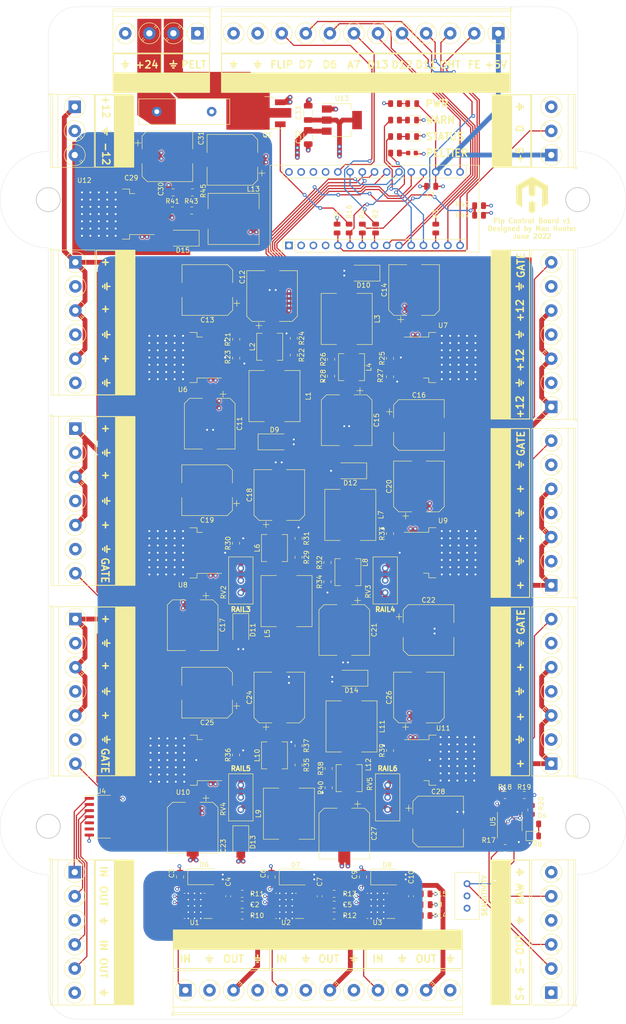
<source format=kicad_pcb>
(kicad_pcb (version 20211014) (generator pcbnew)
  (layers (0 "F.Cu" signal) (1 "In1.Cu" signal) (2 "In2.Cu" signal) (31 "B.Cu" signal) (34 "B.Paste" user) (35 "F.Paste" user) (36 "B.SilkS" user "B.Silkscreen") (37 "F.SilkS" user "F.Silkscreen") (38 "B.Mask" user) (39 "F.Mask" user) (44 "Edge.Cuts" user))
  (net 0 "")
  (net 1 "GPIO5")
  (net 2 "GPIO6")
  (net 3 "Net-(F1-Pad1)")
  (net 4 "RAIL3+")
  (net 5 "RAIL1+")
  (net 6 "RAIL2+")
  (net 7 "RAIL4+")
  (net 8 "RAIL5+")
  (net 9 "RAIL6+")
  (net 10 "-12V")
  (net 11 "PELTIER_OUT")
  (net 12 "TEMP_SENSOR")
  (net 13 "VALVE1_OUT")
  (net 14 "VALVE1_IN")
  (net 15 "VALVE2_OUT")
  (net 16 "VALVE2_IN")
  (net 17 "PS_TRIGGER")
  (net 18 "PS_2")
  (net 19 "PS_1")
  (net 20 "+24V")
  (net 21 "GPIO4")
  (net 22 "GPIO3")
  (net 23 "GPIO2")
  (net 24 "GPIO1")
  (net 25 "LED_WARNING")
  (net 26 "LED_STATUS")
  (net 27 "Net-(J12-Pad3)")
  (net 28 "24_V_ADC")
  (net 29 "RAIL6_V_ADC")
  (net 30 "FLIPPER_OUT")
  (net 31 "RAIL5_V_ADC")
  (net 32 "FLIPPER_ENABLE")
  (net 33 "RAIL4_V_ADC")
  (net 34 "PELTIER_CONTROL")
  (net 35 "RAIL3_V_ADC")
  (net 36 "RAIL2_V_ADC")
  (net 37 "RAIL1_V_ADC")
  (net 38 "Net-(C4-Pad2)")
  (net 40 "Net-(J12-Pad10)")
  (net 41 "GND")
  (net 42 "Net-(C19-Pad1)")
  (net 43 "Net-(C22-Pad1)")
  (net 44 "Net-(C25-Pad1)")
  (net 46 "Net-(D1-Pad1)")
  (net 47 "Net-(D4-Pad2)")
  (net 48 "Net-(D5-Pad2)")
  (net 50 "Net-(D10-Pad1)")
  (net 51 "Net-(D11-Pad1)")
  (net 52 "Net-(D12-Pad1)")
  (net 53 "Net-(D13-Pad1)")
  (net 54 "Net-(D14-Pad1)")
  (net 55 "Net-(D15-Pad1)")
  (net 57 "VALVE1_STATUS")
  (net 58 "VALVE2_STATUS")
  (net 59 "Net-(R13-Pad1)")
  (net 60 "Net-(R14-Pad1)")
  (net 61 "Net-(R15-Pad1)")
  (net 63 "Net-(R18-Pad2)")
  (net 65 "Net-(R25-Pad1)")
  (net 66 "Net-(C2-Pad1)")
  (net 67 "Net-(C5-Pad1)")
  (net 68 "Net-(C7-Pad2)")
  (net 69 "Net-(C8-Pad1)")
  (net 70 "VALVE3_OUT")
  (net 71 "Net-(C10-Pad2)")
  (net 72 "Net-(D2-Pad2)")
  (net 73 "Net-(D3-Pad2)")
  (net 74 "Net-(D9-Pad1)")
  (net 75 "RAIL2_GATE")
  (net 76 "RAIL3_GATE")
  (net 77 "RAIL4_GATE")
  (net 78 "RAIL5_GATE")
  (net 79 "RAIL6_GATE")
  (net 80 "Net-(J12-Pad2)")
  (net 81 "INV_1_IN")
  (net 82 "INV_1_OUT")
  (net 83 "INV_2_IN")
  (net 84 "INV_2_OUT")
  (net 85 "VALVE3_IN")
  (net 86 "Net-(Q1-Pad1)")
  (net 87 "OVERHEAT")
  (net 88 "Net-(R10-Pad1)")
  (net 89 "Net-(R11-Pad1)")
  (net 90 "Net-(R12-Pad1)")
  (net 91 "PS_RAW_OUT")
  (net 92 "Net-(R17-Pad2)")
  (net 93 "Net-(R30-Pad1)")
  (net 100 "VALVE3_STATUS")
  (net 109 "Net-(C13-Pad1)")
  (net 110 "Net-(C16-Pad1)")
  (net 111 "Net-(C28-Pad1)")
  (net 112 "Net-(C30-Pad2)")
  (net 113 "Net-(R21-Pad1)")
  (net 114 "Net-(R33-Pad1)")
  (net 115 "Net-(R36-Pad1)")
  (net 116 "Net-(R39-Pad1)")
  (net 117 "Net-(R41-Pad1)")
  (footprint "Resistor_SMD:R_0805_2012Metric" (layer "F.Cu") (at 68 6 -90)
    (fp_text reference "R2")
    (fp_text value "220R")
  )
  (footprint "Inductor_SMD:L_Sunlord_MWSA0518_5.4x5.2mm" (layer "F.Cu") (at 63 34.75 -90)
    (fp_text reference "L4")
    (fp_text value "3.3uH 5A")
  )
  (footprint "TerminalBlock_Phoenix:TerminalBlock_Phoenix_PT-1,5-4-5.0-H_1x04_P5.00mm_Horizontal" (layer "F.Cu") (at 31 -34.5 180)
    (fp_text reference "J1" hide)
    (fp_text value "24V")
  )
  (footprint "Inductor_SMD:L_Sunlord_MWSA0518_5.4x5.2mm" (layer "F.Cu") (at 46 30.525 90)
    (fp_text reference "L2")
    (fp_text value "3.3uH 5A")
  )
  (footprint "TerminalBlock_Phoenix:TerminalBlock_Phoenix_PT-1,5-7-5.0-H_1x07_P5.00mm_Horizontal" (layer "F.Cu") (at 104.5 80 90)
    (fp_text reference "J5" hide)
    (fp_text value "RAIL4")
  )
  (footprint "Resistor_SMD:R_0805_2012Metric" (layer "F.Cu") (at 51 32.25 -90)
    (fp_text reference "R22")
    (fp_text value "47k 1%")
  )
  (footprint "Diode_SMD:D_SMA" (layer "F.Cu") (at 51.3875 140.5)
    (fp_text reference "D7")
    (fp_text value "SS34")
  )
  (footprint "Capacitor_SMD:CP_Elec_10x10" (layer "F.Cu") (at 46.5 20 90)
    (fp_text reference "C12")
    (fp_text value "220u")
  )
  (footprint "Resistor_SMD:R_0805_2012Metric" (layer "F.Cu") (at 39 71.275 90)
    (fp_text reference "R30")
    (fp_text value "2k")
  )
  (footprint "Capacitor_SMD:C_0805_2012Metric" (layer "F.Cu") (at 27.3875 140.5 90)
    (fp_text reference "C3")
    (fp_text value "1u")
  )
  (footprint "Capacitor_SMD:CP_Elec_10x10" (layer "F.Cu") (at 62 45.75 -90)
    (fp_text reference "C15")
    (fp_text value "220u")
  )
  (footprint "Resistor_SMD:R_0805_2012Metric" (layer "F.Cu") (at 40.3 144)
    (fp_text reference "R11")
    (fp_text value "200k")
  )
  (footprint "Resistor_SMD:R_0805_2012Metric" (layer "F.Cu") (at 78.3875 148.5)
    (fp_text reference "R14")
    (fp_text value "120k")
  )
  (footprint "Capacitor_SMD:CP_Elec_10x10" (layer "F.Cu") (at 76 18.75 90)
    (fp_text reference "C14")
    (fp_text value "220u")
  )
  (footprint "Capacitor_SMD:CP_Elec_10x10" (layer "F.Cu") (at 33 102.275 180)
    (fp_text reference "C25")
    (fp_text value "220u")
  )
  (footprint "Capacitor_SMD:CP_Elec_10x10" (layer "F.Cu") (at 48 103.275 90)
    (fp_text reference "C24")
    (fp_text value "220u")
  )
  (footprint "maxlibrary:PowerInductor_1004S" (layer "F.Cu") (at 63 109.275 -90)
    (fp_text reference "L11")
    (fp_text value "33uH 5A")
  )
  (footprint "Inductor_SMD:L_Sunlord_MWSA0518_5.4x5.2mm" (layer "F.Cu") (at 47 72.275 90)
    (fp_text reference "L6")
    (fp_text value "3.3uH 5A")
  )
  (footprint "Resistor_SMD:R_0805_2012Metric" (layer "F.Cu") (at 29.80625 2.25)
    (fp_text reference "R43")
    (fp_text value "1k 1%")
  )
  (footprint "Capacitor_SMD:CP_Elec_10x10" (layer "F.Cu") (at 24.75 -9)
    (fp_text reference "C29")
    (fp_text value "220u")
  )
  (footprint "Potentiometer_THT:Potentiometer_Bourns_3296W_Vertical" (layer "F.Cu") (at 70 76.45 90)
    (fp_text reference "RV3")
    (fp_text value "47k 10-turn")
  )
  (footprint "Capacitor_SMD:C_0603_1608Metric" (layer "F.Cu") (at 56.3875 144.5 -90)
    (fp_text reference "C7")
    (fp_text value "470p")
  )
  (footprint "Diode_SMD:D_SMA" (layer "F.Cu") (at 63 99.275 180)
    (fp_text reference "D14")
    (fp_text value "SS34")
  )
  (footprint "Diode_SMD:D_SMA" (layer "F.Cu") (at 32.3875 140.45)
    (fp_text reference "D6")
    (fp_text value "SS34")
  )
  (footprint "Potentiometer_THT:Potentiometer_Bourns_3296W_Vertical" (layer "F.Cu") (at 40 121.45 90)
    (fp_text reference "RV4")
    (fp_text value "47k 10-turn")
  )
  (footprint "Capacitor_SMD:CP_Elec_10x10" (layer "F.Cu") (at 61.5 131.5 -90)
    (fp_text reference "C27")
    (fp_text value "220u")
  )
  (footprint "Resistor_SMD:R_0805_2012Metric" (layer "F.Cu") (at 100.375 126.5875 90)
    (fp_text reference "R20")
    (fp_text value "150k")
  )
  (footprint "maxlibrary:PowerInductor_1004S" (layer "F.Cu") (at 38.5 4)
    (fp_text reference "L13")
    (fp_text value "33uH 5A")
  )
  (footprint "TerminalBlock_Phoenix:TerminalBlock_Phoenix_PT-1,5-7-5.0-H_1x07_P5.00mm_Horizontal" (layer "F.Cu") (at 104.5 117 90)
    (fp_text reference "J7" hide)
    (fp_text value "RAIL6")
  )
  (footprint "TerminalBlock_Phoenix:TerminalBlock_Phoenix_PT-1,5-3-5.0-H_1x03_P5.00mm_Horizontal" (layer "F.Cu") (at 104.5 -9.25 90)
    (fp_text reference "J10" hide)
    (fp_text value "TEMP_SENSOR")
  )
  (footprint "Resistor_SMD:R_0805_2012Metric" (layer "F.Cu") (at 65.25 6 -90)
    (fp_text reference "R4")
    (fp_text value "220R")
  )
  (footprint "Package_TO_SOT_SMD:TO-263-5_TabPin3" (layer "F.Cu") (at 82 73.25)
    (fp_text reference "U9")
    (fp_text value "LM2596S-ADJ")
  )
  (footprint "Diode_SMD:D_SMA" (layer "F.Cu") (at 27.95 8 180)
    (fp_text reference "D15")
    (fp_text value "SS34")
  )
  (footprint "Resistor_SMD:R_0805_2012Metric" (layer "F.Cu") (at 52 113.275 -90)
    (fp_text reference "R37")
    (fp_text value "8.87k 1%")
  )
  (footprint "Capacitor_SMD:C_1206_3216Metric" (layer "F.Cu") (at 54 -13 -90)
    (fp_text reference "C32")
    (fp_text value "10u")
  )
  (footprint "Capacitor_SMD:CP_Elec_10x10" (layer "F.Cu") (at 79 89.275)
    (fp_text reference "C22")
    (fp_text value "220u")
  )
  (footprint "Capacitor_SMD:C_0805_2012Metric" (layer "F.Cu") (at 40.3 146.25)
    (fp_text reference "C2")
    (fp_text value "150n")
  )
  (footprint "Resistor_SMD:R_0805_2012Metric" (layer "F.Cu") (at 71 114.275 90)
    (fp_text reference "R39")
    (fp_text value "2k")
  )
  (footprint "Package_TO_SOT_SMD:TO-252-3_TabPin2" (layer "F.Cu") (at 44 -17.9125 180)
    (fp_text reference "Q1")
    (fp_text value "VBE1410")
  )
  (footprint "Inductor_SMD:L_Sunlord_MWSA0518_5.4x5.2mm" (layer "F.Cu") (at 47 115.275 90)
    (fp_text reference "L10")
    (fp_text value "3.3uH 5A")
  )
  (footprint "Resistor_SMD:R_0805_2012Metric" (layer "F.Cu") (at 59.3875 144)
    (fp_text reference "R13")
    (fp_text value "200k")
  )
  (footprint "maxlibrary:PowerInductor_1004S" (layer "F.Cu") (at 62.75 65.4 -90)
    (fp_text reference "L7")
    (fp_text value "33uH 5A")
  )
  (footprint "LED_SMD:LED_0805_2012Metric" (layer "F.Cu") (at 75.5625 -13.083334 180)
    (fp_text reference "D3" hide)
    (fp_text value "YELLOW")
  )
  (footprint "Package_SO:SOIC-8_3.9x4.9mm_P1.27mm" (layer "F.Cu") (at 95.875 129 90)
    (fp_text reference "U5")
    (fp_text value "MCP6002-xSN")
  )
  (footprint "Capacitor_SMD:CP_Elec_10x10" (layer "F.Cu") (at 77 103.275 90)
    (fp_text reference "C26")
    (fp_text value "220u")
  )
  (footprint "TerminalBlock_Phoenix:TerminalBlock_Phoenix_PT-1,5-7-5.0-H_1x07_P5.00mm_Horizontal" (layer "F.Cu") (at 104.5 43 90)
    (fp_text reference "J3" hide)
    (fp_text value "RAIL2")
  )
  (footprint "Package_TO_SOT_SMD:TO-263-5_TabPin3" (layer "F.Cu") (at 28 116.275 180)
    (fp_text reference "U10")
    (fp_text value "LM2596S-ADJ")
  )
  (footprint "Resistor_SMD:R_0805_2012Metric" (layer "F.Cu") (at 71 69.275 90)
    (fp_text reference "R33")
    (fp_text value "2k")
  )
  (footprint "Package_TO_SOT_SMD:TO-263-5_TabPin3" (layer "F.Cu") (at 27.95 73.275 180)
    (fp_text reference "U8")
    (fp_text value "LM2596S-ADJ")
  )
  (footprint "Inductor_SMD:L_Sunlord_MWSA0518_5.4x5.2mm" (layer "F.Cu") (at 62.5 120 -90)
    (fp_text reference "L12")
    (fp_text value "3.3uH 5A")
  )
  (footprint "Resistor_SMD:R_0805_2012Metric" (layer "F.Cu") (at 52 74.1875 -90)
    (fp_text reference "R29")
    (fp_text value "47k 1%")
  )
  (footprint "TerminalBlock_Phoenix:TerminalBlock_Phoenix_PT-1,5-6-5.0-H_1x06_P5.00mm_Horizontal" (layer "F.Cu") (at 5.5 139.5 -90)
    (fp_text reference "J13" hide)
    (fp_text value "TTL INVERTERS")
  )
  (footprint "maxlibrary:PowerInductor_1004S" (layer "F.Cu") (at 62 24.75 -90)
    (fp_text reference "L3")
    (fp_text value "33uH 5A")
  )
  (footprint "Resistor_SMD:R_0805_2012Metric" (layer "F.Cu") (at 72.04 -19.916666)
    (fp_text reference "R5" hide)
    (fp_text value "220R")
  )
  (footprint "Resistor_SMD:R_0805_2012Metric" (layer "F.Cu") (at 94.9125 134.5)
    (fp_text reference "R17")
    (fp_text value "10K")
  )
  (footprint "Capacitor_SMD:CP_Elec_10x10" (layer "F.Cu") (at 81 129)
    (fp_text reference "C28")
    (fp_text value "220u")
  )
  (footprint "Capacitor_SMD:CP_Elec_10x10" (layer "F.Cu") (at 38.25 -8.25 180)
    (fp_text reference "C31")
    (fp_text value "220u")
  )
  (footprint "Resistor_SMD:R_0805_2012Metric" (layer "F.Cu") (at 39.05 32.8875 -90)
    (fp_text reference "R23")
    (fp_text value "1k 1%")
  )
  (footprint "Capacitor_SMD:CP_Elec_10x10" (layer "F.Cu") (at 77 59.5 90)
    (fp_text reference "C20")
    (fp_text value "220u")
  )
  (footprint "Package_SO:HTSSOP-14-1EP_4.4x5mm_P0.65mm_EP3.4x5mm_Mask3x3.1mm_ThermalVias" (layer "F.Cu") (at 68.3875 146.5 180)
    (fp_text reference "U3")
    (fp_text value "DRV104")
  )
  (footprint "Capacitor_SMD:C_1206_3216Metric" (layer "F.Cu") (at 54 -18 90)
    (fp_text reference "C33")
    (fp_text value "10u")
  )
  (footprint "Capacitor_SMD:C_0805_2012Metric" (layer "F.Cu") (at 25.95 -1.5)
    (fp_text reference "C30")
    (fp_text value "100n")
  )
  (footprint "Capacitor_SMD:CP_Elec_10x10" (layer "F.Cu") (at 33.55 46.475 -90)
    (fp_text reference "C11")
    (fp_text value "220u")
  )
  (footprint "Resistor_SMD:R_0805_2012Metric" (layer "F.Cu") (at 58.75 36.625 90)
    (fp_text reference "R28")
    (fp_text value "8.87k 1%")
  )
  (footprint "TerminalBlock_Phoenix:TerminalBlock_Phoenix_PT-1,5-6-5.0-H_1x06_P5.00mm_Horizontal" (layer "F.Cu") (at 5.64 13 -90)
    (fp_text reference "J2" hide)
    (fp_text value "RAIL1")
  )
  (footprint "maxlibrary:PowerInductor_1004S" (layer "F.Cu") (at 47 40.75 90)
    (fp_text reference "L1")
    (fp_text value "33uH 5A")
  )
  (footprint "Package_TO_SOT_SMD:TO-263-5_TabPin3" (layer "F.Cu") (at 27.95 32.75 180)
    (fp_text reference "U6")
    (fp_text value "LM2596S-ADJ")
  )
  (footprint "Resistor_SMD:R_0805_2012Metric" (layer "F.Cu") (at 52 70.275 -90)
    (fp_text reference "R31")
    (fp_text value "8.87k 1%")
  )
  (footprint "Resistor_SMD:R_0805_2012Metric" (layer "F.Cu") (at 39 115.1875 90)
    (fp_text reference "R36")
    (fp_text value "2k")
  )
  (footprint "Package_TO_SOT_SMD:TO-263-5_TabPin3" (layer "F.Cu") (at 82 32.75)
    (fp_text reference "U7")
    (fp_text value "LM2596S-ADJ")
  )
  (footprint "Diode_SMD:D_SMA" (layer "F.Cu") (at 65.5 15.25 180)
    (fp_text reference "D10")
    (fp_text value "SS34")
  )
  (footprint "Package_SO:HTSSOP-14-1EP_4.4x5mm_P0.65mm_EP3.4x5mm_Mask3x3.1mm_ThermalVias" (layer "F.Cu") (at 49.3875 146.5 180)
    (fp_text reference "U2")
    (fp_text value "DRV104")
  )
  (footprint "Resistor_SMD:R_0805_2012Metric" (layer "F.Cu") (at 52 117.275 -90)
    (fp_text reference "R35")
    (fp_text value "47k 1%")
  )
  (footprint "TerminalBlock_Phoenix:TerminalBlock_Phoenix_PT-1,5-7-5.0-H_1x07_P5.00mm_Horizontal" (layer "F.Cu") (at 5.64 47.5 -90)
    (fp_text reference "J4" hide)
    (fp_text value "RAIL3")
  )
  (footprint "Resistor_SMD:R_0805_2012Metric" (layer "F.Cu") (at 94.875 123.5)
    (fp_text reference "R18")
    (fp_text value "30k")
  )
  (footprint "Package_SO:SOIC-14_3.9x8.7mm_P1.27mm" (layer "F.Cu") (at 11 128)
    (fp_text reference "U4")
    (fp_text value "74HC14")
  )
  (footprint "Capacitor_SMD:CP_Elec_10x10" (layer "F.Cu") (at 33.05 18.75 180)
    (fp_text reference "C13")
    (fp_text value "220u")
  )
  (footprint "Diode_SMD:D_SMA" (layer "F.Cu") (at 70.3875 140.5)
    (fp_text reference "D8")
    (fp_text value "SS34")
  )
  (footprint "Capacitor_SMD:C_0805_2012Metric" (layer "F.Cu") (at 46.3875 140.5 90)
    (fp_text reference "C6")
    (fp_text value "1u")
  )
  (footprint "Potentiometer_THT:Potentiometer_Bourns_3296W_Vertical" (layer "F.Cu") (at 70.5 121.45 90)
    (fp_text reference "RV5")
    (fp_text value "47k 10-turn")
  )
  (footprint "TerminalBlock_Phoenix:TerminalBlock_Phoenix_PT-1,5-12-5.0-H_1x12_P5.00mm_Horizontal" (layer "F.Cu") (at 28.5 164)
    (fp_text reference "J15" hide)
    (fp_text value "VALVES")
  )
  (footprint "Resistor_SMD:R_0805_2012Metric" (layer "F.Cu") (at 58.75 33.125 90)
    (fp_text reference "R26")
    (fp_text value "47k 1%")
  )
  (footprint "Capacitor_SMD:CP_Elec_10x10" (layer "F.Cu") (at 30 130.275 -90)
    (fp_text reference "C23")
    (fp_text value "220u")
  )
  (footprint "Package_TO_SOT_SMD:TO-263-5_TabPin3" (layer "F.Cu") (at 13.95 3 180)
    (fp_text reference "U12")
    (fp_text value "LM2596S-ADJ")
  )
  (footprint "Package_TO_SOT_SMD:SOT-223-3_TabPin2" (layer "F.Cu") (at 61 -16.5)
    (fp_text reference "U13")
    (fp_text value "AMS1117-5.0")
  )
  (footprint "maxlibrary:maxlogo" (layer "F.Cu") (at 100.5 -1)
    (fp_text reference "G***" hide)
    (fp_text value "LOGO" hide)
  )
  (footprint "maxlibrary:PowerInductor_1004S" (layer "F.Cu") (at 49.5 83.275 90)
    (fp_text reference "L5")
    (fp_text value "33uH 5A")
  )
  (footprint "Resistor_SMD:R_0805_2012Metric" (layer "F.Cu") (at 40.3 148.5)
    (fp_text reference "R10")
    (fp_text value "120k")
  )
  (footprint "LED_SMD:LED_0805_2012Metric" (layer "F.Cu") (at 100.9375 132)
    (fp_text reference "D4")
    (fp_text value "GREEN")
  )
  (footprint "Resistor_SMD:R_0805_2012Metric" (layer "F.Cu") (at 72.04 -13.083334 180)
    (fp_text reference "R7" hide)
    (fp_text value "220R")
  )
  (footprint "Resistor_SMD:R_0805_2012Metric" (layer "F.Cu") (at 71 36.75 -90)
    (fp_text reference "R27")
    (fp_text value "1k 1%")
  )
  (footprint "Capacitor_SMD:C_0805_2012Metric" (layer "F.Cu") (at 59.3875 146.25)
    (fp_text reference "C5")
    (fp_text value "150n")
  )
  (footprint "Package_TO_SOT_SMD:TO-263-5_TabPin3" (layer "F.Cu") (at 82.05 116.275)
    (fp_text reference "U11")
    (fp_text value "LM2596S-ADJ")
  )
  (footprint "Capacitor_SMD:CP_Elec_10x10" (layer "F.Cu") (at 77 46.75)
    (fp_text reference "C16")
    (fp_text value "220u")
  )
  (footprint "LED_SMD:LED_0805_2012Metric" (layer "F.Cu") (at 75.5625 -16.5 180)
    (fp_text reference "D2" hide)
    (fp_text value "RED")
  )
  (footprint "LED_SMD:LED_0603_1608Metric" (layer "F.Cu") (at 75.5625 -9.666666 180)
    (fp_text reference "D5" hide)
    (fp_text value "BLUE")
  )
  (footprint "Package_SO:HTSSOP-14-1EP_4.4x5mm_P0.65mm_EP3.4x5mm_Mask3x3.1mm_ThermalVias" (layer "F.Cu") (at 30.3875 146.5 180)
    (fp_text reference "U1")
    (fp_text value "DRV104")
  )
  (footprint "Resistor_SMD:R_0805_2012Metric" (layer "F.Cu") (at 71 32.9125 90)
    (fp_text reference "R25")
    (fp_text value "8.87k 1%")
  )
  (footprint "Resistor_SMD:R_0805_2012Metric" (layer "F.Cu") (at 51 28.75 -90)
    (fp_text reference "R24")
    (fp_text value "8.87k 1%")
  )
  (footprint "Capacitor_SMD:C_0805_2012Metric" (layer "F.Cu") (at 78.3875 146.25)
    (fp_text reference "C8")
    (fp_text value "150n")
  )
  (footprint "Inductor_SMD:L_Sunlord_MWSA0518_5.4x5.2mm" (layer "F.Cu") (at 62.25 77.275 -90)
    (fp_text reference "L8")
    (fp_text value "3.3uH 5A")
  )
  (footprint "TerminalBlock_Phoenix:TerminalBlock_Phoenix_PT-1,5-7-5.0-H_1x07_P5.00mm_Horizontal" (layer "F.Cu") (at 5.64 87 -90)
    (fp_text reference "J6" hide)
    (fp_text value "RAIL5")
  )
  (footprint "Resistor_SMD:R_0805_2012Metric" (layer "F.Cu") (at 89.5 1.25)
    (fp_text reference "R42")
    (fp_text value "47k 1%")
  )
  (footprint "Capacitor_SMD:CP_Elec_10x10" (layer "F.Cu") (at 48 61.275 90)
    (fp_text reference "C18")
    (fp_text value "220u")
  )
  (footprint "Capacitor_SMD:CP_Elec_10x10" (layer "F.Cu") (at 30 88.275 -90)
    (fp_text reference "C17")
    (fp_text value "220u")
  )
  (footprint "Fuse:Fuse_Littelfuse-LVR100" (layer "F.Cu") (at 22.55 -18.25)
    (fp_text reference "F1" hide)
    (fp_text value "10A")
  )
  (footprint "Resistor_SMD:R_0805_2012Metric" (layer "F.Cu") (at 89.5 3.25 180)
    (fp_text reference "R44")
    (fp_text value "8.87k 1%")
  )
  (footprint "Resistor_SMD:R_0805_2012Metric" (layer "F.Cu") (at 58.25 122 90)
    (fp_text reference "R40")
    (fp_text value "8.87k 1%")
  )
  (footprint "Resistor_SMD:R_0805_2012Metric" (layer "F.Cu") (at 98.875 123.5)
    (fp_text reference "R19")
    (fp_text value "30k")
  )
  (footprint "Diode_SMD:D_SMA" (layer "F.Cu") (at 40 89.275 -90)
    (fp_text reference "D11")
    (fp_text value "SS34")
  )
  (footprint "Resistor_SMD:R_0805_2012Metric" (layer "F.Cu") (at 58 79.275 90)
    (fp_text reference "R34")
    (fp_text value "8.87k 1%")
  )
  (footprint "Resistor_SMD:R_0805_2012Metric" (layer "F.Cu") (at 80.5 6 -90)
    (fp_text reference "R3")
    (fp_text value "220R")
  )
  (footprint "TerminalBlock_Phoenix:TerminalBlock_Phoenix_PT-1,5-12-5.0-H_1x12_P5.00mm_Horizontal" (layer "F.Cu") (at 93.5 -34.5 180)
    (fp_text reference "J12" hide)
    (fp_text value "GPIO")
  )
  (footprint "Module:Arduino_Nano" (layer "F.Cu") (at 50 9.5 90)
    (fp_text reference "A1" hide)
    (fp_text value "Arduino_Nano_v3.x")
  )
  (footprint "maxlibrary:PowerInductor_1004S" (layer "F.Cu") (at 50 127.375 90)
    (fp_text reference "L9")
    (fp_text value "33uH 5A")
  )
  (footprint "Resistor_SMD:R_0805_2012Metric" (layer "F.Cu") (at 58 75.275 90)
    (fp_text reference "R32")
    (fp_text value "47k 1%")
  )
  (footprint "Diode_SMD:D_SMA" (layer "F.Cu") (at 47 50.25)
    (fp_text reference "D9")
    (fp_text value "SS34")
  )
  (footprint "Resistor_SMD:R_0805_2012Metric" (layer "F.Cu") (at 39.05 28.975 90)
    (fp_text reference "R21")
    (fp_text value "8.87k 1%")
  )
  (footprint "Resistor_SMD:R_0805_2012Metric" (layer "F.Cu") (at 78.3875 144)
    (fp_text reference "R15")
    (fp_text value "200k")
  )
  (footprint "Resistor_SMD:R_0805_2012Metric" (layer "F.Cu") (at 29.95 -1.5)
    (fp_text reference "R45")
    (fp_text value "47k")
  )
  (footprint "Resistor_SMD:R_0805_2012Metric" (layer "F.Cu") (at 25.80625 2.25 180)
    (fp_text reference "R41")
    (fp_text value "8.87k 1%")
  )
  (footprint "TerminalBlock_Phoenix:TerminalBlock_Phoenix_PT-1,5-6-5.0-H_1x06_P5.00mm_Horizontal" (layer "F.Cu") (at 104.5 164.5 90)
    (fp_text reference "J14" hide)
    (fp_text value "PHOTOSENSOR")
  )
  (footprint "LED_SMD:LED_0805_2012Metric" (layer "F.Cu") (at 75.6025 -19.916666)
    (fp_text reference "D1" hide)
    (fp_text value "GREEN")
  )
  (footprint "TerminalBlock_Phoenix:TerminalBlock_Phoenix_PT-1,5-3-5.0-H_1x03_P5.00mm_Horizontal" (layer "F.Cu") (at 5.5 -19.25 -90)
    (fp_text reference "J8" hide)
    (fp_text value "PHOTODIODE_PWR")
  )
  (footprint "Capacitor_SMD:CP_Elec_10x10" (layer "F.Cu") (at 33 60.275 180)
    (fp_text reference "C19")
    (fp_text value "220u")
  )
  (footprint "Resistor_SMD:R_0805_2012Metric" (layer "F.Cu") (at 72.04 -9.666666 180)
    (fp_text reference "R9" hide)
    (fp_text value "1K")
  )
  (footprint "Resistor_SMD:R_0805_2012Metric" (layer "F.Cu") (at 58.25 118 90)
    (fp_text reference "R38")
    (fp_text value "47k 1%")
  )
  (footprint "Potentiometer_THT:Potentiometer_Bourns_3296W_Vertical" (layer "F.Cu") (at 40 76.46 90)
    (fp_text reference "RV2")
    (fp_text value "47k 10-turn")
  )
  (footprint "Capacitor_SMD:C_0603_1608Metric" (layer "F.Cu") (at 37.3875 144.5 -90)
    (fp_text reference "C4")
    (fp_text value "470p")
  )
  (footprint "Resistor_SMD:R_0805_2012Metric" (layer "F.Cu") (at 60 6 -90)
    (fp_text reference "R1")
    (fp_text value "4.7k")
  )
  (footprint "Resistor_SMD:R_0805_2012Metric" (layer "F.Cu") (at 72.04 -16.5 180)
    (fp_text reference "R6" hide)
    (fp_text value "220R")
  )
  (footprint "Capacitor_SMD:CP_Elec_10x10" (layer "F.Cu") (at 61.5 89.275 -90)
    (fp_text reference "C21")
    (fp_text value "220u")
  )
  (footprint "Diode_SMD:D_SMA" (layer "F.Cu") (at 40 133.275 -90)
    (fp_text reference "D13")
    (fp_text value "SS34")
  )
  (footprint "Capacitor_SMD:C_0603_1608Metric" (layer "F.Cu") (at 75.3875 144.5 -90)
    (fp_text reference "C10")
    (fp_text value "470p")
  )
  (footprint "Resistor_SMD:R_0805_2012Metric" (layer "F.Cu") (at 100.9625 129.5 180)
    (fp_text reference "R8")
    (fp_text value "1K")
  )
  (footprint "Resistor_SMD:R_0805_2012Metric" (layer "F.Cu") (at 59.3875 148.5)
    (fp_text reference "R12")
    (fp_text value "120k")
  )
  (footprint "Potentiometer_THT:Potentiometer_Bourns_3296W_Vertical" (layer "F.Cu") (at 87 141.9 90)
    (fp_text reference "RV1" hide)
    (fp_text value "10M")
  )
  (footprint "Capacitor_SMD:C_0805_2012Metric" (layer "F.Cu") (at 65.3875 140.5 90)
    (fp_text reference "C9")
    (fp_text value "1u")
  )
  (footprint "Capacitor_SMD:C_0805_2012Metric" (layer "F.Cu") (at 79.55 -2.75 180)
    (fp_text reference "C1")
    (fp_text value "100n")
  )
  (footprint "Resistor_SMD:R_0805_2012Metric" (layer "F.Cu") (at 62.5 6 -90)
    (fp_text reference "R16")
    (fp_text value "220R")
  )
  (footprint "Diode_SMD:D_SMA" (layer "F.Cu") (at 62.75 56.25 180)
    (fp_text reference "D12")
    (fp_text value "SS34")
  )
  (gr_rect (start 23.5 -30.25) (end 13.5 -26.25) (layer "F.SilkS") (width 0.2) (fill none))
  (gr_rect (start 96 82.5) (end 92 47.5) (layer "F.SilkS") (width 0.2) (fill solid))
  (gr_rect (start 96.25 -6.75) (end 92.25 -21.75) (layer "F.SilkS") (width 0.2) (fill solid))
  (gr_rect locked (start 14 10.500001) (end 18 40.500001) (layer "F.SilkS") (width 0.2) (fill solid))
  (gr_rect (start 100 119.499999) (end 96 84.499999) (layer "F.SilkS") (width 0.2) (fill none))
  (gr_rect (start 46 159.5) (end 66 155.5) (layer "F.SilkS") (width 0.2) (fill none))
  (gr_rect (start 33.5 -30.25) (end 23.5 -26.25) (layer "F.SilkS") (width 0.2) (fill none))
  (gr_rect locked (start 96 45.5) (end 92 10.5) (layer "F.SilkS") (width 0.2) (fill solid))
  (gr_rect (start 96 167) (end 92 137) (layer "F.SilkS") (width 0.2) (fill solid))
  (gr_rect locked (start 13.75 137) (end 17.75 167) (layer "F.SilkS") (width 0.2) (fill solid))
  (gr_rect (start 9.75 137) (end 13.75 167) (layer "F.SilkS") (width 0.2) (fill none))
  (gr_rect (start 26 155.5) (end 46 151.5) (layer "F.SilkS") (width 0.2) (fill solid))
  (gr_rect (start 100 167) (end 96 137) (layer "F.SilkS") (width 0.2) (fill none))
  (gr_rect (start 36 -22.25) (end 96 -26.25) (layer "F.SilkS") (width 0.2) (fill solid))
  (gr_rect (start 10 10.500001) (end 14 40.500001) (layer "F.SilkS") (width 0.2) (fill none))
  (gr_rect (start 10 45.000001) (end 14 80.000001) (layer "F.SilkS") (width 0.2) (fill none))
  (gr_rect (start 96 119.499999) (end 92 84.499999) (layer "F.SilkS") (width 0.2) (fill solid))
  (gr_rect (start 10 84.5) (end 14 119.5) (layer "F.SilkS") (width 0.2) (fill none))
  (gr_rect (start 26 159.5) (end 46 155.5) (layer "F.SilkS") (width 0.2) (fill none))
  (gr_rect (start 66 159.5) (end 86 155.5) (layer "F.SilkS") (width 0.2) (fill none))
  (gr_rect (start 100.25 -6.75) (end 96.25 -21.75) (layer "F.SilkS") (width 0.2) (fill none))
  (gr_rect (start 14 45.000001) (end 18 80.000001) (layer "F.SilkS") (width 0.2) (fill solid))
  (gr_rect (start 14 84.499999) (end 18 119.499999) (layer "F.SilkS") (width 0.2) (fill solid))
  (gr_rect (start 13.75 -21.75) (end 17.75 -6.75) (layer "F.SilkS") (width 0.2) (fill solid))
  (gr_rect (start 66 155.5) (end 86 151.5) (layer "F.SilkS") (width 0.2) (fill solid))
  (gr_rect (start 36 -26.25) (end 96 -30.25) (layer "F.SilkS") (width 0.2) (fill none))
  (gr_rect (start 100 82.5) (end 96 47.5) (layer "F.SilkS") (width 0.2) (fill none))
  (gr_rect locked (start 100 45.5) (end 96 10.5) (layer "F.SilkS") (width 0.2) (fill none))
  (gr_rect (start 33.5 -26.25) (end 23.5 -22.25) (layer "F.SilkS") (width 0.2) (fill solid))
  (gr_rect (start 9.75 -21.75) (end 13.75 -6.75) (layer "F.SilkS") (width 0.2) (fill none))
  (gr_rect (start 23.5 -26.25) (end 13.5 -22.25) (layer "F.SilkS") (width 0.2) (fill solid))
  (gr_rect (start 46 155.5) (end 66 151.5) (layer "F.SilkS") (width 0.2) (fill solid))
  (gr_line (start 104 170) (end 6 170) (layer "Edge.Cuts") (width 0.05))
  (gr_line (start 0 10) (end 0 120) (layer "Edge.Cuts") (width 0.05))
  (gr_circle (center 110 0) (end 112.5 0) (layer "Edge.Cuts") (width 0.2) (fill none))
  (gr_circle (center 110 130) (end 112.5 130) (layer "Edge.Cuts") (width 0.2) (fill none))
  (gr_line (start 0 -34) (end 0 -10) (layer "Edge.Cuts") (width 0.05))
  (gr_arc (start 0 10) (mid -10 0) (end 0 -10) (layer "Edge.Cuts") (width 0.05))
  (gr_arc (start 0 -34) (mid 1.757359 -38.242641) (end 6 -40) (layer "Edge.Cuts") (width 0.05))
  (gr_arc (start 110 164) (mid 108.242641 168.242641) (end 104 170) (layer "Edge.Cuts") (width 0.05))
  (gr_arc (start 6 170) (mid 1.757359 168.242641) (end 0 164) (layer "Edge.Cuts") (width 0.05))
  (gr_line (start 0 140) (end 0 164) (layer "Edge.Cuts") (width 0.05))
  (gr_arc (start 104 -40) (mid 108.242641 -38.242641) (end 110 -34) (layer "Edge.Cuts") (width 0.05))
  (gr_circle (center 0 130) (end 2.5 130) (layer "Edge.Cuts") (width 0.2) (fill none))
  (gr_line (start 104 -40) (end 6 -40) (layer "Edge.Cuts") (width 0.05))
  (gr_arc (start 110 120) (mid 120 130) (end 110 140) (layer "Edge.Cuts") (width 0.05))
  (gr_circle (center 0 0) (end 2.5 0) (layer "Edge.Cuts") (width 0.2) (fill none))
  (gr_line (start 110 10) (end 110 120) (layer "Edge.Cuts") (width 0.05))
  (gr_line (start 110 -34) (end 110 -10) (layer "Edge.Cuts") (width 0.05))
  (gr_arc (start 0 140) (mid -10 130) (end 0 120) (layer "Edge.Cuts") (width 0.05))
  (gr_arc (start 110 -10) (mid 120 0) (end 110 10) (layer "Edge.Cuts") (width 0.05))
  (gr_line (start 110 140) (end 110 164) (layer "Edge.Cuts") (width 0.05))
  (gr_text "+12" (at 12 -19.25 270) (layer "F.SilkS") (effects (font (size 1.5 1.5) (thickness 0.3))))
  (gr_text "OUT" (at 38.5 157.5) (layer "F.SilkS") (effects (font (size 1.5 1.5) (thickness 0.3))))
  (gr_text "RAW" (at 98 144 90) (layer "F.SilkS") (effects (font (size 1.5 1.5) (thickness 0.3))))
  (gr_text "IN" (at 11.5 154.7 270) (layer "F.SilkS") (effects (font (size 1.5 1.5) (thickness 0.3))))
  (gr_text "FE" (at 88.5 -28) (layer "F.SilkS") (effects (font (size 1.5 1.5) (thickness 0.3))))
  (gr_text "+" (at 12 96.704764 270) (layer "F.SilkS") (effects (font (size 1.5 1.5) (thickness 0.3))))
  (gr_text "GATE" (at 98.2 13.6 90) (layer "F.SilkS") (effects (font (size 1.5 1.5) (thickness 0.3))))
  (gr_text "⏚" (at 12 62.500001 270) (layer "F.SilkS") (effects (font (size 1.5 1.5) (thickness 0.3))))
  (gr_text "+" (at 12 87 270) (layer "F.SilkS") (effects (font (size 1.5 1.5) (thickness 0.3))))
  (gr_text "IN" (at 11.5 139.4 270) (layer "F.SilkS") (effects (font (size 1.5 1.5) (thickness 0.3))))
  (gr_text "OUT" (at 58.3 157.5) (layer "F.SilkS") (effects (font (size 1.5 1.5) (thickness 0.3))))
  (gr_text "+" (at 12 13.000001 270) (layer "F.SilkS") (effects (font (size 1.5 1.5) (thickness 0.3))))
  (gr_text "⏚" (at 83.5 157.5) (layer "F.SilkS") (effects (font (size 1.5 1.5) (thickness 0.3))))
  (gr_text "OUT" (at 78.5 157.5) (layer "F.SilkS") (effects (font (size 1.5 1.5) (thickness 0.3))))
  (gr_text "⏚" (at 98 75 90) (layer "F.SilkS") (effects (font (size 1.5 1.5) (thickness 0.3))))
  (gr_text "+12" (at 98 23 90) (layer "F.SilkS") (effects (font (size 1.5 1.5) (thickness 0.3))))
  (gr_text "⏚" (at 38.5 -28) (layer "F.SilkS") (effects (font (size 1.5 1.5) (thickness 0.3))))
  (gr_text "+" (at 12 57.204765 270) (layer "F.SilkS") (effects (font (size 1.5 1.5) (thickness 0.3))))
  (gr_text "+" (at 98 80 90) (layer "F.SilkS") (effects (font (size 1.5 1.5) (thickness 0.3))))
  (gr_text "+5" (at 98 -9.25 90) (layer "F.SilkS") (effects (font (size 1.5 1.5) (thickness 0.3))))
  (gr_text "⏚" (at 98 38 90) (layer "F.SilkS") (effects (font (size 1.5 1.5) (thickness 0.3))))
  (gr_text "WARN" (at 78.19 -16.5) (layer "F.SilkS") (effects (font (size 1.5 1.5) (thickness 0.3)) (justify left)))
  (gr_text "+" (at 12 67.500001 270) (layer "F.SilkS") (effects (font (size 1.5 1.5) (thickness 0.3))))
  (gr_text "⏚" (at 11.5 164.5 270) (layer "F.SilkS") (effects (font (size 1.5 1.5) (thickness 0.3))))
  (gr_text "RAIL4" (at 70 85) (layer "F.SilkS") (effects (font (size 1 1) (thickness 0.25))))
  (gr_text "⏚" (at 98 65 90) (layer "F.SilkS") (effects (font (size 1.5 1.5) (thickness 0.3))))
  (gr_text "PELTIER" (at 78.25 -9.666666) (layer "F.SilkS") (effects (font (size 1.5 1.5) (thickness 0.3)) (justify left)))
  (gr_text "⏚" (at 12 28.000001 270) (layer "F.SilkS") (effects (font (size 1.5 1.5) (thickness 0.3))))
  (gr_text "⏚" (at 12 112 270) (layer "F.SilkS") (effects (font (size 1.5 1.5) (thickness 0.3))))
  (gr_text "+" (at 12 22.704765 270) (layer "F.SilkS") (effects (font (size 1.5 1.5) (thickness 0.3))))
  (gr_text "-12" (at 12 -9.5 270) (layer "F.SilkS") (effects (font (size 1.5 1.5) (thickness 0.3))))
  (gr_text "+" (at 98 60 90) (layer "F.SilkS") (effects (font (size 1.5 1.5) (thickness 0.3))))
  (gr_text "RAIL3" (at 40 85) (layer "F.SilkS") (effects (font (size 1 1) (thickness 0.25))))
  (gr_text "⏚" (at 98 101.999999 90) (layer "F.SilkS") (effects (font (size 1.5 1.5) (thickness 0.3))))
  (gr_text "S-" (at 98 159 90) (layer "F.SilkS") (effects (font (size 1.5 1.5) (thickness 0.3))))
  (gr_text "SENSITIVITY" (at 90.65 144.4 90) (layer "F.SilkS") (effects (font (size 1 1) (thickness 0.25))))
  (gr_text "OUT" (at 98 154.5 90) (layer "F.SilkS") (effects (font (size 1.5 1.5) (thickness 0.3))))
  (gr_text "+12" (at 98 43 90) (layer "F.SilkS") (effects (font (size 1.5 1.5) (thickness 0.3))))
  (gr_text "⏚" (at 63.5 157.5) (layer "F.SilkS") (effects (font (size 1.5 1.5) (thickness 0.3))))
  (gr_text "+5V" (at 93 -28) (layer "F.SilkS") (effects (font (size 1.5 1.5) (thickness 0.3))))
  (gr_text "+" (at 12 107 270) (layer "F.SilkS") (effects (font (size 1.5 1.5) (thickness 0.3))))
  (gr_text "⏚" (at 12 72.500001 270) (layer "F.SilkS") (effects (font (size 1.5 1.5) (thickness 0.3))))
  (gr_text "⏚" (at 98 149.5 90) (layer "F.SilkS") (effects (font (size 1.5 1.5) (thickness 0.3))))
  (gr_text "+" (at 98 70.295236 90) (layer "F.SilkS") (effects (font (size 1.5 1.5) (thickness 0.3))))
  (gr_text "D7" (at 53.5 -28) (layer "F.SilkS") (effects (font (size 1.5 1.5) (thickness 0.3))))
  (gr_text "A7" (at 63.5 -28) (layer "F.SilkS") (effects (font (size 1.5 1.5) (thickness 0.3))))
  (gr_text "⏚" (at 98 111.999999 90) (layer "F.SilkS") (effects (font (size 1.5 1.5) (thickness 0.3))))
  (gr_text "⏚" (at 12 52.500001 270) (layer "F.SilkS") (effects (font (size 1.5 1.5) (thickness 0.3))))
  (gr_text "D" (at 98 -14.75 90) (layer "F.SilkS") (effects (font (size 1.5 1.5) (thickness 0.3))))
  (gr_text "⏚" (at 12 92 270) (layer "F.SilkS") (effects (font (size 1.5 1.5) (thickness 0.3))))
  (gr_text "PWR" (at 78.19 -19.916666) (layer "F.SilkS") (effects (font (size 1.5 1.5) (thickness 0.3)) (justify left)))
  (gr_text "D6" (at 58.5 -28) (layer "F.SilkS") (effects (font (size 1.5 1.5) (thickness 0.3))))
  (gr_text "⏚" (at 98 -19.25 90) (layer "F.SilkS") (effects (font (size 1.5 1.5) (thickness 0.3))))
  (gr_text "⏚" (at 98 18 90) (layer "F.SilkS") (effects (font (size 1.5 1.5) (thickness 0.3))))
  (gr_text "FLIP" (at 48.5 -28) (layer "F.SilkS") (effects (font (size 1.5 1.5) (thickness 0.3))))
  (gr_text "OUT" (at 11.5 144.5 270) (layer "F.SilkS") (effects (font (size 1.5 1.5) (thickness 0.3))))
  (gr_text "GATE" (at 98.2 87.599999 90) (layer "F.SilkS") (effects (font (size 1.5 1.5) (thickness 0.3))))
  (gr_text "⏚" (at 11.5 149.6 270) (layer "F.SilkS") (effects (font (size 1.5 1.5) (thickness 0.3))))
  (gr_text "⏚" (at 98 91.999999 90) (layer "F.SilkS") (effects (font (size 1.5 1.5) (thickness 0.3))))
  (gr_text "⏚" (at 26 -28) (layer "F.SilkS") (effects (font (size 1.5 1.5) (thickness 0.3))))
  (gr_text "⏚" (at 12 18.000001 270) (layer "F.SilkS") (effects (font (size 1.5 1.5) (thickness 0.3))))
  (gr_text "⏚" (at 43.5 -28) (layer "F.SilkS") (effects (font (size 1.5 1.5) (thickness 0.3))))
  (gr_text "PELT" (at 30.25 -28) (layer "F.SilkS") (effects (font (size 1.5 1.5) (thickness 0.3))))
  (gr_text "⏚" (at 12 -14.15 270) (layer "F.SilkS") (effects (font (size 1.5 1.5) (thickness 0.3))))
  (gr_text "⏚" (at 16 -28) (layer "F.SilkS") (effects (font (size 1.5 1.5) (thickness 0.3))))
  (gr_text "RAIL5" (at 40 118) (layer "F.SilkS") (effects (font (size 1 1) (thickness 0.25))))
  (gr_text "⏚" (at 98 28 90) (layer "F.SilkS") (effects (font (size 1.5 1.5) (thickness 0.3))))
  (gr_text "OHT" (at 83.5 -28) (layer "F.SilkS") (effects (font (size 1.5 1.5) (thickness 0.3))))
  (gr_text "IN" (at 68.5 157.5) (layer "F.SilkS") (effects (font (size 1.5 1.5) (thickness 0.3))))
  (gr_text "+" (at 12 47.500001 270) (layer "F.SilkS") (effects (font (size 1.5 1.5) (thickness 0.3))))
  (gr_text "⏚" (at 33.5 157.5) (layer "F.SilkS") (effects (font (size 1.5 1.5) (thickness 0.3))))
  (gr_text "IN" (at 28.5 157.5) (layer "F.SilkS") (effects (font (size 1.5 1.5) (thickness 0.3))))
  (gr_text "Pip Control Board v1\nDesigned by Max Hunter\nJune 2022" (at 100.520798 6) (layer "F.SilkS") (effects (font (size 1 1) (thickness 0.2))))
  (gr_text "RAIL6" (at 70.5 118) (layer "F.SilkS") (effects (font (size 1 1) (thickness 0.25))))
  (gr_text "S+" (at 98 164.5 90) (layer "F.SilkS") (effects (font (size 1.5 1.5) (thickness 0.3))))
  (gr_text "+" (at 98 107.295235 90) (layer "F.SilkS") (effects (font (size 1.5 1.5) (thickness 0.3))))
  (gr_text "OUT" (at 11.5 159.4 270) (layer "F.SilkS") (effects (font (size 1.5 1.5) (thickness 0.3))))
  (gr_text "+12" (at 98 33.295236 90) (layer "F.SilkS") (effects (font (size 1.5 1.5) (thickness 0.3))))
  (gr_text "IN" (at 48.5 157.5) (layer "F.SilkS") (effects (font (size 1.5 1.5) (thickness 0.3))))
  (gr_text "⏚" (at 53.5 157.5) (layer "F.SilkS") (effects (font (size 1.5 1.5) (thickness 0.3))))
  (gr_text "GATE" (at 98.2 50.6 90) (layer "F.SilkS") (effects (font (size 1.5 1.5) (thickness 0.3))))
  (gr_text "⏚" (at 98 139.5 90) (layer "F.SilkS") (effects (font (size 1.5 1.5) (thickness 0.3))))
  (gr_text "D12" (at 73.5 -28) (layer "F.SilkS") (effects (font (size 1.5 1.5) (thickness 0.3))))
  (gr_text "⏚" (at 43.5 157.5) (layer "F.SilkS") (effects (font (size 1.5 1.5) (thickness 0.3))))
  (gr_text "D11" (at 78.5 -28) (layer "F.SilkS") (effects (font (size 1.5 1.5) (thickness 0.3))))
  (gr_text "+24" (at 20.5 -28) (layer "F.SilkS") (effects (font (size 1.5 1.5) (thickness 0.3))))
  (gr_text "D13" (at 68.5 -28) (layer "F.SilkS") (effects (font (size 1.5 1.5) (thickness 0.3))))
  (gr_text "⏚" (at 12 102 270) (layer "F.SilkS") (effects (font (size 1.5 1.5) (thickness 0.3))))
  (gr_text "GATE" (at 11.8 76.900001 270) (layer "F.SilkS") (effects (font (size 1.5 1.5) (thickness 0.3))))
  (gr_text "⏚" (at 12 38.000001 270) (layer "F.SilkS") (effects (font (size 1.5 1.5) (thickness 0.3))))
  (gr_text "+" (at 12 33.000001 270) (layer "F.SilkS") (effects (font (size 1.5 1.5) (thickness 0.3))))
  (gr_text "⏚" (at 98 55 90) (layer "F.SilkS") (effects (font (size 1.5 1.5) (thickness 0.3))))
  (gr_text "GATE" (at 11.8 116.4 270) (layer "F.SilkS") (effects (font (size 1.5 1.5) (thickness 0.3))))
  (gr_text "STATUS" (at 78.19 -13.083334) (layer "F.SilkS") (effects (font (size 1.5 1.5) (thickness 0.3)) (justify left)))
  (gr_text "+" (at 98 116.999999 90) (layer "F.SilkS") (effects (font (size 1.5 1.5) (thickness 0.3))))
  (gr_text "+" (at 98 96.999999 90) (layer "F.SilkS") (effects (font (size 1.5 1.5) (thickness 0.3))))
  (gr_text "⏚" (at 73.5 157.5) (layer "F.SilkS") (effects (font (size 1.5 1.5) (thickness 0.3))))
  (segment (start 87.75 -14.953992) (end 87.75 -5.25) (width 0.25) (layer "F.Cu") (net 1))
  (segment (start 74.124511 8.375489) (end 71.444511 8.375489) (width 0.25) (layer "F.Cu") (net 1))
  (segment (start 71.25 -31.453992) (end 87.75 -14.953992) (width 0.25) (layer "F.Cu") (net 1))
  (segment (start 60.5 -36.5) (end 69.5375 -36.5) (width 0.25) (layer "F.Cu") (net 1))
  (segment (start 58.5 -34.5) (end 60.5 -36.5) (width 0.25) (layer "F.Cu") (net 1))
  (segment (start 71.25 -34.7875) (end 71.25 -31.453992) (width 0.25) (layer "F.Cu") (net 1))
  (segment (start 69.5375 -36.5) (end 71.25 -34.7875) (width 0.25) (layer "F.Cu") (net 1))
  (segment (start 87.75 -5.25) (end 74.124511 8.375489) (width 0.25) (layer "F.Cu") (net 1))
  (segment (start 71.444511 8.375489) (end 70.32 9.5) (width 0.25) (layer "F.Cu") (net 1))
  (segment (start 88.19951 -15.140186) (end 79.649021 -23.690675) (width 0.25) (layer "F.Cu") (net 2))
  (segment (start 73.635704 9.5) (end 88.199511 -5.063807) (width 0.25) (layer "F.Cu") (net 2))
  (segment (start 73.347897 -36.94951) (end 55.94951 -36.94951) (width 0.25) (layer "F.Cu") (net 2))
  (segment (start 72.86 9.5) (end 73.635704 9.5) (width 0.25) (layer "F.Cu") (net 2))
  (segment (start 55.94951 -36.94951) (end 53.5 -34.5) (width 0.25) (layer "F.Cu") (net 2))
  (segment (start 79.649021 -23.690675) (end 79.649021 -30.648386) (width 0.25) (layer "F.Cu") (net 2))
  (segment (start 88.199511 -5.063807) (end 88.19951 -15.140186) (width 0.25) (layer "F.Cu") (net 2))
  (segment (start 79.649021 -30.648386) (end 73.347897 -36.94951) (width 0.25) (layer "F.Cu") (net 2))
  (segment (start 7.639511 65.500489) (end 5.64 67.5) (width 1) (layer "F.Cu") (net 4))
  (segment (start 48 65.275) (end 37.725 55) (width 1) (layer "F.Cu") (net 4))
  (segment (start 47 66.275) (end 48 65.275) (width 1) (layer "F.Cu") (net 4))
  (segment (start 5.64 57.5) (end 7.639511 55.500489) (width 1) (layer "F.Cu") (net 4))
  (segment (start 47 70.330324) (end 51.769676 75.1) (width 1) (layer "F.Cu") (net 4))
  (segment (start 7.639511 49.499511) (end 5.64 47.5) (width 1) (layer "F.Cu") (net 4))
  (segment (start 5.64 57.5) (end 7.639511 59.499511) (width 1) (layer "F.Cu") (net 4))
  (segment (start 13.14 55) (end 5.64 47.5) (width 1) (layer "F.Cu") (net 4))
  (segment (start 7.639511 55.500489) (end 7.639511 49.499511) (width 1) (layer "F.Cu") (net 4))
  (segment (start 51.769676 75.1) (end 52 75.1) (width 1) (layer "F.Cu") (net 4))
  (segment (start 47 70.225) (end 47 66.275) (width 1) (layer "F.Cu") (net 4))
  (segment (start 7.639511 59.499511) (end 7.639511 65.500489) (width 1) (layer "F.Cu") (net 4))
  (segment (start 37.725 55) (end 13.14 55) (width 1) (layer "F.Cu") (net 4))
  (segment (start 3.33333 10.69333) (end 3.33333 -17.08333) (width 1) (layer "F.Cu") (net 5))
  (segment (start 27.525 145.85) (end 26.35 145.85) (width 0.25) (layer "F.Cu") (net 5))
  (segment (start 64.05 144.55) (end 64 144.5) (width 0.25) (layer "F.Cu") (net 5))
  (segment (start 36.25 13) (end 46.5 23.25) (width 1) (layer "F.Cu") (net 5))
  (segment (start 65.525 144.55) (end 64.05 144.55) (width 0.25) (layer "F.Cu") (net 5))
  (segment (start 65.3875 142.3625) (end 65 142.75) (width 0.25) (layer "F.Cu") (net 5))
  (segment (start 26.3 144.55) (end 26.25 144.5) (width 0.25) (layer "F.Cu") (net 5))
  (segment (start 50.6875 33.1625) (end 51 33.1625) (width 1) (layer "F.Cu") (net 5))
  (segment (start 27.525 145.85) (end 27.525 144.55) (width 0.25) (layer "F.Cu") (net 5))
  (segment (start 7.639511 31.000489) (end 5.64 33) (width 1) (layer "F.Cu") (net 5))
  (segment (start 7.639511 14.999511) (end 7.639511 21.000489) (width 1) (layer "F.Cu") (net 5))
  (segment (start 51.75 -8.75) (end 51.75 -10.75) (width 1) (layer "F.Cu") (net 5))
  (segment (start 7.639511 21.000489) (end 5.64 23) (width 1) (layer "F.Cu") (net 5))
  (segment (start 45.05 144.55) (end 45 144.5) (width 0.25) (layer "F.Cu") (net 5))
  (segment (start 46.525 144.55) (end 45.05 144.55) (width 0.25) (layer "F.Cu") (net 5))
  (segment (start 65.3875 141.45) (end 65.3875 142.3625) (width 0.25) (layer "F.Cu") (net 5))
  (segment (start 27.3875 142.3625) (end 26.75 143) (width 0.25) (layer "F.Cu") (net 5))
  (segment (start 27.525 144.55) (end 26.3 144.55) (width 0.25) (layer "F.Cu") (net 5))
  (segment (start 46.3875 141.45) (end 46.3875 142.6125) (width 0.25) (layer "F.Cu") (net 5))
  (segment (start 5.64 13) (end 36.25 13) (width 1) (layer "F.Cu") (net 5))
  (segment (start 5.64 13) (end 7.639511 14.999511) (width 1) (layer "F.Cu") (net 5))
  (segment (start 46.3875 142.6125) (end 46 143) (width 0.25) (layer "F.Cu") (net 5))
  (segment (start 46.525 145.85) (end 45.1 145.85) (width 0.25) (layer "F.Cu") (net 5))
  (segment (start 57.85 -14.2) (end 54.275 -14.2) (width 1) (layer "F.Cu") (net 5))
  (segment (start 54.275 -14.2) (end 54 -14.475) (width 1) (layer "F.Cu") (net 5))
  (segment (start 50 19) (end 50 23) (width 1) (layer "F.Cu") (net 5))
  (segment (start 5.64 23) (end 7.639511 24.999511) (width 1) (layer "F.Cu") (net 5))
  (segment (start 3.33333 -17.08333) (end 5.5 -19.25) (width 1) (layer "F.Cu") (net 5))
  (segment (start 49 24) (end 50 23) (width 1) (layer "F.Cu") (net 5))
  (segment (start 65.525 145.85) (end 65.525 144.55) (width 0.25) (layer "F.Cu") (net 5))
  (segment (start 46.525 145.2) (end 46.525 144.55) (width 0.25) (layer "F.Cu") (net 5))
  (segment (start 46.5 24) (end 49 24) (width 1) (layer "F.Cu") (net 5))
  (segment (start 45.1 145.85) (end 45 145.75) (width 0.25) (layer "F.Cu") (net 5))
  (segment (start 26.35 145.85) (end 26.25 145.75) (width 0.25) (layer "F.Cu") (net 5))
  (segment (start 64.1 145.85) (end 64 145.75) (width 0.25) (layer "F.Cu") (net 5))
  (segment (start 5.64 13) (end 3.33333 10.69333) (width 1) (layer "F.Cu") (net 5))
  (segment (start 46 28.475) (end 46 24.5) (width 1) (layer "F.Cu") (net 5))
  (segment (start 46 28.475) (end 50.6875 33.1625) (width 1) (layer "F.Cu") (net 5))
  (segment (start 27.3875 141.45) (end 27.3875 142.3625) (width 0.25) (layer "F.Cu") (net 5))
  (segment (start 46.525 145.2) (end 46.525 145.85) (width 0.25) (layer "F.Cu") (net 5))
  (segment (start 65.525 145.85) (end 64.1 145.85) (width 0.25) (layer "F.Cu") (net 5))
  (segment (start 51.75 -12.225) (end 51.75 -10.75) (width 1) (layer "F.Cu") (net 5))
  (segment (start 54 -14.475) (end 51.75 -12.225) (width 1) (layer "F.Cu") (net 5))
  (segment (start 7.639511 24.999511) (end 7.639511 31.000489) (width 1) (layer "F.Cu") (net 5))
  (via (at 26.75 143) (size 0.8) (drill 0.4) (layers "F.Cu" "B.Cu") (net 5))
  (via (at 51.75 -9.75) (size 0.8) (drill 0.4) (layers "F.Cu" "B.Cu") (net 5))
  (via (at 50 20) (size 0.8) (drill 0.4) (layers "F.Cu" "B.Cu") (net 5))
  (via (at 26.25 144.5) (size 0.8) (drill 0.4) (layers "F.Cu" "B.Cu") (net 5))
  (via (at 26.25 145.75) (size 0.8) (drill 0.4) (layers "F.Cu" "B.Cu") (net 5))
  (via (at 46 143) (size 0.8) (drill 0.4) (layers "F.Cu" "B.Cu") (net 5))
  (via (at 45 144.5) (size 0.8) (drill 0.4) (layers "F.Cu" "B.Cu") (net 5))
  (via (at 50 19) (size 0.8) (drill 0.4) (layers "F.Cu" "B.Cu") (net 5))
  (via (at 50 21) (size 0.8) (drill 0.4) (layers "F.Cu" "B.Cu") (net 5))
  (via (at 64 144.5) (size 0.8) (drill 0.4) (layers "F.Cu" "B.Cu") (net 5))
  (via (at 64 145.75) (size 0.8) (drill 0.4) (layers "F.Cu" "B.Cu") (net 5))
  (via (at 51.75 -8.75) (size 0.8) (drill 0.4) (layers "F.Cu" "B.Cu") (net 5))
  (via (at 45 145.75) (size 0.8) (drill 0.4) (layers "F.Cu" "B.Cu") (net 5))
  (via (at 50 23) (size 0.8) (drill 0.4) (layers "F.Cu" "B.Cu") (net 5))
  (via (at 65 142.75) (size 0.8) (drill 0.4) (layers "F.Cu" "B.Cu") (net 5))
  (via (at 50 22) (size 0.8) (drill 0.4) (layers "F.Cu" "B.Cu") (net 5))
  (via (at 51.75 -10.75) (size 0.8) (drill 0.4) (layers "F.Cu" "B.Cu") (net 5))
  (segment (start 102.500489 24.999511) (end 104.5 23) (width 1) (layer "F.Cu") (net 6))
  (segment (start 69.574511 49.324511) (end 98.175489 49.324511) (width 1) (layer "F.Cu") (net 6))
  (segment (start 104.5 43) (end 102.500489 41.000489) (width 1) (layer "F.Cu") (net 6))
  (segment (start 58.980324 32.2125) (end 58.75 32.2125) (width 1) (layer "F.Cu") (net 6))
  (segment (start 98.175489 49.324511) (end 104.5 43) (width 1) (layer "F.Cu") (net 6))
  (segment (start 63 36.8) (end 61.050489 34.850489) (width 1) (layer "F.Cu") (net 6))
  (segment (start 62 41.75) (end 69.574511 49.324511) (width 1) (layer "F.Cu") (net 6))
  (segment (start 62 41.75) (end 62 37.8) (width 1) (layer "F.Cu") (net 6))
  (segment (start 61.050489 34.850489) (end 61.050489 34.282665) (width 1) (layer "F.Cu") (net 6))
  (segment (start 102.500489 41.000489) (end 102.500489 34.999511) (width 1) (layer "F.Cu") (net 6))
  (segment (start 102.500489 31.000489) (end 102.500489 24.999511) (width 1) (layer "F.Cu") (net 6))
  (segment (start 102.500489 34.999511) (end 104.5 33) (width 1) (layer "F.Cu") (net 6))
  (segment (start 61.050489 34.282665) (end 58.980324 32.2125) (width 1) (layer "F.Cu") (net 6))
  (segment (start 104.5 33) (end 102.500489 31.000489) (width 1) (layer "F.Cu") (net 6))
  (segment (start 62 37.8) (end 63 36.8) (width 1) (layer "F.Cu") (net 6))
  (segment (start 62.25 79.325) (end 59.39952 76.47452) (width 1) (layer "F.Cu") (net 7))
  (segment (start 102.500489 68.000489) (end 104.5 70) (width 1) (layer "F.Cu") (net 7))
  (segment (start 102.500489 78.000489) (end 104.5 80) (width 1) (layer "F.Cu") (net 7))
  (segment (start 98 80) (end 85 93) (width 1) (layer "F.Cu") (net 7))
  (segment (start 102.500489 61.999511) (end 102.500489 68.000489) (width 1) (layer "F.Cu") (net 7))
  (segment (start 61.5 85.275) (end 61.5 80.075) (width 1) (layer "F.Cu") (net 7))
  (segment (start 59.39952 76.47452) (end 59.39952 75.531696) (width 1) (layer "F.Cu") (net 7))
  (segment (start 68 93) (end 61.5 86.5) (width 1) (layer "F.Cu") (net 7))
  (segment (start 102.500489 71.999511) (end 102.500489 78.000489) (width 1) (layer "F.Cu") (net 7))
  (segment (start 58.230324 74.3625) (end 58 74.3625) (width 1) (layer "F.Cu") (net 7))
  (segment (start 59.39952 75.531696) (end 58.230324 74.3625) (width 1) (layer "F.Cu") (net 7))
  (segment (start 104.5 60) (end 102.500489 61.999511) (width 1) (layer "F.Cu") (net 7))
  (segment (start 104.5 80) (end 98 80) (width 1) (layer "F.Cu") (net 7))
  (segment (start 61.5 80.075) (end 62.25 79.325) (width 1) (layer "F.Cu") (net 7))
  (segment (start 104.5 70) (end 102.500489 71.999511) (width 1) (layer "F.Cu") (net 7))
  (segment (start 85 93) (end 68 93) (width 1) (layer "F.Cu") (net 7))
  (segment (start 30.067824 88.25) (end 48 106.182176) (width 1) (layer "F.Cu") (net 8))
  (segment (start 47 113.225) (end 47 108.275) (width 1) (layer "F.Cu") (net 8))
  (segment (start 47 108.275) (end 48 107.275) (width 1) (layer "F.Cu") (net 8))
  (segment (start 7.639511 88.999511) (end 7.639511 95.000489) (width 1) (layer "F.Cu") (net 8))
  (segment (start 7.639511 95.000489) (end 5.64 97) (width 1) (layer "F.Cu") (net 8))
  (segment (start 12.5 88.25) (end 30.067824 88.25) (width 1) (layer "F.Cu") (net 8))
  (segment (start 52 118.1875) (end 51.769676 118.1875) (width 1) (layer "F.Cu") (net 8))
  (segment (start 5.64 87) (end 11.25 87) (width 1) (layer "F.Cu") (net 8))
  (segment (start 5.64 97) (end 7.639511 98.999511) (width 1) (layer "F.Cu") (net 8))
  (segment (start 5.64 87) (end 7.639511 88.999511) (width 1) (layer "F.Cu") (net 8))
  (segment (start 11.25 87) (end 12.5 88.25) (width 1) (layer "F.Cu") (net 8))
  (segment (start 51.769676 118.1875) (end 47 113.417824) (width 1) (layer "F.Cu") (net 8))
  (segment (start 7.639511 105.000489) (end 5.64 107) (width 1) (layer "F.Cu") (net 8))
  (segment (start 7.639511 98.999511) (end 7.639511 105.000489) (width 1) (layer "F.Cu") (net 8))
  (segment (start 104.5 97) (end 102.500489 98.999511) (width 1) (layer "F.Cu") (net 9))
  (segment (start 62.5 122.05) (end 62.5 126.5) (width 1) (layer "F.Cu") (net 9))
  (segment (start 62.5 126.5) (end 61.5 127.5) (width 1) (layer "F.Cu") (net 9))
  (segment (start 60 119.55) (end 62.5 122.05) (width 1) (layer "F.Cu") (net 9))
  (segment (start 102.500489 108.999511) (end 104.5 107) (width 1) (layer "F.Cu") (net 9))
  (segment (start 87 132) (end 92 127) (width 1) (layer "F.Cu") (net 9))
  (segment (start 97 117) (end 104.5 117) (width 1) (layer "F.Cu") (net 9))
  (segment (start 66 132) (end 87 132) (width 1) (layer "F.Cu") (net 9))
  (segment (start 58.25 117.0875) (end 58.480324 117.0875) (width 1) (layer "F.Cu") (net 9))
  (segment (start 92 122) (end 97 117) (width 1) (layer "F.Cu") (net 9))
  (segment (start 102.500489 115.000489) (end 102.500489 108.999511) (width 1) (layer "F.Cu") (net 9))
  (segment (start 102.500489 105.000489) (end 104.5 107) (width 1) (layer "F.Cu") (net 9))
  (segment (start 92 127) (end 92 122) (width 1) (layer "F.Cu") (net 9))
  (segment (start 58.480324 117.0875) (end 60 118.607176) (width 1) (layer "F.Cu") (net 9))
  (segment (start 104.5 117) (end 102.500489 115.000489) (width 1) (layer "F.Cu") (net 9))
  (segment (start 61.5 127.5) (end 66 132) (width 1) (layer "F.Cu") (net 9))
  (segment (start 102.500489 98.999511) (end 102.500489 105.000489) (width 1) (layer "F.Cu") (net 9))
  (segment (start 60 118.607176) (end 60 119.55) (width 1) (layer "F.Cu") (net 9))
  (segment (start 25.95 8) (end 30.71875 3.23125) (width 1) (layer "F.Cu") (net 10))
  (segment (start 5.5 -9.25) (end 8.25 -12) (width 1) (layer "F.Cu") (net 10))
  (segment (start 30.71875 3.23125) (end 30.71875 2.25) (width 1) (layer "F.Cu") (net 10))
  (segment (start 30.71875 2.25) (end 30.71875 -1.35625) (width 1) (layer "F.Cu") (net 10))
  (segment (start 30.71875 -1.35625) (end 30.8625 -1.5) (width 1) (layer "F.Cu") (net 10))
  (segment (start 19.725 3) (end 23.025 3) (width 1) (layer "F.Cu") (net 10))
  (segment (start 25.75 -12) (end 28.75 -9) (width 1) (layer "F.Cu") (net 10))
  (segment (start 23.025 3) (end 25.95 5.925) (width 1) (layer "F.Cu") (net 10))
  (segment (start 25.95 5.925) (end 25.95 8) (width 1) (layer "F.Cu") (net 10))
  (segment (start 28.75 -9) (end 33.5 -9) (width 1) (layer "F.Cu") (net 10))
  (segment (start 8.25 -12) (end 25.75 -12) (width 1) (layer "F.Cu") (net 10))
  (segment (start 19.725 3) (end 10.575 3) (width 1) (layer "F.Cu") (net 10))
  (segment (start 28.75 -9) (end 30.8625 -6.8875) (width 1) (layer "F.Cu") (net 10))
  (segment (start 30.8625 -6.8875) (end 30.8625 -1.5) (width 1) (layer "F.Cu") (net 10))
  (via (at 8.75 0) (size 0.8) (drill 0.4) (layers "F.Cu" "B.Cu") (net 10))
  (via (at 7 0) (size 0.8) (drill 0.4) (layers "F.Cu" "B.Cu") (net 10))
  (via (at 10.5 -1.5) (size 0.8) (drill 0.4) (layers "F.Cu" "B.Cu") (net 10))
  (via (at 12.25 7.5) (size 0.8) (drill 0.4) (layers "F.Cu" "B.Cu") (net 10))
  (via (at 12.25 1.5) (size 0.8) (drill 0.4) (layers "F.Cu" "B.Cu") (net 10))
  (via (at 8.75 1.5) (size 0.8) (drill 0.4) (layers "F.Cu" "B.Cu") (net 10))
  (via (at 7 4.5) (size 0.8) (drill 0.4) (layers "F.Cu" "B.Cu") (net 10))
  (via (at 14 3) (size 0.8) (drill 0.4) (layers "F.Cu" "B.Cu") (net 10))
  (via (at 14 4.5) (size 0.8) (drill 0.4) (layers "F.Cu" "B.Cu") (net 10))
  (via (at 12.25 0) (size 0.8) (drill 0.4) (layers "F.Cu" "B.Cu") (net 10))
  (via (at 14 1.5) (size 0.8) (drill 0.4) (layers "F.Cu" "B.Cu") (net 10))
  (via (at 7 1.5) (size 0.8) (drill 0.4) (layers "F.Cu" "B.Cu") (net 10))
  (via (at 12.25 6) (size 0.8) (drill 0.4) (layers "F.Cu" "B.Cu") (net 10))
  (via (at 10.5 0) (size 0.8) (drill 0.4) (layers "F.Cu" "B.Cu") (net 10))
  (via (at 14 6) (size 0.8) (drill 0.4) (layers "F.Cu" "B.Cu") (net 10))
  (via (at 7 7.5) (size 0.8) (drill 0.4) (layers "F.Cu" "B.Cu") (net 10))
  (via (at 14 0) (size 0.8) (drill 0.4) (layers "F.Cu" "B.Cu") (net 10))
  (via (at 7 6) (size 0.8) (drill 0.4) (layers "F.Cu" "B.Cu") (net 10))
  (via (at 8.75 3) (size 0.8) (drill 0.4) (layers "F.Cu" "B.Cu") (net 10))
  (via (at 10.5 4.5) (size 0.8) (drill 0.4) (layers "F.Cu" "B.Cu") (net 10))
  (via (at 8.75 4.5) (size 0.8) (drill 0.4) (layers "F.Cu" "B.Cu") (net 10))
  (via (at 12.25 4.5) (size 0.8) (drill 0.4) (layers "F.Cu" "B.Cu") (net 10))
  (via (at 12.25 3) (size 0.8) (drill 0.4) (layers "F.Cu" "B.Cu") (net 10))
  (via (at 8.75 6) (size 0.8) (drill 0.4) (layers "F.Cu" "B.Cu") (net 10))
  (via (at 12.25 -1.5) (size 0.8) (drill 0.4) (layers "F.Cu" "B.Cu") (net 10))
  (via (at 8.75 7.5) (size 0.8) (drill 0.4) (layers "F.Cu" "B.Cu") (net 10))
  (via (at 7 -1.5) (size 0.8) (drill 0.4) (layers "F.Cu" "B.Cu") (net 10))
  (via (at 8.75 -1.5) (size 0.8) (drill 0.4) (layers "F.Cu" "B.Cu") (net 10))
  (via (at 10.5 3) (size 0.8) (drill 0.4) (layers "F.Cu" "B.Cu") (net 10))
  (via (at 7 3) (size 0.8) (drill 0.4) (layers "F.Cu" "B.Cu") (net 10))
  (via (at 10.5 1.5) (size 0.8) (drill 0.4) (layers "F.Cu" "B.Cu") (net 10))
  (via (at 14 -1.5) (size 0.8) (drill 0.4) (layers "F.Cu" "B.Cu") (net 10))
  (via (at 14 7.5) (size 0.8) (drill 0.4) (layers "F.Cu" "B.Cu") (net 10))
  (via (at 10.5 6) (size 0.8) (drill 0.4) (layers "F.Cu" "B.Cu") (net 10))
  (via (at 10.5 7.5) (size 0.8) (drill 0.4) (layers "F.Cu" "B.Cu") (net 10))
  (segment (start 40.588478 -17.9125) (end 41.9 -17.9125) (width 4) (layer "F.Cu") (net 11))
  (segment (start 60.16 9.5) (end 60.16 7.0725) (width 0.25) (layer "F.Cu") (net 12))
  (segment (start 87 -1.25) (end 87 10.25) (width 0.25) (layer "F.Cu") (net 12))
  (segment (start 104.5 -14.25) (end 100 -14.25) (width 0.25) (layer "F.Cu") (net 12))
  (segment (start 61.284511 10.624511) (end 60.16 9.5) (width 0.25) (layer "F.Cu") (net 12))
  (segment (start 87 10.25) (end 86.625489 10.624511) (width 0.25) (layer "F.Cu") (net 12))
  (segment (start 86.625489 10.624511) (end 61.284511 10.624511) (width 0.25) (layer "F.Cu") (net 12))
  (segment (start 100 -14.25) (end 87 -1.25) (width 0.25) (layer "F.Cu") (net 12))
  (segment (start 42.25 142) (end 43.5 143.25) (width 1) (layer "F.Cu") (net 13))
  (segment (start 33.25 143.3125) (end 33.25 144.75) (width 1) (layer "F.Cu") (net 13))
  (segment (start 37.3875 142.8625) (end 38.25 142) (width 1) (layer "F.Cu") (net 13))
  (segment (start 37.3875 143.725) (end 37.3875 142.8625) (width 1) (layer "F.Cu") (net 13))
  (segment (start 43.5 159) (end 38.5 164) (width 1) (layer "F.Cu") (net 13))
  (segment (start 30.3875 140.45) (end 33.25 143.3125) (width 1) (layer "F.Cu") (net 13))
  (segment (start 33.25 144.55) (end 34.075 143.725) (width 1) (layer "F.Cu") (net 13))
  (segment (start 34.075 143.725) (end 37.3875 143.725) (width 1) (layer "F.Cu") (net 13))
  (segment (start 43.5 143.25) (end 43.5 159) (width 1) (layer "F.Cu") (net 13))
  (segment (start 38.25 142) (end 42.25 142) (width 1) (layer "F.Cu") (net 13))
  (segment (start 27 162.5) (end 27 148.975) (width 0.25) (layer "F.Cu") (net 14))
  (segment (start 27 148.975) (end 27.525 148.45) (width 0.25) (layer "F.Cu") (net 14))
  (segment (start 28.5 164) (end 27 162.5) (width 0.25) (layer "F.Cu") (net 14))
  (segment (start 52.25 143.3625) (end 49.3875 140.5) (width 1) (layer "F.Cu") (net 15))
  (segment (start 52.25 144.55) (end 52.25 143.3625) (width 1) (layer "F.Cu") (net 15))
  (segment (start 53.075 143.725) (end 56.3875 143.725) (width 1) (layer "F.Cu") (net 15))
  (segment (start 62.75 159.75) (end 58.5 164) (width 1) (layer "F.Cu") (net 15))
  (segment (start 52.25 144.55) (end 52.25 144.95048) (width 1) (layer "F.Cu") (net 15))
  (segment (start 52.25 144.55) (end 53.075 143.725) (width 1) (layer "F.Cu") (net 15))
  (segment (start 62.75 143.5) (end 62.75 159.75) (width 1) (layer "F.Cu") (net 15))
  (segment (start 56.3875 143.3625) (end 57.75 142) (width 1) (layer "F.Cu") (net 15))
  (segment (start 56.3875 143.725) (end 56.3875 143.3625) (width 1) (layer "F.Cu") (net 15))
  (segment (start 61.25 142) (end 62.75 143.5) (width 1) (layer "F.Cu") (net 15))
  (segment (start 57.75 142) (end 61.25 142) (width 1) (layer "F.Cu") (net 15))
  (segment (start 48.5 164) (end 46.525 162.025) (width 0.25) (layer "F.Cu") (net 16))
  (segment (start 46.525 162.025) (end 46.525 148.45) (width 0.25) (layer "F.Cu") (net 16))
  (segment (start 100.05 129.5) (end 100.05 127.825) (width 0.25) (layer "F.Cu") (net 17))
  (segment (start 91.575988 130.565084) (end 95.24 126.901072) (width 0.25) (layer "F.Cu") (net 17))
  (segment (start 97.838928 129.5) (end 100.05 129.5) (width 0.25) (layer "F.Cu") (net 17))
  (segment (start 95.24 126.901072) (end 97.838928 129.5) (width 0.25) (layer "F.Cu") (net 17))
  (segment (start 91.575988 145.575988) (end 91.575988 130.565084) (width 0.25) (layer "F.Cu") (net 17))
  (segment (start 104.5 154.5) (end 100.5 154.5) (width 0.25) (layer "F.Cu") (net 17))
  (segment (start 100.5 154.5) (end 91.575988 145.575988) (width 0.25) (layer "F.Cu") (net 17))
  (segment (start 96.75 131.715) (end 96.75 137.25) (width 0.25) (layer "F.Cu") (net 18))
  (segment (start 96.51 131.475) (end 96.75 131.715) (width 0.25) (layer "F.Cu") (net 18))
  (segment (start 96.75 137.25) (end 92.75 141.25) (width 0.25) (layer "F.Cu") (net 18))
  (segment (start 104.5 159.5) (end 87 142) (width 0.25) (layer "F.Cu") (net 18))
  (via (at 92.75 141.25) (size 0.8) (drill 0.4) (layers "F.Cu" "B.Cu") (net 18))
  (segment (start 92.1 141.9) (end 87 141.9) (width 0.25) (layer "B.Cu") (net 18))
  (segment (start 92.75 141.25) (end 92.1 141.9) (width 0.25) (layer "B.Cu") (net 18))
  (segment (start 76.54 -19.916666) (end 80.48 -15.976666) (width 0.25) (layer "F.Cu") (net 19))
  (segment (start 80.5 -2.75) (end 82 -2.75) (width 0.25) (layer "F.Cu") (net 19))
  (segment (start 13.475 124.19) (end 15.44 124.19) (width 0.25) (layer "F.Cu") (net 19))
  (segment (start 61.15 -16.5) (end 60.5 -15.85) (width 1) (layer "F.Cu") (net 19))
  (segment (start 93.9625 123.5) (end 93.9625 122.5375) (width 0.25) (layer "F.Cu") (net 19))
  (segment (start 57.85 -16.5) (end 59.85 -16.5) (width 1) (layer "F.Cu") (net 19))
  (segment (start 93.9625 122.5375) (end 94.25 122.25) (width 0.25) (layer "F.Cu") (net 19))
  (segment (start 15.44 124.19) (end 15.5 124.25) (width 0.25) (layer "F.Cu") (net 19))
  (segment (start 80.48 -15.976666) (end 80.48 -5.74) (width 0.25) (layer "F.Cu") (net 19))
  (segment (start 59.85 -16.5) (end 60.5 -15.85) (width 1) (layer "F.Cu") (net 19))
  (segment (start 61.15 -16.5) (end 64.15 -16.5) (width 1) (layer "F.Cu") (net 19))
  (segment (start 93.97 125.97) (end 93.25 125.25) (width 0.25) (layer "F.Cu") (net 19))
  (segment (start 60.5 -15.85) (end 60.5 -9) (width 1) (layer "F.Cu") (net 19))
  (segment (start 80.48 -2.77) (end 80.48 -5.74) (width 0.25) (layer "F.Cu") (net 19))
  (segment (start 60 5.0875) (end 60 3.75) (width 0.25) (layer "F.Cu") (net 19))
  (segment (start 57.85 -16.5) (end 54.025 -16.5) (width 1) (layer "F.Cu") (net 19))
  (via (at 94.25 122.25) (size 0.8) (drill 0.4) (layers "F.Cu" "B.Cu") (net 19))
  (via (at 93.25 125.25) (size 0.8) (drill 0.4) (layers "F.Cu" "B.Cu") (net 19))
  (via (at 60.5 -11) (size 0.8) (drill 0.4) (layers "F.Cu" "B.Cu") (net 19))
  (via (at 60.5 -10) (size 0.8) (drill 0.4) (layers "F.Cu" "B.Cu") (net 19))
  (via (at 82 -2.75) (size 0.8) (drill 0.4) (layers "F.Cu" "B.Cu") (net 19))
  (via (at 60.5 -9) (size 0.8) (drill 0.4) (layers "F.Cu" "B.Cu") (net 19))
  (via (at 60 3.75) (size 0.8) (drill 0.4) (layers "F.Cu" "B.Cu") (net 19))
  (via (at 15.5 124.25) (size 0.8) (drill 0.4) (layers "F.Cu" "B.Cu") (net 19))
  (segment (start 83.99 -9.25) (end 104.5 -9.25) (width 1) (layer "B.Cu") (net 19))
  (segment (start 80.48 -5.74) (end 83.99 -9.25) (width 1) (layer "B.Cu") (net 19))
  (segment (start 83.99 -9.25) (end 93.5 -18.76) (width 1) (layer "B.Cu") (net 19))
  (segment (start 93.5 -18.76) (end 93.5 -34.5) (width 1) (layer "B.Cu") (net 19))
  (segment (start 30 84.275) (end 28.775 84.275) (width 1) (layer "F.Cu") (net 20))
  (segment (start 33.725 36.15) (end 33.725 36.475) (width 1) (layer "F.Cu") (net 20))
  (segment (start 33.725 37.475) (end 33.75 37.5) (width 1) (layer "F.Cu") (net 20))
  (segment (start 76.225 69.225) (end 75.25 68.25) (width 1) (layer "F.Cu") (net 20))
  (segment (start 74.5 22.75) (end 74 23.25) (width 1) (layer "F.Cu") (net 20))
  (segment (start 90.4125 1.25) (end 92 1.25) (width 0.25) (layer "F.Cu") (net 20))
  (segment (start 76.225 28.475) (end 76.275 28.475) (width 1) (layer "F.Cu") (net 20))
  (segment (start 28.475 84.275) (end 28 84.75) (width 1) (layer "F.Cu") (net 20))
  (segment (start 33.775 120.275) (end 34.75 121.25) (width 1) (layer "F.Cu") (net 20))
  (segment (start 76 22.75) (end 74.5 22.75) (width 1) (layer "F.Cu") (net 20))
  (segment (start 77 63.5) (end 78.75 63.5) (width 1) (layer "F.Cu") (net 20))
  (segment (start 33.725 76.975) (end 34.75 78) (width 1) (layer "F.Cu") (net 20))
  (segment (start 75.775 107.275) (end 75 106.5) (width 1) (layer "F.Cu") (net 20))
  (segment (start 78.647794 63.5) (end 79.230831 64.083037) (width 1) (layer "F.Cu") (net 20))
  (segment (start 33.725 76.675) (end 33.725 76.975) (width 1) (layer "F.Cu") (net 20))
  (segment (start 20.75 -9) (end 23 -9) (width 1) (layer "F.Cu") (net 20))
  (segment (start 78.75 63.5) (end 79.25 63) (width 1) (layer "F.Cu") (net 20))
  (segment (start 32 126.25) (end 30.025 126.25) (width 1) (layer "F.Cu") (net 20))
  (segment (start 33.725 76.675) (end 33.725 77.975) (width 1) (layer "F.Cu") (net 20))
  (segment (start 33.725 36.475) (end 34.75 37.5) (width 1) (layer "F.Cu") (net 20))
  (segment (start 32 127.25) (end 30.975 127.25) (width 1) (layer "F.Cu") (net 20))
  (segment (start 74.75 22.75) (end 74 22) (width 1) (layer "F.Cu") (net 20))
  (segment (start 33.725 36.15) (end 33.725 37.475) (width 1) (layer "F.Cu") (net 20))
  (segment (start 75.475 107.275) (end 75 107.75) (width 1) (layer "F.Cu") (net 20))
  (segment (start 33.775 121.225) (end 33.75 121.25) (width 1) (layer "F.Cu") (net 20))
  (segment (start 25 -1.5) (end 25 -3) (width 1) (layer "F.Cu") (net 20))
  (segment (start 76.275 112.525) (end 75.25 111.5) (width 1) (layer "F.Cu") (net 20))
  (segment (start 77 107.275) (end 75.475 107.275) (width 1) (layer "F.Cu") (net 20))
  (segment (start 76.225 69.85) (end 76.225 69.225) (width 1) (layer "F.Cu") (net 20))
  (segment (start 33.725 77.975) (end 33.75 78) (width 1) (layer "F.Cu") (net 20))
  (segment (start 20.75 -9) (end 22.75 -9) (width 1) (layer "F.Cu") (net 20))
  (segment (start 23 -9) (end 23.5 -8.5) (width 1) (layer "F.Cu") (net 20))
  (segment (start 77 63.5) (end 78.647794 63.5) (width 1) (layer "F.Cu") (net 20))
  (segment (start 30.975 127.25) (end 30 126.275) (width 1) (layer "F.Cu") (net 20))
  (segment (start 76.275 112.875) (end 76.275 111.525) (width 1) (layer "F.Cu") (net 20))
  (segment (start 30 84.275) (end 28.475 84.275) (width 1) (layer "F.Cu") (net 20))
  (segment (start 77 107.275) (end 75.775 107.275) (width 1) (layer "F.Cu") (net 20))
  (segment (start 76.225 28.475) (end 75.75 28) (width 1) (layer "F.Cu") (net 20))
  (segment (start 33.55 42.475) (end 34.725 42.475) (width 1) (layer "F.Cu") (net 20))
  (segment (start 28.775 84.275) (end 28 83.5) (width 1) (layer "F.Cu") (net 20))
  (segment (start 33.775 119.675) (end 33.775 121.225) (width 1) (layer "F.Cu") (net 20))
  (segment (start 76.225 29.35) (end 76.225 28.475) (width 1) (layer "F.Cu") (net 20))
  (segment (start 76.275 28.475) (end 76.75 28) (width 1) (layer "F.Cu") (net 20))
  (segment (start 20.5 7.175) (end 19.725 6.4) (width 1) (layer "F.Cu") (net 20))
  (segment (start 19.5 6.625) (end 19.725 6.4) (width 1) (layer "F.Cu") (net 20))
  (segment (start 33.55 42.475) (end 34.775 42.475) (width 1) (layer "F.Cu") (net 20))
  (segment (start 76.225 69.85) (end 76.225 68.275) (width 1) (layer "F.Cu") (net 20))
  (segment (start 76.275 112.875) (end 76.275 112.525) (width 1) (layer "F.Cu") (net 20))
  (segment (start 76.225 68.275) (end 76.25 68.25) (width 1) (layer "F.Cu") (net 20))
  (segment (start 76 22.75) (end 74.75 22.75) (width 1) (layer "F.Cu") (net 20))
  (segment (start 76.275 111.525) (end 76.25 111.5) (width 1) (layer "F.Cu") (net 20))
  (segment (start 34.775 42.475) (end 35.5 41.75) (width 1) (layer "F.Cu") (net 20))
  (segment (start 20.5 7.75) (end 20.5 7.175) (width 1) (layer "F.Cu") (net 20))
  (segment (start 22.75 -9) (end 23.5 -9.75) (width 1) (layer "F.Cu") (net 20))
  (segment (start 19.5 7.75) (end 19.5 6.625) (width 1) (layer "F.Cu") (net 20))
  (segment (start 34.725 42.475) (end 35.5 43.25) (width 1) (layer "F.Cu") (net 20))
  (segment (start 33.775 119.675) (end 33.775 120.275) (width 1) (layer "F.Cu") (net 20))
  (via (at 75.25 111.5) (size 0.8) (drill 0.4) (layers "F.Cu" "B.Cu") (net 20))
  (via (at 28 83.5) (size 0.8) (drill 0.4) (layers "F.Cu" "B.Cu") (net 20))
  (via (at 92 1.25) (size 0.8) (drill 0.4) (layers "F.Cu" "B.Cu") (net 20))
  (via (at 76.25 111.5) (size 0.8) (drill 0.4) (layers "F.Cu" "B.Cu") (net 20))
  (via (at 34.75 78) (size 0.8) (drill 0.4) (layers "F.Cu" "B.Cu") (net 20))
  (via (at 19.5 7.75) (size 0.8) (drill 0.4) (layers "F.Cu" "B.Cu") (net 20))
  (via (at 79.230831 64.083037) (size 0.8) (drill 0.4) (layers "F.Cu" "B.Cu") (net 20))
  (via (at 75.75 28) (size 0.8) (drill 0.4) (layers "F.Cu" "B.Cu") (net 20))
  (via (at 28 84.75) (size 0.8) (drill 0.4) (layers "F.Cu" "B.Cu") (net 20))
  (via (at 79.25 63) (size 0.8) (drill 0.4) (layers "F.Cu" "B.Cu") (net 20))
  (via (at 20.5 7.75) (size 0.8) (drill 0.4) (layers "F.Cu" "B.Cu") (net 20))
  (via (at 33.75 121.25) (size 0.8) (drill 0.4) (layers "F.Cu" "B.Cu") (net 20))
  (via (at 76.75 28) (size 0.8) (drill 0.4) (layers "F.Cu" "B.Cu") (net 20))
  (via (at 32 127.25) (size 0.8) (drill 0.4) (layers "F.Cu" "B.Cu") (net 20))
  (via (at 23.5 -8.5) (size 0.8) (drill 0.4) (layers "F.Cu" "B.Cu") (net 20))
  (via (at 23.5 -9.75) (size 0.8) (drill 0.4) (layers "F.Cu" "B.Cu") (net 20))
  (via (at 34.75 37.5) (size 0.8) (drill 0.4) (layers "F.Cu" "B.Cu") (net 20))
  (via (at 75 106.5) (size 0.8) (drill 0.4) (layers "F.Cu" "B.Cu") (net 20))
  (via (at 76.25 68.25) (size 0.8) (drill 0.4) (layers "F.Cu" "B.Cu") (net 20))
  (via (at 75.25 68.25) (size 0.8) (drill 0.4) (layers "F.Cu" "B.Cu") (net 20))
  (via (at 74 23.25) (size 0.8) (drill 0.4) (layers "F.Cu" "B.Cu") (net 20))
  (via (at 25 -3) (size 0.8) (drill 0.4) (layers "F.Cu" "B.Cu") (net 20))
  (via (at 32 126.25) (size 0.8) (drill 0.4) (layers "F.Cu" "B.Cu") (net 20))
  (via (at 35.5 41.75) (size 0.8) (drill 0.4) (layers "F.Cu" "B.Cu") (net 20))
  (via (at 33.75 78) (size 0.8) (drill 0.4) (layers "F.Cu" "B.Cu") (net 20))
  (via (at 34.75 121.25) (size 0.8) (drill 0.4) (layers "F.Cu" "B.Cu") (net 20))
  (via (at 33.75 37.5) (size 0.8) (drill 0.4) (layers "F.Cu" "B.Cu") (net 20))
  (via (at 74 22) (size 0.8) (drill 0.4) (layers "F.Cu" "B.Cu") (net 20))
  (via (at 75 107.75) (size 0.8) (drill 0.4) (layers "F.Cu" "B.Cu") (net 20))
  (via (at 35.5 43.25) (size 0.8) (drill 0.4) (layers "F.Cu" "B.Cu") (net 20))
  (segment (start 67.699511 -30.300489) (end 63.5 -34.5) (width 0.25) (layer "F.Cu") (net 21))
  (segment (start 61.695499 -7.275499) (end 67.050099 -7.275499) (width 0.25) (layer "F.Cu") (net 21))
  (segment (start 60.16 -5.74) (end 61.695499 -7.275499) (width 0.25) (layer "F.Cu") (net 21))
  (segment (start 67.050099 -7.275499) (end 67.699511 -7.924911) (width 0.25) (layer "F.Cu") (net 21))
  (segment (start 67.699511 -7.924911) (end 67.699511 -30.300489) (width 0.25) (layer "F.Cu") (net 21))
  (segment (start 85.56 -16.508288) (end 68.5 -33.568288) (width 0.25) (layer "F.Cu") (net 22))
  (segment (start 85.56 -5.74) (end 85.56 -16.508288) (width 0.25) (layer "F.Cu") (net 22))
  (segment (start 85.56 9.5) (end 85.56 -0.445704) (width 0.25) (layer "F.Cu") (net 23))
  (segment (start 84.25 -26) (end 84.25 -26.5) (width 0.25) (layer "F.Cu") (net 23))
  (segment (start 78.936193 -29.063807) (end 78.936193 -28.160693) (width 0.25) (layer "F.Cu") (net 23))
  (segment (start 85.56 -0.445704) (end 89.54804 -4.433744) (width 0.25) (layer "F.Cu") (net 23))
  (segment (start 89.54804 -20.70196) (end 84.25 -26) (width 0.25) (layer "F.Cu") (net 23))
  (segment (start 73.5 -34.5) (end 78.936193 -29.063807) (width 0.25) (layer "F.Cu") (net 23))
  (segment (start 89.54804 -4.433744) (end 89.54804 -20.70196) (width 0.25) (layer "F.Cu") (net 23))
  (segment (start 78.936193 -28.160693) (end 78.75 -27.9745) (width 0.25) (layer "F.Cu") (net 23))
  (via (at 84.25 -26.5) (size 0.8) (drill 0.4) (layers "F.Cu" "B.Cu") (net 23))
  (via (at 78.75 -27.9745) (size 0.8) (drill 0.4) (layers "F.Cu" "B.Cu") (net 23))
  (segment (start 84.25 -26.5) (end 80.2245 -26.5) (width 0.25) (layer "B.Cu") (net 23))
  (segment (start 80.2245 -26.5) (end 78.75 -27.9745) (width 0.25) (layer "B.Cu") (net 23))
  (segment (start 89.09853 -20.515766) (end 82.75 -26.864296) (width 0.25) (layer "F.Cu") (net 24))
  (segment (start 83.02 1.458592) (end 89.098529 -4.619937) (width 0.25) (layer "F.Cu") (net 24))
  (segment (start 89.098529 -4.619937) (end 89.09853 -20.515766) (width 0.25) (layer "F.Cu") (net 24))
  (segment (start 83.02 9.5) (end 83.02 1.458592) (width 0.25) (layer "F.Cu") (net 24))
  (segment (start 80.373521 -32.626479) (end 80.373521 -28.772874) (width 0.25) (layer "F.Cu") (net 24))
  (segment (start 82.75 -26.864296) (end 82.75 -27.5) (width 0.25) (layer "F.Cu") (net 24))
  (segment (start 78.5 -34.5) (end 80.373521 -32.626479) (width 0.25) (layer "F.Cu") (net 24))
  (via (at 80.373521 -28.772874) (size 0.8) (drill 0.4) (layers "F.Cu" "B.Cu") (net 24))
  (via (at 82.75 -27.5) (size 0.8) (drill 0.4) (layers "F.Cu" "B.Cu") (net 24))
  (segment (start 82.75 -27.5) (end 81.646395 -27.5) (width 0.25) (layer "B.Cu") (net 24))
  (segment (start 81.646395 -27.5) (end 80.373521 -28.772874) (width 0.25) (layer "B.Cu") (net 24))
  (segment (start 71.1275 -16.5) (end 69.840969 -15.213469) (width 0.25) (layer "F.Cu") (net 25))
  (segment (start 71.444511 -6.205789) (end 71.444511 -2.444511) (width 0.25) (layer "F.Cu") (net 25))
  (segment (start 71.444511 -2.444511) (end 71.25 -2.25) (width 0.25) (layer "F.Cu") (net 25))
  (segment (start 69.840969 -15.213469) (end 69.840969 -7.809331) (width 0.25) (layer "F.Cu") (net 25))
  (segment (start 69.840969 -7.809331) (end 71.444511 -6.205789) (width 0.25) (layer "F.Cu") (net 25))
  (via (at 71.25 -2.25) (size 0.8) (drill 0.4) (layers "F.Cu" "B.Cu") (net 25))
  (segment (start 72.5246 -2.25) (end 77.94 3.1654) (width 0.25) (layer "B.Cu") (net 25))
  (segment (start 77.94 3.1654) (end 77.94 9.5) (width 0.25) (layer "B.Cu") (net 25))
  (segment (start 71.25 -2.25) (end 72.5246 -2.25) (width 0.25) (layer "B.Cu") (net 25))
  (segment (start 73.984511 -6.205789) (end 73.984511 -3.234511) (width 0.25) (layer "F.Cu") (net 26))
  (segment (start 73.984511 -3.234511) (end 72.25 -1.5) (width 0.25) (layer "F.Cu") (net 26))
  (segment (start 73.325789 -6.864511) (end 73.984511 -6.205789) (width 0.25) (layer "F.Cu") (net 26))
  (segment (start 70.29048 -8.095224) (end 71.521193 -6.864511) (width 0.25) (layer "F.Cu") (net 26))
  (segment (start 71.1275 -13.083334) (end 70.29048 -12.246314) (width 0.25) (layer "F.Cu") (net 26))
  (segment (start 71.521193 -6.864511) (end 73.325789 -6.864511) (width 0.25) (layer "F.Cu") (net 26))
  (segment (start 70.29048 -12.246314) (end 70.29048 -8.095224) (width 0.25) (layer "F.Cu") (net 26))
  (via (at 72.25 -1.5) (size 0.8) (drill 0.4) (layers "F.Cu" "B.Cu") (net 26))
  (segment (start 75.4 1.65) (end 72.25 -1.5) (width 0.25) (layer "B.Cu") (net 26))
  (segment (start 75.4 9.5) (end 75.4 1.65) (width 0.25) (layer "B.Cu") (net 26))
  (segment (start 80.5 3.342888) (end 88.649018 -4.80613) (width 0.25) (layer "F.Cu") (net 27))
  (segment (start 81.575988 -32.575988) (end 83.5 -34.5) (width 0.25) (layer "F.Cu") (net 27))
  (segment (start 88.64902 -15.32638) (end 81.575988 -22.399412) (width 0.25) (layer "F.Cu") (net 27))
  (segment (start 80.5 5.0875) (end 80.5 3.342888) (width 0.25) (layer "F.Cu") (net 27))
  (segment (start 81.575988 -22.399412) (end 81.575988 -32.575988) (width 0.25) (layer "F.Cu") (net 27))
  (segment (start 88.649018 -4.80613) (end 88.64902 -15.32638) (width 0.25) (layer "F.Cu") (net 27))
  (segment (start 75.449901 -0.974501) (end 79.525499 -0.974501) (width 0.25) (layer "F.Cu") (net 28))
  (segment (start 88.5875 3.25) (end 88.5875 1.25) (width 0.5) (layer "F.Cu") (net 28))
  (segment (start 88.5875 1.25) (end 88.5875 1.4125) (width 0.25) (layer "F.Cu") (net 28))
  (segment (start 88.5875 1.4125) (end 87.75 2.25) (width 0.25) (layer "F.Cu") (net 28))
  (segment (start 66.75 -1.25) (end 68.30049 0.30049) (width 0.25) (layer "F.Cu") (net 28))
  (segment (start 79.961069 -0.538931) (end 80.264333 -0.538931) (width 0.25) (layer "F.Cu") (net 28))
  (segment (start 79.525499 -0.974501) (end 79.961069 -0.538931) (width 0.25) (layer "F.Cu") (net 28))
  (segment (start 68.30049 0.30049) (end 74.17491 0.30049) (width 0.25) (layer "F.Cu") (net 28))
  (segment (start 74.17491 0.30049) (end 75.449901 -0.974501) (width 0.25) (layer "F.Cu") (net 28))
  (via (at 66.75 -1.25) (size 0.8) (drill 0.4) (layers "F.Cu" "B.Cu") (net 28))
  (via (at 80.264333 -0.538931) (size 0.8) (drill 0.4) (layers "F.Cu" "B.Cu") (net 28))
  (via (at 87.75 2.25) (size 0.8) (drill 0.4) (layers "F.Cu" "B.Cu") (net 28))
  (segment (start 62.7 -3.05) (end 62.7 -5.74) (width 0.25) (layer "B.Cu") (net 28))
  (segment (start 87.858522 2.25) (end 83.053264 2.25) (width 0.25) (layer "B.Cu") (net 28))
  (segment (start 66.75 -1.25) (end 64.5 -1.25) (width 0.25) (layer "B.Cu") (net 28))
  (segment (start 64.5 -1.25) (end 62.7 -3.05) (width 0.25) (layer "B.Cu") (net 28))
  (segment (start 83.053264 2.25) (end 80.264333 -0.538931) (width 0.25) (layer "B.Cu") (net 28))
  (segment (start 46.600978 10.372385) (end 46.600978 8.7173) (width 0.25) (layer "F.Cu") (net 29))
  (segment (start 54.899018 69.259883) (end 54.899019 18.670427) (width 0.25) (layer "F.Cu") (net 29))
  (segment (start 53.55049 70.608412) (end 54.899018 69.259883) (width 0.25) (layer "F.Cu") (net 29))
  (segment (start 46.600978 8.7173) (end 55.378012 -0.059734) (width 0.25) (layer "F.Cu") (net 29))
  (segment (start 58.25 119.75) (end 58.25 118.9125) (width 1) (layer "F.Cu") (net 29))
  (segment (start 58.25 121.0875) (end 58.25 119.75) (width 1) (layer "F.Cu") (net 29))
  (segment (start 58.25 119.75) (end 54.050489 115.550489) (width 0.25) (layer "F.Cu") (net 29))
  (segment (start 55.665937 -0.323049) (end 58.196815 -2.853927) (width 0.25) (layer "F.Cu") (net 29))
  (segment (start 55.378012 -0.059734) (end 55.378022 -0.059734) (width 0.25) (layer "F.Cu") (net 29))
  (segment (start 55.378022 -0.059734) (end 55.641337 -0.323049) (width 0.25) (layer "F.Cu") (net 29))
  (segment (start 64.723116 -2.853927) (end 65.737589 -3.8684) (width 0.25) (layer "F.Cu") (net 29))
  (segment (start 55.641337 -0.323049) (end 55.665937 -0.323049) (width 0.25) (layer "F.Cu") (net 29))
  (segment (start 54.050489 115.550489) (end 54.050489 73.686193) (width 0.25) (layer "F.Cu") (net 29))
  (segment (start 58.196815 -2.853927) (end 64.723116 -2.853927) (width 0.25) (layer "F.Cu") (net 29))
  (segment (start 53.550489 73.186189) (end 53.55049 70.608412) (width 0.25) (layer "F.Cu") (net 29))
  (segment (start 54.050489 73.686193) (end 53.550489 73.186189) (width 0.25) (layer "F.Cu") (net 29))
  (segment (start 54.899019 18.670427) (end 46.600978 10.372385) (width 0.25) (layer "F.Cu") (net 29))
  (via (at 65.737589 -3.8684) (size 0.8) (drill 0.4) (layers "F.Cu" "B.Cu") (net 29))
  (segment (start 65.24 -4.365989) (end 65.737589 -3.8684) (width 0.25) (layer "B.Cu") (net 29))
  (segment (start 65.24 -5.74) (end 65.24 -4.365989) (width 0.25) (layer "B.Cu") (net 29))
  (segment (start 67.78 9.5) (end 67.78 7.1325) (width 0.25) (layer "F.Cu") (net 30))
  (segment (start 54.665191 0.017383) (end 54.665191 0.017373) (width 0.25) (layer "F.Cu") (net 31))
  (segment (start 53.100978 70.422219) (end 54.449507 69.07369) (width 0.25) (layer "F.Cu") (net 31))
  (segment (start 54.928519 -0.245945) (end 55.191819 -0.509245) (width 0.25) (layer "F.Cu") (net 31))
  (segment (start 53.977472 0.705102) (end 53.977472 0.705092) (width 0.25) (layer "F.Cu") (net 31))
  (segment (start 54.449507 69.07369) (end 54.449507 18.856619) (width 0.25) (layer "F.Cu") (net 31))
  (segment (start 54.665191 0.017373) (end 54.665199 0.017365) (width 0.25) (layer "F.Cu") (net 31))
  (segment (start 64.050099 -3.525497) (end 65.117502 -4.5929) (width 0.25) (layer "F.Cu") (net 31))
  (segment (start 53.47403 73.745438) (end 53.100978 73.372382) (width 0.25) (layer "F.Cu") (net 31))
  (segment (start 55.191819 -0.509245) (end 55.191828 -0.509244) (width 0.25) (layer "F.Cu") (net 31))
  (segment (start 54.449507 18.856619) (end 46.151467 10.558578) (width 0.25) (layer "F.Cu") (net 31))
  (segment (start 54.665183 0.017401) (end 54.665184 0.01739) (width 0.25) (layer "F.Cu") (net 31))
  (segment (start 52 116.3625) (end 52 115) (width 1) (layer "F.Cu") (net 31))
  (segment (start 52 115) (end 53.47403 113.52597) (width 0.25) (layer "F.Cu") (net 31))
  (segment (start 46.151467 8.531117) (end 53.977464 0.70512) (width 0.25) (layer "F.Cu") (net 31))
  (segment (start 53.977464 0.70512) (end 53.977465 0.705109) (width 0.25) (layer "F.Cu") (net 31))
  (segment (start 58.208081 -3.525497) (end 64.050099 -3.525497) (width 0.25) (layer "F.Cu") (net 31))
  (segment (start 54.24079 0.441774) (end 54.2408 0.441774) (width 0.25) (layer "F.Cu") (net 31))
  (segment (start 54.2408 0.441774) (end 54.5041 0.178474) (width 0.25) (layer "F.Cu") (net 31))
  (segment (start 53.97748 0.705074) (end 54.109143 0.573421) (width 0.25) (layer "F.Cu") (net 31))
  (segment (start 53.977465 0.705109) (end 53.977472 0.705102) (width 0.25) (layer "F.Cu") (net 31))
  (segment (start 52 115) (end 52 114.1875) (width 1) (layer "F.Cu") (net 31))
  (segment (start 54.504109 0.178475) (end 54.665183 0.017401) (width 0.25) (layer "F.Cu") (net 31))
  (segment (start 54.109143 0.573421) (end 54.24079 0.441774) (width 0.25) (layer "F.Cu") (net 31))
  (segment (start 54.928509 -0.245945) (end 54.928519 -0.245945) (width 0.25) (layer "F.Cu") (net 31))
  (segment (start 46.151467 10.558578) (end 46.151467 8.531117) (width 0.25) (layer "F.Cu") (net 31))
  (segment (start 66.6329 -4.5929) (end 67.78 -5.74) (width 0.25) (layer "F.Cu") (net 31))
  (segment (start 54.5041 0.178474) (end 54.504109 0.178475) (width 0.25) (layer "F.Cu") (net 31))
  (segment (start 54.796862 -0.114298) (end 54.928509 -0.245945) (width 0.25) (layer "F.Cu") (net 31))
  (segment (start 54.665199 0.017365) (end 54.665199 0.017355) (width 0.25) (layer "F.Cu") (net 31))
  (segment (start 54.665184 0.01739) (end 54.665191 0.017383) (width 0.25) (layer "F.Cu") (net 31))
  (segment (start 54.665199 0.017355) (end 54.796862 -0.114298) (width 0.25) (layer "F.Cu") (net 31))
  (segment (start 53.100978 73.372382) (end 53.100978 70.422219) (width 0.25) (layer "F.Cu") (net 31))
  (segment (start 53.977472 0.705092) (end 53.97748 0.705084) (width 0.25) (layer "F.Cu") (net 31))
  (segment (start 53.47403 113.52597) (end 53.47403 73.745438) (width 0.25) (layer "F.Cu") (net 31))
  (segment (start 53.97748 0.705084) (end 53.97748 0.705074) (width 0.25) (layer "F.Cu") (net 31))
  (segment (start 55.191828 -0.509244) (end 58.208081 -3.525497) (width 0.25) (layer "F.Cu") (net 31))
  (segment (start 65.117502 -4.5929) (end 66.6329 -4.5929) (width 0.25) (layer "F.Cu") (net 31))
  (segment (start 65.24 9.5) (end 65.24 6.9225) (width 0.25) (layer "F.Cu") (net 32))
  (segment (start 58 77) (end 58 76.1875) (width 1) (layer "F.Cu") (net 33))
  (segment (start 55.348529 18.484233) (end 47.050489 10.186193) (width 0.25) (layer "F.Cu") (net 33))
  (segment (start 55.564205 0.389777) (end 55.827504 0.126478) (width 0.25) (layer "F.Cu") (net 33))
  (segment (start 58 77) (end 55.348529 74.348529) (width 0.25) (layer "F.Cu") (net 33))
  (segment (start 55.348529 74.348529) (end 55.348529 18.484233) (width 0.25) (layer "F.Cu") (net 33))
  (segment (start 58.287174 -2.308582) (end 64.90147 -2.308582) (width 0.25) (layer "F.Cu") (net 33))
  (segment (start 55.564205 0.389787) (end 55.564205 0.389777) (width 0.25) (layer "F.Cu") (net 33))
  (segment (start 64.90147 -2.308582) (end 65.736787 -3.143899) (width 0.25) (layer "F.Cu") (net 33))
  (segment (start 47.050489 10.186193) (end 47.050489 8.903503) (width 0.25) (layer "F.Cu") (net 33))
  (segment (start 55.852122 0.12647) (end 58.287174 -2.308582) (width 0.25) (layer "F.Cu") (net 33))
  (segment (start 65.736787 -3.143899) (end 67.723899 -3.143899) (width 0.25) (layer "F.Cu") (net 33))
  (segment (start 67.723899 -3.143899) (end 70.32 -5.74) (width 0.25) (layer "F.Cu") (net 33))
  (segment (start 47.050489 8.903503) (end 55.564205 0.389787) (width 0.25) (layer "F.Cu") (net 33))
  (segment (start 55.827524 0.126478) (end 55.827533 0.126469) (width 0.25) (layer "F.Cu") (net 33))
  (segment (start 55.827504 0.126478) (end 55.827524 0.126478) (width 0.25) (layer "F.Cu") (net 33))
  (segment (start 55.827533 0.126469) (end 55.852122 0.12647) (width 0.25) (layer "F.Cu") (net 33))
  (segment (start 58 78.3625) (end 58 77) (width 1) (layer "F.Cu") (net 33))
  (segment (start 66.25 1) (end 65.7254 1) (width 0.25) (layer "F.Cu") (net 34))
  (segment (start 65.7254 1) (end 63.52452 3.20088) (width 0.25) (layer "F.Cu") (net 34))
  (segment (start 62.7 9.5) (end 62.7 7.1125) (width 0.25) (layer "F.Cu") (net 34))
  (segment (start 63.52452 5.88798) (end 62.5 6.9125) (width 0.25) (layer "F.Cu") (net 34))
  (segment (start 71.1275 -9.666666) (end 71.1275 -9.047456) (width 0.25) (layer "F.Cu") (net 34))
  (segment (start 71.1275 -9.047456) (end 72.585945 -7.589011) (width 0.25) (layer "F.Cu") (net 34))
  (segment (start 63.52452 3.20088) (end 63.52452 5.88798) (width 0.25) (layer "F.Cu") (net 34))
  (via (at 72.585945 -7.589011) (size 0.8) (drill 0.4) (layers "F.Cu" "B.Cu") (net 34))
  (via (at 66.25 1) (size 0.8) (drill 0.4) (layers "F.Cu" "B.Cu") (net 34))
  (segment (start 71.974501 -3.224501) (end 73.984511 -5.234511) (width 0.25) (layer "B.Cu") (net 34))
  (segment (start 72.601289 -7.589011) (end 72.585945 -7.589011) (width 0.25) (layer "B.Cu") (net 34))
  (segment (start 73.984511 -6.205789) (end 72.601289 -7.589011) (width 0.25) (layer "B.Cu") (net 34))
  (segment (start 67.4754 1) (end 70.525499 -2.050099) (width 0.25) (layer "B.Cu") (net 34))
  (segment (start 73.984511 -5.234511) (end 73.984511 -6.205789) (width 0.25) (layer "B.Cu") (net 34))
  (segment (start 66.25 1) (end 67.4754 1) (width 0.25) (layer "B.Cu") (net 34))
  (segment (start 70.525499 -2.550099) (end 71.199901 -3.224501) (width 0.25) (layer "B.Cu") (net 34))
  (segment (start 70.525499 -2.050099) (end 70.525499 -2.550099) (width 0.25) (layer "B.Cu") (net 34))
  (segment (start 71.199901 -3.224501) (end 71.974501 -3.224501) (width 0.25) (layer "B.Cu") (net 34))
  (segment (start 53.999996 68.887497) (end 53.999997 19.042813) (width 0.25) (layer "F.Cu") (net 35))
  (segment (start 52 72) (end 52 73.275) (width 1) (layer "F.Cu") (net 35))
  (segment (start 45.701956 8.255228) (end 58.207182 -4.249998) (width 0.25) (layer "F.Cu") (net 35))
  (segment (start 45.701956 10.74477) (end 45.701956 8.255228) (width 0.25) (layer "F.Cu") (net 35))
  (segment (start 53.999997 19.042813) (end 45.701956 10.74477) (width 0.25) (layer "F.Cu") (net 35))
  (segment (start 52 70.887493) (end 53.999996 68.887497) (width 0.25) (layer "F.Cu") (net 35))
  (segment (start 52 72) (end 52 70.887493) (width 0.25) (layer "F.Cu") (net 35))
  (segment (start 58.207182 -4.249998) (end 63.75 -4.249998) (width 0.25) (layer "F.Cu") (net 35))
  (via (at 63.75 -4.249998) (size 0.8) (drill 0.4) (layers "F.Cu" "B.Cu") (net 35))
  (segment (start 64.856099 -3.143899) (end 63.75 -4.249998) (width 0.25) (layer "B.Cu") (net 35))
  (segment (start 72.86 -5.74) (end 70.263899 -3.143899) (width 0.25) (layer "B.Cu") (net 35))
  (segment (start 70.263899 -3.143899) (end 64.856099 -3.143899) (width 0.25) (layer "B.Cu") (net 35))
  (segment (start 68.756414 -2.694388) (end 70.700802 -0.75) (width 0.25) (layer "F.Cu") (net 36))
  (segment (start 55.325988 1.288308) (end 55.325989 1.263707) (width 0.25) (layer "F.Cu") (net 36))
  (segment (start 56.013708 0.575988) (end 56.038307 0.575989) (width 0.25) (layer "F.Cu") (net 36))
  (segment (start 75.4 -2.833782) (end 75.4 -5.74) (width 0.25) (layer "F.Cu") (net 36))
  (segment (start 58.75 34.75) (end 56 32) (width 0.25) (layer "F.Cu") (net 36))
  (segment (start 73.316218 -0.75) (end 75.4 -2.833782) (width 0.25) (layer "F.Cu") (net 36))
  (segment (start 56.038307 0.575989) (end 58.338797 -1.724501) (width 0.25) (layer "F.Cu") (net 36))
  (segment (start 64.953093 -1.724501) (end 65.92298 -2.694388) (width 0.25) (layer "F.Cu") (net 36))
  (segment (start 58.338797 -1.724501) (end 64.953093 -1.724501) (width 0.25) (layer "F.Cu") (net 36))
  (segment (start 56 18.5) (end 47.5 10) (width 0.25) (layer "F.Cu") (net 36))
  (segment (start 55.325989 1.263707) (end 56.013708 0.575988) (width 0.25) (layer "F.Cu") (net 36))
  (segment (start 47.5 10) (end 47.5 9.114296) (width 0.25) (layer "F.Cu") (net 36))
  (segment (start 65.92298 -2.694388) (end 68.756414 -2.694388) (width 0.25) (layer "F.Cu") (net 36))
  (segment (start 47.5 9.114296) (end 55.325988 1.288308) (width 0.25) (layer "F.Cu") (net 36))
  (segment (start 58.75 34.75) (end 58.75 34.0375) (width 1) (layer "F.Cu") (net 36))
  (segment (start 56 32) (end 56 18.5) (width 0.25) (layer "F.Cu") (net 36))
  (segment (start 70.700802 -0.75) (end 73.316218 -0.75) (width 0.25) (layer "F.Cu") (net 36))
  (segment (start 58.75 35.7125) (end 58.75 34.75) (width 1) (layer "F.Cu") (net 36))
  (segment (start 53.974501 -0.699901) (end 53.974501 -0.724501) (width 0.25) (layer "F.Cu") (net 37))
  (segment (start 51 30.5) (end 52.02452 29.47548) (width 0.25) (layer "F.Cu") (net 37))
  (segment (start 53.974501 -0.724501) (end 55.32107 -2.07107) (width 0.25) (layer "F.Cu") (net 37))
  (segment (start 51 30.5) (end 51 29.6625) (width 1) (layer "F.Cu") (net 37))
  (segment (start 51 31.3375) (end 51 30.5) (width 1) (layer "F.Cu") (net 37))
  (segment (start 70.565098 -0.25) (end 68.714118 -2.10098) (width 0.25) (layer "F.Cu") (net 37))
  (segment (start 77.94 -5.74) (end 77.94 -4.60863) (width 0.25) (layer "F.Cu") (net 37))
  (segment (start 77.94 -4.60863) (end 73.58137 -0.25) (width 0.25) (layer "F.Cu") (net 37))
  (segment (start 65.965276 -2.10098) (end 64.864296 -1) (width 0.25) (layer "F.Cu") (net 37))
  (segment (start 73.58137 -0.25) (end 70.565098 -0.25) (width 0.25) (layer "F.Cu") (net 37))
  (segment (start 52.02452 29.47548) (end 52.02452 17.962027) (width 0.25) (layer "F.Cu") (net 37))
  (segment (start 68.714118 -2.10098) (end 65.965276 -2.10098) (width 0.25) (layer "F.Cu") (net 37))
  (segment (start 52.02452 17.962027) (end 45.252446 11.189953) (width 0.25) (layer "F.Cu") (net 37))
  (segment (start 45.252446 8.022154) (end 53.974501 -0.699901) (width 0.25) (layer "F.Cu") (net 37))
  (segment (start 55.32107 -2.07107) (end 55.32107 -2.601559) (width 0.25) (layer "F.Cu") (net 37))
  (segment (start 45.252446 11.189953) (end 45.252446 8.022154) (width 0.25) (layer "F.Cu") (net 37))
  (segment (start 64.864296 -1) (end 60.25 -1) (width 0.25) (layer "F.Cu") (net 37))
  (via (at 55.32107 -2.601559) (size 0.8) (drill 0.4) (layers "F.Cu" "B.Cu") (net 37))
  (via (at 60.25 -1) (size 0.8) (drill 0.4) (layers "F.Cu" "B.Cu") (net 37))
  (segment (start 56.922629 -1) (end 60.25 -1) (width 0.25) (layer "B.Cu") (net 37))
  (segment (start 55.32107 -2.601559) (end 56.922629 -1) (width 0.25) (layer "B.Cu") (net 37))
  (segment (start 33.25 145.85) (end 36.8125 145.85) (width 0.25) (layer "F.Cu") (net 38))
  (segment (start 36.8125 145.85) (end 37.3875 145.275) (width 0.25) (layer "F.Cu") (net 38))
  (segment (start 62.75 -32) (end 67.25 -27.5) (width 0.25) (layer "F.Cu") (net 40))
  (segment (start 51 -32) (end 62.75 -32) (width 0.25) (layer "F.Cu") (net 40))
  (segment (start 67.25 -27.5) (end 67.25 -8.5) (width 0.25) (layer "F.Cu") (net 40))
  (segment (start 48.5 -34.5) (end 51 -32) (width 0.25) (layer "F.Cu") (net 40))
  (segment (start 65.75 2.8375) (end 65.75 2) (width 0.25) (layer "F.Cu") (net 40))
  (segment (start 67.25 -8.5) (end 66.75 -8) (width 0.25) (layer "F.Cu") (net 40))
  (segment (start 68 5.0875) (end 65.75 2.8375) (width 0.25) (layer "F.Cu") (net 40))
  (via (at 65.75 2) (size 0.8) (drill 0.4) (layers "F.Cu" "B.Cu") (net 40))
  (via (at 66.75 -8) (size 0.8) (drill 0.4) (layers "F.Cu" "B.Cu") (net 40))
  (segment (start 61.575489 -2.174511) (end 65.75 2) (width 0.25) (layer "B.Cu") (net 40))
  (segment (start 63.3697 -8) (end 61.575489 -6.205789) (width 0.25) (layer "B.Cu") (net 40))
  (segment (start 66.75 -8) (end 63.3697 -8) (width 0.25) (layer "B.Cu") (net 40))
  (segment (start 61.575489 -6.205789) (end 61.575489 -2.174511) (width 0.25) (layer "B.Cu") (net 40))
  (segment (start 40.75 34) (end 39.25 34) (width 1) (layer "F.Cu") (net 41))
  (segment (start 83 89.275) (end 80.525 89.275) (width 1) (layer "F.Cu") (net 41))
  (segment (start 30 136.25) (end 30.75 137) (width 1) (layer "F.Cu") (net 41))
  (segment (start 80.525 89.275) (end 80.25 89) (width 1) (layer "F.Cu") (net 41))
  (segment (start 24.89375 2.89375) (end 25.75 3.75) (width 1) (layer "F.Cu") (net 41))
  (segment (start 46.525 146.5) (end 49.3875 146.5) (width 0.25) (layer "F.Cu") (net 41))
  (segment (start 57.0875 122.9125) (end 57 123) (width 1) (layer "F.Cu") (net 41))
  (segment (start 48.2 -20.1925) (end 50.1925 -20.1925) (width 1) (layer "F.Cu") (net 41))
  (segment (start 61.5 95.25) (end 62.25 96) (width 1) (layer "F.Cu") (net 41))
  (segment (start 41.2125 144) (end 42.25 144) (width 0.25) (layer "F.Cu") (net 41))
  (segment (start 62 47.5) (end 61.5 47) (width 1) (layer "F.Cu") (net 41))
  (segment (start 8.5 133) (end 8.5 131.835) (width 0.25) (layer "F.Cu") (net 41))
  (segment (start 57.85 -18.8) (end 59.7 -18.8) (width 1) (layer "F.Cu") (net 41))
  (segment (start 63.5 15.25) (end 62 15.25) (width 1) (layer "F.Cu") (net 41))
  (segment (start 40.5 70.25) (end 39.1125 70.25) (width 1) (layer "F.Cu") (net 41))
  (segment (start 58.75 37.5375) (end 57.2875 37.5375) (width 1) (layer "F.Cu") (net 41))
  (segment (start 33.825 29.25) (end 33.725 29.35) (width 1) (layer "F.Cu") (net 41))
  (segment (start 35.8 140.45) (end 36.25 140) (width 1) (layer "F.Cu") (net 41))
  (segment (start 59.7 -18.8) (end 59.75 -18.75) (width 1) (layer "F.Cu") (net 41))
  (segment (start 61 99.275) (end 59.275 99.275) (width 1) (layer "F.Cu") (net 41))
  (segment (start 42.25 148.5) (end 41.2125 148.5) (width 0.25) (layer "F.Cu") (net 41))
  (segment (start 50.5 50.25) (end 51 50.75) (width 1) (layer "F.Cu") (net 41))
  (segment (start 65.3875 139.55) (end 65.3875 138.8875) (width 0.25) (layer "F.Cu") (net 41))
  (segment (start 73.75 140.5) (end 74.25 140) (width 1) (layer "F.Cu") (net 41))
  (segment (start 101 123.5) (end 99.7875 123.5) (width 0.25) (layer "F.Cu") (net 41))
  (segment (start 46.5 18) (end 47.25 18.75) (width 1) (layer "F.Cu") (net 41))
  (segment (start 42.25 -8.25) (end 44.5 -8.25) (width 1) (layer "F.Cu") (net 41))
  (segment (start 40.5 114.25) (end 39.025 114.25) (width 1) (layer "F.Cu") (net 41))
  (segment (start 61 99.275) (end 59.725 99.275) (width 1) (layer "F.Cu") (net 41))
  (segment (start 53.3875 140.5) (end 54.75 140.5) (width 1) (layer "F.Cu") (net 41))
  (segment (start 49.725 99.975) (end 50 100.25) (width 1) (layer "F.Cu") (net 41))
  (segment (start 85 128.25) (end 86.25 127) (width 1) (layer "F.Cu") (net 41))
  (segment (start 42.4 4) (end 42.4 5.9) (width 1) (layer "F.Cu") (net 41))
  (segment (start 62 47.5) (end 62.5 47) (width 1) (layer "F.Cu") (net 41))
  (segment (start 69.833334 -19.916666) (end 69.75 -20) (width 0.25) (layer "F.Cu") (net 41))
  (segment (start 40 136.75) (end 40.5 137.25) (width 1) (layer "F.Cu") (net 41))
  (segment (start 46.5 16) (end 46.5 18.25) (width 1) (layer "F.Cu") (net 41))
  (segment (start 54 -19.475) (end 54 -20.5) (width 1) (layer "F.Cu") (net 41))
  (segment (start 40 91.275) (end 40 92.75) (width 1) (layer "F.Cu") (net 41))
  (segment (start 78 -13.25) (end 76.666666 -13.25) (width 0.25) (layer "F.Cu") (net 41))
  (segment (start 30 134.275) (end 30 136.5) (width 1) (layer "F.Cu") (net 41))
  (segment (start 79.3 144) (end 80.445072 144) (width 0.25) (layer "F.Cu") (net 41))
  (segment (start 78.6 -2.75) (end 77.25 -2.75) (width 0.25) (layer "F.Cu") (net 41))
  (segment (start 24.89375 2.25) (end 24.89375 2.89375) (width 1) (layer "F.Cu") (net 41))
  (segment (start 44.5 -8.25) (end 45 -7.75) (width 1) (layer "F.Cu") (net 41))
  (segment (start 30 134.275) (end 30 136.25) (width 1) (layer "F.Cu") (net 41))
  (segment (start 58.25 122.9125) (end 57.0875 122.9125) (width 1) (layer "F.Cu") (net 41))
  (segment (start 78 -9.5) (end 76.666666 -9.5) (width 0.25) (layer "F.Cu") (net 41))
  (segment (start 78 -16.5) (end 76.5 -16.5) (width 0.25) (layer "F.Cu") (net 41))
  (segment (start 60.75 56.25) (end 58.75 56.25) (width 1) (layer "F.Cu") (net 41))
  (segment (start 42.4 4) (end 42.4 6.35) (width 1) (layer "F.Cu") (net 41))
  (segment (start 30.775 116.275) (end 30.75 116.25) (width 1) (layer "F.Cu") (net 41))
  (segment (start 90.9125 2.75) (end 92 2.75) (width 0.25) (layer "F.Cu") (net 41))
  (segment (start 62.25 138.25) (end 62.25 136.25) (width 1) (layer "F.Cu") (net 41))
  (segment (start 49.725 99.275) (end 49.725 99.975) (width 1) (layer "F.Cu") (net 41))
  (segment (start 61.5 146.25) (end 60.3375 146.25) (width 0.25) (layer "F.Cu") (net 41))
  (segment (start 40 136.75) (end 39.5 137.25) (width 1) (layer "F.Cu") (net 41))
  (segment (start 49.725 99.275) (end 50 99) (width 1) (layer "F.Cu") (net 41))
  (segment (start 33.55 50.475) (end 33.55 48.45) (width 1) (layer "F.Cu") (net 41))
  (segment (start 27.525 146.5) (end 30.3875 146.5) (width 0.25) (layer "F.Cu") (net 41))
  (segment (start 90.4125 3.25) (end 90.9125 2.75) (width 0.25) (layer "F.Cu") (net 41))
  (segment (start 36.75 29.25) (end 33.825 29.25) (width 1) (layer "F.Cu") (net 41))
  (segment (start 100 133.5) (end 100 132) (width 0.25) (layer "F.Cu") (net 41))
  (segment (start 50.1925 -20.1925) (end 50.25 -20.25) (width 1) (layer "F.Cu") (net 41))
  (segment (start 34.3875 140.45) (end 35.7 140.45) (width 1) (layer "F.Cu") (net 41))
  (segment (start 61.5 93.275) (end 61.5 95.25) (width 1) (layer "F.Cu") (net 41))
  (segment (start 54 -20.5) (end 54.25 -20.75) (width 1) (layer "F.Cu") (net 41))
  (segment (start 50.5 50.25) (end 51 49.75) (width 1) (layer "F.Cu") (net 41))
  (segment (start 61.5 93.275) (end 61.5 95.75) (width 1) (layer "F.Cu") (net 41))
  (segment (start 80.5 146.25) (end 79.3375 146.25) (width 0.25) (layer "F.Cu") (net 41))
  (segment (start 48 55.25) (end 47.25 54.5) (width 1) (layer "F.Cu") (net 41))
  (segment (start 54 -10.25) (end 54 -11.525) (width 1) (layer "F.Cu") (net 41))
  (segment (start 61.5 148.5) (end 60.3 148.5) (width 0.25) (layer "F.Cu") (net 41))
  (segment (start 48 55) (end 48.5 54.5) (width 1) (layer "F.Cu") (net 41))
  (segment (start 49.5875 27.8375) (end 49.5 27.75) (width 1) (layer "F.Cu") (net 41))
  (segment (start 57.2875 37.5375) (end 57.25 37.5) (width 1) (layer "F.Cu") (net 41))
  (segment (start 48 57.275) (end 48 55.25) (width 1) (layer "F.Cu") (net 41))
  (segment (start 40 135.275) (end 40 136.75) (width 1) (layer "F.Cu") (net 41))
  (segment (start 36.75 73.25) (end 33.75 73.25) (width 1) (layer "F.Cu") (net 41))
  (segment (start 71.1275 -19.916666) (end 69.833334 -19.916666) (width 0.25) (layer "F.Cu") (net 41))
  (segment (start 44.5 -8.25) (end 45.25 -9) (width 1) (layer "F.Cu") (net 41))
  (segment (start 36.75 32.75) (end 33.725 32.75) (width 1) (layer "F.Cu") (net 41))
  (segment (start 71 68.3625) (end 69.6125 68.3625) (width 1) (layer "F.Cu") (net 41))
  (segment (start 45 -7.75) (end 45.25 -7.75) (width 1) (layer "F.Cu") (net 41))
  (segment (start 42.4 5.9) (end 43.25 6.75) (width 1) (layer "F.Cu") (net 41))
  (segment (start 59.725 99.275) (end 59 100) (width 1) (layer "F.Cu") (net 41))
  (segment (start 69.8625 113.3625) (end 69.75 113.25) (width 1) (layer "F.Cu") (net 41))
  (segment (start 49.1925 -20.1925) (end 50.25 -21.25) (width 1) (layer "F.Cu") (net 41))
  (segment (start 51 27.8375) (end 49.5875 27.8375) (width 1) (layer "F.Cu") (net 41))
  (segment (start 33.55 48.3) (end 33 47.75) (width 1) (layer "F.Cu") (net 41))
  (segment (start 40 92.75) (end 40.5 93.25) (width 1) (layer "F.Cu") (net 41))
  (segment (start 33.55 48.45) (end 34.25 47.75) (width 1) (layer "F.Cu") (net 41))
  (segment (start 73.25 32.75) (end 76.225 32.75) (width 1) (layer "F.Cu") (net 41))
  (segment (start 65.525 146.5) (end 67.0875 146.5) (width 0.25) (layer "F.Cu") (net 41))
  (segment (start 83 89.275) (end 80.975 89.275) (width 1) (layer "F.Cu") (net 41))
  (segment (start 61 138.25) (end 61 136) (width 1) (layer "F.Cu") (net 41))
  (segment (start 69.6125 68.3625) (end 69.5 68.25) (width 1) (layer "F.Cu") (net 41))
  (segment (start 52 112.3625) (end 50.6375 112.3625) (width 1) (layer "F.Cu") (net 41))
  (segment (start 49 50.25) (end 50.5 50.25) (width 1) (layer "F.Cu") (net 41))
  (segment (start 85 129) (end 85 127) (width 1) (layer "F.Cu") (net 41))
  (segment (start 27.3875 138.3875) (end 27.25 138.25) (width 0.25) (layer "F.Cu") (net 41))
  (segment (start 71 113.3625) (end 69.8625 113.3625) (width 1) (layer "F.Cu") (net 41))
  (segment (start 72.3875 140.5) (end 73.75 140.5) (width 1) (layer "F.Cu") (net 41))
  (segment (start 39.025 114.25) (end 39 114.275) (width 1) (layer "F.Cu") (net 41))
  (segment (start 80.445072 144) (end 80.472536 144.027464) (width 0.25) (layer "F.Cu") (net 41))
  (segment (start 46.5 16) (end 46.5 18) (width 1) (layer "F.Cu") (net 41))
  (segment (start 46.3875 139.55) (end 46.3875 138.3875) (width 0.25) (layer "F.Cu") (net 41))
  (segment (start 62 15.25) (end 61.5 15.75) (width 1) (layer "F.Cu") (net 41))
  (segment (start 76.275 116.275) (end 79.225 116.275) (width 1) (layer "F.Cu") (net 41))
  (segment (start 80.975 89.275) (end 80.25 90) (width 1) (layer "F.Cu") (net 41))
  (segment (start 48 99.275) (end 49.725 99.275) (width 1) (layer "F.Cu") (net 41))
  (segment (start 30 136.5) (end 29.5 137) (width 1) (layer "F.Cu") (net 41))
  (segment (start 54.75 140.5) (end 55.25 140) (width 1) (layer "F.Cu") (net 41))
  (segment (start 59.275 99.275) (end 59 99) (width 1) (layer "F.Cu") (net 41))
  (segment (start 76.225 73.25) (end 73 73.25) (width 1) (layer "F.Cu") (net 41))
  (segment (start 62 15.25) (end 61.5 14.75) (width 1) (layer "F.Cu") (net 41))
  (segment (start 33.775 116.275) (end 30.775 116.275) (width 1) (layer "F.Cu") (net 41))
  (segment (start 62 49.75) (end 62 47.5) (width 1) (layer "F.Cu") (net 41))
  (segment (start 42.4 6.35) (end 42 6.75) (width 1) (layer "F.Cu") (net 41))
  (segment (start 48 57.275) (end 48 55) (width 1) (layer "F.Cu") (net 41))
  (segment (start 33.55 50.475) (end 33.55 48.3) (width 1) (layer "F.Cu") (net 41))
  (segment (start 27.3875 139.55) (end 27.3875 138.3875) (width 0.25) (layer "F.Cu") (net 41))
  (segment (start 80.5 148.5) (end 79.3 148.5) (width 0.25) (layer "F.Cu") (net 41))
  (segment (start 58 80.1875) (end 58 81.5) (width 1) (layer "F.Cu") (net 41))
  (segment (start 97.75 133.25) (end 97.75 131.505) (width 0.25) (layer "F.Cu") (net 41))
  (segment (start 65.3875 138.8875) (end 65 138.5) (width 0.25) (layer "F.Cu") (net 41))
  (segment (start 71 37.6625) (end 72.4125 37.6625) (width 1) (layer "F.Cu") (net 41))
  (segment (start 73.75 140.5) (end 74.25 141) (width 1) (layer "F.Cu") (net 41))
  (segment (start 52 69.3625) (end 52 68) (width 1) (layer "F.Cu") (net 41))
  (segment (start 35.7 140.45) (end 36.25 141) (width 1) (layer "F.Cu") (net 41))
  (segment (start 42.25 146.25) (end 41.25 146.25) (width 0.25) (layer "F.Cu") (net 41))
  (segment (start 50.6375 112.3625) (end 50.5 112.5) (width 1) (layer "F.Cu") (net 41))
  (segment (start 72.4125 37.6625) (end 72.5 37.75) (width 1) (layer "F.Cu") (net 41))
  (segment (start 46.3875 138.3875) (end 46.25 138.25) (width 0.25) (layer "F.Cu") (net 41))
  (segment (start 39.25 34) (end 39.05 33.8) (width 1) (layer "F.Cu") (net 41))
  (segment (start 79.225 116.275) (end 79.25 116.25) (width 1) (layer "F.Cu") (net 41))
  (segment (start 54.75 140.5) (end 55.25 141) (width 1) (layer "F.Cu") (net 41))
  (segment (start 61.5 144) (end 60.3 144) (width 0.25) (layer "F.Cu") (net 41))
  (segment (start 40 92.75) (end 39.5 93.25) (width 1) (layer "F.Cu") (net 41))
  (segment (start 34.3875 140.45) (end 35.8 140.45) (width 1) (layer "F.Cu") (net 41))
  (segment (start 48.2 -20.1925) (end 49.1925 -20.1925) (width 1) (layer "F.Cu") (net 41))
  (segment (start 39.1125 70.25) (end 39 70.3625) (width 1) (layer "F.Cu") (net 41))
  (segment (start 61.5 95.75) (end 61.25 96) (width 1) (layer "F.Cu") (net 41))
  (segment (start 46.5 18.25) (end 46 18.75) (width 1) (layer "F.Cu") (net 41))
  (via (at 40.5 137.25) (size 0.8) (drill 0.4) (layers "F.Cu" "B.Cu") (net 41))
  (via (at 22.75 77.75) (size 0.8) (drill 0.4) (layers "F.Cu" "B.Cu") (net 41))
  (via (at 54 -10.25) (size 0.8) (drill 0.4) (layers "F.Cu" "B.Cu") (net 41))
  (via (at 24.5 34.25) (size 0.8) (drill 0.4) (layers "F.Cu" "B.Cu") (net 41))
  (via (at 24.5 32.75) (size 0.8) (drill 0.4) (layers "F.Cu" "B.Cu") (net 41))
  (via (at 87 68.75) (size 0.8) (drill 0.4) (layers "F.Cu" "B.Cu") (net 41))
  (via (at 88.75 28.25) (size 0.8) (drill 0.4) (layers "F.Cu" "B.Cu") (net 41))
  (via (at 80.5 148.5) (size 0.8) (drill 0.4) (layers "F.Cu" "B.Cu") (net 41))
  (via (at 24.5 71.75) (size 0.8) (drill 0.4) (layers "F.Cu" "B.Cu") (net 41))
  (via (at 26.25 32.75) (size 0.8) (drill 0.4) (layers "F.Cu" "B.Cu") (net 41))
  (via (at 21 29.75) (size 0.8) (drill 0.4) (layers "F.Cu" "B.Cu") (net 41))
  (via (at 87 74.75) (size 0.8) (drill 0.4) (layers "F.Cu" "B.Cu") (net 41))
  (via (at 26.25 77.75) (size 0.8) (drill 0.4) (layers "F.Cu" "B.Cu") (net 41))
  (via (at 21.25 120.75) (size 0.8) (drill 0.4) (layers "F.Cu" "B.Cu") (net 41))
  (via (at 28 37.25) (size 0.8) (drill 0.4) (layers "F.Cu" "B.Cu") (net 41))
  (via (at 22.75 29.75) (size 0.8) (drill 0.4) (layers "F.Cu" "B.Cu") (net 41))
  (via (at 40.5 114.25) (size 0.8) (drill 0.4) (layers "F.Cu" "B.Cu") (net 41))
  (via (at 28.25 116.25) (size 0.8) (drill 0.4) (layers "F.Cu" "B.Cu") (net 41))
  (via (at 73 73.25) (size 0.8) (drill 0.4) (layers "F.Cu" "B.Cu") (net 41))
  (via (at 65 138.5) (size 0.8) (drill 0.4) (layers "F.Cu" "B.Cu") (net 41))
  (via (at 83.5 68.75) (size 0.8) (drill 0.4) (layers "F.Cu" "B.Cu") (net 41))
  (via (at 83.5 34.25) (size 0.8) (drill 0.4) (layers "F.Cu" "B.Cu") (net 41))
  (via (at 61.5 14.75) (size 0.8) (drill 0.4) (layers "F.Cu" "B.Cu") (net 41))
  (via (at 73.25 32.75) (size 0.8) (drill 0.4) (layers "F.Cu" "B.Cu") (net 41))
  (via (at 40.5 70.25) (size 0.8) (drill 0.4) (layers "F.Cu" "B.Cu") (net 41))
  (via (at 25.75 3.75) (size 0.8) (drill 0.4) (layers "F.Cu" "B.Cu") (net 41))
  (via (at 42 6.75) (size 0.8) (drill 0.4) (layers "F.Cu" "B.Cu") (net 41))
  (via (at 50.5 112.5) (size 0.8) (drill 0.4) (layers "F.Cu" "B.Cu") (net 41))
  (via (at 88.5 116) (size 0.8) (drill 0.4) (layers "F.Cu" "B.Cu") (net 41))
  (via (at 86.75 117.5) (size 0.8) (drill 0.4) (layers "F.Cu" "B.Cu") (net 41))
  (via (at 21 71.75) (size 0.8) (drill 0.4) (layers "F.Cu" "B.Cu") (net 41))
  (via (at 26.25 29.75) (size 0.8) (drill 0.4) (layers "F.Cu" "B.Cu") (net 41))
  (via (at 57.25 37.5) (size 0.8) (drill 0.4) (layers "F.Cu" "B.Cu") (net 41))
  (via (at 58.75 56.25) (size 0.8) (drill 0.4) (layers "F.Cu" "B.Cu") (net 41))
  (via (at 80.25 89) (size 0.8) (drill 0.4) (layers "F.Cu" "B.Cu") (net 41))
  (via (at 28 29.75) (size 0.8) (drill 0.4) (layers "F.Cu" "B.Cu") (net 41))
  (via (at 21.25 114.75) (size 0.8) (drill 0.4) (layers "F.Cu" "B.Cu") (net 41))
  (via (at 88.75 68.75) (size 0.8) (drill 0.4) (layers "F.Cu" "B.Cu") (net 41))
  (via (at 48.5 54.5) (size 0.8) (drill 0.4) (layers "F.Cu" "B.Cu") (net 41))
  (via (at 21 34.25) (size 0.8) (drill 0.4) (layers "F.Cu" "B.Cu") (net 41))
  (via (at 87 70.25) (size 0.8) (drill 0.4) (layers "F.Cu" "B.Cu") (net 41))
  (via (at 23 119.25) (size 0.8) (drill 0.4) (layers "F.Cu" "B.Cu") (net 41))
  (via (at 61.5 146.25) (size 0.8) (drill 0.4) (layers "F.Cu" "B.Cu") (net 41))
  (via (at 22.75 37.25) (size 0.8) (drill 0.4) (layers "F.Cu" "B.Cu") (net 41))
  (via (at 88.75 70.25) (size 0.8) (drill 0.4) (layers "F.Cu" "B.Cu") (net 41))
  (via (at 28 31.25) (size 0.8) (drill 0.4) (layers "F.Cu" "B.Cu") (net 41))
  (via (at 46 18.75) (size 0.8) (drill 0.4) (layers "F.Cu" "B.Cu") (net 41))
  (via (at 39.5 137.25) (size 0.8) (drill 0.4) (layers "F.Cu" "B.Cu") (net 41))
  (via (at 26.25 37.25) (size 0.8) (drill 0.4) (layers "F.Cu" "B.Cu") (net 41))
  (via (at 22.75 73.25) (size 0.8) (drill 0.4) (layers "F.Cu" "B.Cu") (net 41))
  (via (at 83.25 119) (size 0.8) (drill 0.4) (layers "F.Cu" "B.Cu") (net 41))
  (via (at 28 74.75) (size 0.8) (drill 0.4) (layers "F.Cu" "B.Cu") (net 41))
  (via (at 36.25 140) (size 0.8) (drill 0.4) (layers "F.Cu" "B.Cu") (net 41))
  (via (at 24.5 31.25) (size 0.8) (drill 0.4) (layers "F.Cu" "B.Cu") (net 41))
  (via (at 88.75 29.75) (size 0.8) (drill 0.4) (layers "F.Cu" "B.Cu") (net 41))
  (via (at 21 28.25) (size 0.8) (drill 0.4) (layers "F.Cu" "B.Cu") (net 41))
  (via (at 23 113.25) (size 0.8) (drill 0.4) (layers "F.Cu" "B.Cu") (net 41))
  (via (at 81.5 111.5) (size 0.8) (drill 0.4) (layers "F.Cu" "B.Cu") (net 41))
  (via (at 21 31.25) (size 0.8) (drill 0.4) (layers "F.Cu" "B.Cu") (net 41))
  (via (at 81.75 37.25) (size 0.8) (drill 0.4) (layers "F.Cu" "B.Cu") (net 41))
  (via (at 88.5 119) (size 0.8) (drill 0.4) (layers "F.Cu" "B.Cu") (net 41))
  (via (at 29.5 137) (size 0.8) (drill 0.4) (layers "F.Cu" "B.Cu") (net 41))
  (via (at 81.75 35.75) (size 0.8) (drill 0.4) (layers "F.Cu" "B.Cu") (net 41))
  (via (at 26.5 117.75) (size 0.8) (drill 0.4) (layers "F.Cu" "B.Cu") (net 41))
  (via (at 88.5 111.5) (size 0.8) (drill 0.4) (layers "F.Cu" "B.Cu") (net 41))
  (via (at 83.25 120.5) (size 0.8) (drill 0.4) (layers "F.Cu" "B.Cu") (net 41))
  (via (at 59 99) (size 0.8) (drill 0.4) (layers "F.Cu" "B.Cu") (net 41))
  (via (at 88.75 37.25) (size 0.8) (drill 0.4) (layers "F.Cu" "B.Cu") (net 41))
  (via (at 36.25 141) (size 0.8) (drill 0.4) (layers "F.Cu" "B.Cu") (net 41))
  (via (at 51 49.75) (size 0.8) (drill 0.4) (layers "F.Cu" "B.Cu") (net 41))
  (via (at 28 34.25) (size 0.8) (drill 0.4) (layers "F.Cu" "B.Cu") (net 41))
  (via (at 26.25 70.25) (size 0.8) (drill 0.4) (layers "F.Cu" "B.Cu") (net 41))
  (via (at 28 28.25) (size 0.8) (drill 0.4) (layers "F.Cu" "B.Cu") (net 41))
  (via (at 85 116) (size 0.8) (drill 0.4) (layers "F.Cu" "B.Cu") (net 41))
  (via (at 78 -16.5) (size 0.8) (drill 0.4) (layers "F.Cu" "B.Cu") (net 41))
  (via (at 88.75 77.75) (size 0.8) (drill 0.4) (layers "F.Cu" "B.Cu") (net 41))
  (via (at 45.25 -7.75) (size 0.8) (drill 0.4) (layers "F.Cu" "B.Cu") (net 41))
  (via (at 23 111.75) (size 0.8) (drill 0.4) (layers "F.Cu" "B.Cu") (net 41))
  (via (at 21 35.75) (size 0.8) (drill 0.4) (layers "F.Cu" "B.Cu") (net 41))
  (via (at 26.25 35.75) (size 0.8) (drill 0.4) (layers "F.Cu" "B.Cu") (net 41))
  (via (at 28 35.75) (size 0.8) (drill 0.4) (layers "F.Cu" "B.Cu") (net 41))
  (via (at 22.75 28.25) (size 0.8) (drill 0.4) (layers "F.Cu" "B.Cu") (net 41))
  (via (at 88.5 120.5) (size 0.8) (drill 0.4) (layers "F.Cu" "B.Cu") (net 41))
  (via (at 28.25 114.75) (size 0.8) (drill 0.4) (layers "F.Cu" "B.Cu") (net 41))
  (via (at 80.5 146.25) (size 0.8) (drill 0.4) (layers "F.Cu" "B.Cu") (net 41))
  (via (at 81.75 34.25) (size 0.8) (drill 0.4) (layers "F.Cu" "B.Cu") (net 41))
  (via (at 28.25 111.75) (size 0.8) (drill 0.4) (layers "F.Cu" "B.Cu") (net 41))
  (via (at 88.5 114.5) (size 0.8) (drill 0.4) (layers "F.Cu" "B.Cu") (net 41))
  (via (at 81.75 73.25) (size 0.8) (drill 0.4) (layers "F.Cu" "B.Cu") (net 41))
  (via (at 28 77.75) (size 0.8) (drill 0.4) (layers "F.Cu" "B.Cu") (net 41))
  (via (at 28 71.75) (size 0.8) (drill 0.4) (layers "F.Cu" "B.Cu") (net 41))
  (via (at 85.25 32.75) (size 0.8) (drill 0.4) (layers "F.Cu" "B.Cu") (net 41))
  (via (at 81.75 32.75) (size 0.8) (drill 0.4) (layers "F.Cu" "B.Cu") (net 41))
  (via (at 22.75 35.75) (size 0.8) (drill 0.4) (layers "F.Cu" "B.Cu") (net 41))
  (via (at 74.25 140) (size 0.8) (drill 0.4) (layers "F.Cu" "B.Cu") (net 41))
  (via (at 81.5 117.5) (size 0.8) (drill 0.4) (layers "F.Cu" "B.Cu") (net 41))
  (via (at 24.75 117.75) (size 0.8) (drill 0.4) (layers "F.Cu" "B.Cu") (net 41))
  (via (at 81.5 114.5) (size 0.8) (drill 0.4) (layers "F.Cu" "B.Cu") (net 41))
  (via (at 87 77.75) (size 0.8) (drill 0.4) (layers "F.Cu" "B.Cu") (net 41))
  (via (at 85 114.5) (size 0.8) (drill 0.4) (layers "F.Cu" "B.Cu") (net 41))
  (via (at 24.5 68.75) (size 0.8) (drill 0.4) (layers "F.Cu" "B.Cu") (net 41))
  (via (at 88.75 31.25) (size 0.8) (drill 0.4) (layers "F.Cu" "B.Cu") (net 41))
  (via (at 83.25 117.5) (size 0.8) (drill 0.4) (layers "F.Cu" "B.Cu") (net 41))
  (via (at 86.75 120.5) (size 0.8) (drill 0.4) (layers "F.Cu" "B.Cu") (net 41))
  (via (at 100 133.5) (size 0.8) (drill 0.4) (layers "F.Cu" "B.Cu") (net 41))
  (via (at 22.75 70.25) (size 0.8) (drill 0.4) (layers "F.Cu" "B.Cu") (net 41))
  (via (at 47.25 54.5) (size 0.8) (drill 0.4) (layers "F.Cu" "B.Cu") (net 41))
  (via (at 24.75 116.25) (size 0.8) (drill 0.4) (layers "F.Cu" "B.Cu") (net 41))
  (via (at 88.5 113) (size 0.8) (drill 0.4) (layers "F.Cu" "B.Cu") (net 41))
  (via (at 61.5 148.5) (size 0.8) (drill 0.4) (layers "F.Cu" "B.Cu") (net 41))
  (via (at 85 127) (size 0.8) (drill 0.4) (layers "F.Cu" "B.Cu") (net 41))
  (via (at 26.5 114.75) (size 0.8) (drill 0.4) (layers "F.Cu" "B.Cu") (net 41))
  (via (at 85.25 74.75) (size 0.8) (drill 0.4) (layers "F.Cu" "B.Cu") (net 41))
  (via (at 72.5 37.75) (size 0.8) (drill 0.4) (layers "F.Cu" "B.Cu") (net 41))
  (via (at 83.5 31.25) (size 0.8) (drill 0.4) (layers "F.Cu" "B.Cu") (net 41))
  (via (at 81.75 77.75) (size 0.8) (drill 0.4) (layers "F.Cu" "B.Cu") (net 41))
  (via (at 78 -13.25) (size 0.8) (drill 0.4) (layers "F.Cu" "B.Cu") (net 41))
  (via (at 26.25 28.25) (size 0.8) (drill 0.4) (layers "F.Cu" "B.Cu") (net 41))
  (via (at 81.5 116) (size 0.8) (drill 0.4) (layers "F.Cu" "B.Cu") (net 41))
  (via (at 83.5 76.25) (size 0.8) (drill 0.4) (layers "F.Cu" "B.Cu") (net 41))
  (via (at 42.25 144) (size 0.8) (drill 0.4) (layers "F.Cu" "B.Cu") (net 41))
  (via (at 57 123) (size 0.8) (drill 0.4) (layers "F.Cu" "B.Cu") (net 41))
  (via (at 85.25 35.75) (size 0.8) (drill 0.4) (layers "F.Cu" "B.Cu") (net 41))
  (via (at 83.5 37.25) (size 0.8) (drill 0.4) (layers "F.Cu" "B.Cu") (net 41))
  (via (at 42.25 148.5) (size 0.8) (drill 0.4) (layers "F.Cu" "B.Cu") (net 41))
  (via (at 33 47.75) (size 0.8) (drill 0.4) (layers "F.Cu" "B.Cu") (net 41))
  (via (at 26.5 116.25) (size 0.8) (drill 0.4) (layers "F.Cu" "B.Cu") (net 41))
  (via (at 88.5 117.5) (size 0.8) (drill 0.4) (layers "F.Cu" "B.Cu") (net 41))
  (via (at 59.75 -18.75) (size 0.8) (drill 0.4) (layers "F.Cu" "B.Cu") (net 41))
  (via (at 46.25 138.25) (size 0.8) (drill 0.4) (layers "F.Cu" "B.Cu") (net 41))
  (via (at 85 113) (size 0.8) (drill 0.4) (layers "F.Cu" "B.Cu") (net 41))
  (via (at 81.75 29.75) (size 0.8) (drill 0.4) (layers "F.Cu" "B.Cu") (net 41))
  (via (at 81.5 113) (size 0.8) (drill 0.4) (layers "F.Cu" "B.Cu") (net 41))
  (via (at 69.75 -20) (size 0.8) (drill 0.4) (layers "F.Cu" "B.Cu") (net 41))
  (via (at 69.5 68.25) (size 0.8) (drill 0.4) (layers "F.Cu" "B.Cu") (net 41))
  (via (at 36.75 29.25) (size 0.8) (drill 0.4) (layers "F.Cu" "B.Cu") (net 41))
  (via (at 101 123.5) (size 0.8) (drill 0.4) (layers "F.Cu" "B.Cu") (net 41))
  (via (at 24.5 77.75) (size 0.8) (drill 0.4) (layers "F.Cu" "B.Cu") (net 41))
  (via (at 83.5 77.75) (size 0.8) (drill 0.4) (layers "F.Cu" "B.Cu") (net 41))
  (via (at 24.75 120.75) (size 0.8) (drill 0.4) (layers "F.Cu" "B.Cu") (net 41))
  (via (at 22.75 34.25) (size 0.8) (drill 0.4) (layers "F.Cu" "B.Cu") (net 41))
  (via (at 87 31.25) (size 0.8) (drill 0.4) (layers "F.Cu" "B.Cu") (net 41))
  (via (at 24.75 113.25) (size 0.8) (drill 0.4) (layers "F.Cu" "B.Cu") (net 41))
  (via (at 61.5 15.75) (size 0.8) (drill 0.4) (layers "F.Cu" "B.Cu") (net 41))
  (via (at 28.25 120.75) (size 0.8) (drill 0.4) (layers "F.Cu" "B.Cu") (net 41))
  (via (at 54.25 -20.75) (size 0.8) (drill 0.4) (layers "F.Cu" "B.Cu") (net 41))
  (via (at 85.25 71.75) (size 0.8) (drill 0.4) (layers "F.Cu" "B.Cu") (net 41))
  (via (at 87 71.75) (size 0.8) (drill 0.4) (layers "F.Cu" "B.Cu") (net 41))
  (via (at 88.75 76.25) (size 0.8) (drill 0.4) (layers "F.Cu" "B.Cu") (net 41))
  (via (at 81.75 71.75) (size 0.8) (drill 0.4) (layers "F.Cu" "B.Cu") (net 41))
  (via (at 86.75 119) (size 0.8) (drill 0.4) (layers "F.Cu" "B.Cu") (net 41))
  (via (at 49.5 27.75) (size 0.8) (drill 0.4) (layers "F.Cu" "B.Cu") (net 41))
  (via (at 81.75 70.25) (size 0.8) (drill 0.4) (layers "F.Cu" "B.Cu") (net 41))
  (via (at 22.75 71.75) (size 0.8) (drill 0.4) (layers "F.Cu" "B.Cu") (net 41))
  (via (at 74.25 141) (size 0.8) (drill 0.4) (layers "F.Cu" "B.Cu") (net 41))
  (via (at 83.5 29.75) (size 0.8) (drill 0.4) (layers "F.Cu" "B.Cu") (net 41))
  (via (at 85.25 31.25) (size 0.8) (drill 0.4) (layers "F.Cu" "B.Cu") (net 41))
  (via (at 81.75 28.25) (size 0.8) (drill 0.4) (layers "F.Cu" "B.Cu") (net 41))
  (via (at 85.25 29.75) (size 0.8) (drill 0.4) (layers "F.Cu" "B.Cu") (net 41))
  (via (at 34.25 47.75) (size 0.8) (drill 0.4) (layers "F.Cu" "B.Cu") (net 41))
  (via (at 85.25 73.25) (size 0.8) (drill 0.4) (layers "F.Cu" "B.Cu") (net 41))
  (via (at 39.5 93.25) (size 0.8) (drill 0.4) (layers "F.Cu" "B.Cu") (net 41))
  (via (at 62.25 96) (size 0.8) (drill 0.4) (layers "F.Cu" "B.Cu") (net 41))
  (via (at 83.5 35.75) (size 0.8) (drill 0.4) (layers "F.Cu" "B.Cu") (net 41))
  (via (at 28 32.75) (size 0.8) (drill 0.4) (layers "F.Cu" "B.Cu") (net 41))
  (via (at 77.25 -2.75) (size 0.8) (drill 0.4) (layers "F.Cu" "B.Cu") (net 41))
  (via (at 85.25 77.75) (size 0.8) (drill 0.4) (layers "F.Cu" "B.Cu") (net 41))
  (via (at 83.25 116) (size 0.8) (drill 0.4) (layers "F.Cu" "B.Cu") (net 41))
  (via (at 24.75 111.75) (size 0.8) (drill 0.4) (layers "F.Cu" "B.Cu") (net 41))
  (via (at 23 116.25) (size 0.8) (drill 0.4) (layers "F.Cu" "B.Cu") (net 41))
  (via (at 85.25 37.25) (size 0.8) (drill 0.4) (layers "F.Cu" "B.Cu") (net 41))
  (via (at 55.25 140) (size 0.8) (drill 0.4) (layers "F.Cu" "B.Cu") (net 41))
  (via (at 21 32.75) (size 0.8) (drill 0.4) (layers "F.Cu" "B.Cu") (net 41))
  (via (at 61.5 144) (size 0.8) (drill 0.4) (layers "F.Cu" "B.Cu") (net 41))
  (via (at 24.5 37.25) (size 0.8) (drill 0.4) (layers "F.Cu" "B.Cu") (net 41))
  (via (at 81.5 119) (size 0.8) (drill 0.4) (layers "F.Cu" "B.Cu") (net 41))
  (via (at 28.25 119.25) (size 0.8) (drill 0.4) (layers "F.Cu" "B.Cu") (net 41))
  (via (at 21.25 116.25) (size 0.8) (drill 0.4) (layers "F.Cu" "B.Cu") (net 41))
  (via (at 50 100.25) (size 0.8) (drill 0.4) (layers "F.Cu" "B.Cu") (net 41))
  (via (at 28 73.25) (size 0.8) (drill 0.4) (layers "F.Cu" "B.Cu") (net 41))
  (via (at 87 76.25) (size 0.8) (drill 0.4) (layers "F.Cu" "B.Cu") (net 41))
  (via (at 26.25 34.25) (size 0.8) (drill 0.4) (layers "F.Cu" "B.Cu") (net 41))
  (via (at 21.25 111.75) (size 0.8) (drill 0.4) (layers "F.Cu" "B.Cu") (net 41))
  (via (at 26.5 113.25) (size 0.8) (drill 0.4) (layers "F.Cu" "B.Cu") (net 41))
  (via (at 85 120.5) (size 0.8) (drill 0.4) (layers "F.Cu" "B.Cu") (net 41))
  (via (at 81.75 76.25) (size 0.8) (drill 0.4) (layers "F.Cu" "B.Cu") (net 41))
  (via (at 22.75 31.25) (size 0.8) (drill 0.4) (layers "F.Cu" "B.Cu") (net 41))
  (via (at 88.75 35.75) (size 0.8) (drill 0.4) (layers "F.Cu" "B.Cu") (net 41))
  (via (at 88.75 32.75) (size 0.8) (drill 0.4) (layers "F.Cu" "B.Cu") (net 41))
  (via (at 22.75 76.25) (size 0.8) (drill 0.4) (layers "F.Cu" "B.Cu") (net 41))
  (via (at 62.25 138.25) (size 0.8) (drill 0.4) (layers "F.Cu" "B.Cu") (net 41))
  (via (at 87 37.25) (size 0.8) (drill 0.4) (layers "F.Cu" "B.Cu") (net 41))
  (via (at 40.5 93.25) (size 0.8) (drill 0.4) (layers "F.Cu" "B.Cu") (net 41))
  (via (at 85.25 28.25) (size 0.8) (drill 0.4) (layers "F.Cu" "B.Cu") (net 41))
  (via (at 83.5 74.75) (size 0.8) (drill 0.4) (layers "F.Cu" "B.Cu") (net 41))
  (via (at 92 2.75) (size 0.8) (drill 0.4) (layers "F.Cu" "B.Cu") (net 41))
  (via (at 58 81.5) (size 0.8) (drill 0.4) (layers "F.Cu" "B.Cu") (net 41))
  (via (at 24.75 114.75) (size 0.8) (drill 0.4) (layers "F.Cu" "B.Cu") (net 41))
  (via (at 88.75 71.75) (size 0.8) (drill 0.4) (layers "F.Cu" "B.Cu") (net 41))
  (via (at 83.5 71.75) (size 0.8) (drill 0.4) (layers "F.Cu" "B.Cu") (net 41))
  (via (at 22.75 32.75) (size 0.8) (drill 0.4) (layers "F.Cu" "B.Cu") (net 41))
  (via (at 81.75 74.75) (size 0.8) (drill 0.4) (layers "F.Cu" "B.Cu") (net 41))
  (via (at 87 34.25) (size 0.8) (drill 0.4) (layers "F.Cu" "B.Cu") (net 41))
  (via (at 24.75 119.25) (size 0.8) (drill 0.4) (layers "F.Cu" "B.Cu") (net 41))
  (via (at 26.25 73.25) (size 0.8) (drill 0.4) (layers "F.Cu" "B.Cu") (net 41))
  (via (at 28 68.75) (size 0.8) (drill 0.4) (layers "F.Cu" "B.Cu") (net 41))
  (via (at 21 73.25) (size 0.8) (drill 0.4) (layers "F.Cu" "B.Cu") (net 41))
  (via (at 50 99) (size 0.8) (drill 0.4) (layers "F.Cu" "B.Cu") (net 41))
  (via (at 42.25 146.25) (size 0.8) (drill 0.4) (layers "F.Cu" "B.Cu") (net 41))
  (via (at 24.5 28.25) (size 0.8) (drill 0.4) (layers "F.Cu" "B.Cu") (net 41))
  (via (at 30.75 137) (size 0.8) (drill 0.4) (layers "F.Cu" "B.Cu") (net 41))
  (via (at 61.5 47) (size 0.8) (drill 0.4) (layers "F.Cu" "B.Cu") (net 41))
  (via (at 85.25 68.75) (size 0.8) (drill 0.4) (layers "F.Cu" "B.Cu") (net 41))
  (via (at 27.25 138.25) (size 0.8) (drill 0.4) (layers "F.Cu" "B.Cu") (net 41))
  (via (at 86.75 111.5) (size 0.8) (drill 0.4) (layers "F.Cu" "B.Cu") (net 41))
  (via (at 26.25 68.75) (size 0.8) (drill 0.4) (layers "F.Cu" "B.Cu") (net 41))
  (via (at 36.75 32.75) (size 0.8) (drill 0.4) (layers "F.Cu" "B.Cu") (net 41))
  (via (at 61 138.25) (size 0.8) (drill 0.4) (layers "F.Cu" "B.Cu") (net 41))
  (via (at 50.25 -20.25) (size 0.8) (drill 0.4) (layers "F.Cu" "B.Cu") (net 41))
  (via (at 59 100) (size 0.8) (drill 0.4) (layers "F.Cu" "B.Cu") (net 41))
  (via (at 24.5 73.25) (size 0.8) (drill 0.4) (layers "F.Cu" "B.Cu") (net 41))
  (via (at 28.25 117.75) (size 0.8) (drill 0.4) (layers "F.Cu" "B.Cu") (net 41))
  (via (at 83.25 114.5) (size 0.8) (drill 0.4) (layers "F.Cu" "B.Cu") (net 41))
  (via (at 43.25 6.75) (size 0.8) (drill 0.4) (layers "F.Cu" "B.Cu") (net 41))
  (via (at 97.75 133.25) (size 0.8) (drill 0.4) (layers "F.Cu" "B.Cu") (net 41))
  (via (at 61.25 96) (size 0.8) (drill 0.4) (layers "F.Cu" "B.Cu") (net 41))
  (via (at 88.75 74.75) (size 0.8) (drill 0.4) (layers "F.Cu" "B.Cu") (net 41))
  (via (at 24.5 29.75) (size 0.8) (drill 0.4) (layers "F.Cu" "B.Cu") (net 41))
  (via (at 86.25 127) (size 0.8) (drill 0.4) (layers "F.Cu" "B.Cu") (net 41))
  (via (at 45.25 -9) (size 0.8) (drill 0.4) (layers "F.Cu" "B.Cu") (net 41))
  (via (at 28.25 113.25) (size 0.8) (drill 0.4) (layers "F.Cu" "B.Cu") (net 41))
  (via (at 87 28.25) (size 0.8) (drill 0.4) (layers "F.Cu" "B.Cu") (net 41))
  (via (at 21 68.75) (size 0.8) (drill 0.4) (layers "F.Cu" "B.Cu") (net 41))
  (via (at 23 114.75) (size 0.8) (drill 0.4) (layers "F.Cu" "B.Cu") (net 41))
  (via (at 8.5 133) (size 0.8) (drill 0.4) (layers "F.Cu" "B.Cu") (net 41))
  (via (at 24.5 70.25) (size 0.8) (drill 0.4) (layers "F.Cu" "B.Cu") (net 41))
  (via (at 85 111.5) (size 0.8) (drill 0.4) (layers "F.Cu" "B.Cu") (net 41))
  (via (at 21 70.25) (size 0.8) (drill 0.4) (layers "F.Cu" "B.Cu") (net 41))
  (via (at 55.25 141) (size 0.8) (drill 0.4) (layers "F.Cu" "B.Cu") (net 41))
  (via (at 83.25 113) (size 0.8) (drill 0.4) (layers "F.Cu" "B.Cu") (net 41))
  (via (at 22.75 68.75) (size 0.8) (drill 0.4) (layers "F.Cu" "B.Cu") (net 41))
  (via (at 21.25 119.25) (size 0.8) (drill 0.4) (layers "F.Cu" "B.Cu") (net 41))
  (via (at 87 29.75) (size 0.8) (drill 0.4) (layers "F.Cu" "B.Cu") (net 41))
  (via (at 22.75 74.75) (size 0.8) (drill 0.4) (layers "F.Cu" "B.Cu") (net 41))
  (via (at 85 117.5) (size 0.8) (drill 0.4) (layers "F.Cu" "B.Cu") (net 41))
  (via (at 83.5 73.25) (size 0.8) (drill 0.4) (layers "F.Cu" "B.Cu") (net 41))
  (via (at 26.5 120.75) (size 0.8) (drill 0.4) (layers "F.Cu" "B.Cu") (net 41))
  (via (at 83.5 70.25) (size 0.8) (drill 0.4) (layers "F.Cu" "B.Cu") (net 41))
  (via (at 85.25 70.25) (size 0.8) (drill 0.4) (layers "F.Cu" "B.Cu") (net 41))
  (via (at 50.25 -21.25) (size 0.8) (drill 0.4) (layers "F.Cu" "B.Cu") (net 41))
  (via (at 85.25 76.25) (size 0.8) (drill 0.4) (layers "F.Cu" "B.Cu") (net 41))
  (via (at 86.75 114.5) (size 0.8) (drill 0.4) (layers "F.Cu" "B.Cu") (net 41))
  (via (at 80.472536 144.027464) (size 0.8) (drill 0.4) (layers "F.Cu" "B.Cu") (net 41))
  (via (at 24.5 74.75) (size 0.8) (drill 0.4) (layers "F.Cu" "B.Cu") (net 41))
  (via (at 26.25 71.75) (size 0.8) (drill 0.4) (layers "F.Cu" "B.Cu") (net 41))
  (via (at 52 68) (size 0.8) (drill 0.4) (layers "F.Cu" "B.Cu") (net 41))
  (via (at 51 50.75) (size 0.8) (drill 0.4) (layers "F.Cu" "B.Cu") (net 41))
  (via (at 80.25 90) (size 0.8) (drill 0.4) (layers "F.Cu" "B.Cu") (net 41))
  (via (at 86.75 116) (size 0.8) (drill 0.4) (layers "F.Cu" "B.Cu") (net 41))
  (via (at 62.5 47) (size 0.8) (drill 0.4) (layers "F.Cu" "B.Cu") (net 41))
  (via (at 83.25 111.5) (size 0.8) (drill 0.4) (layers "F.Cu" "B.Cu") (net 41))
  (via (at 21.25 117.75) (size 0.8) (drill 0.4) (layers "F.Cu" "B.Cu") (net 41))
  (via (at 83.5 32.75) (size 0.8) (drill 0.4) (layers "F.Cu" "B.Cu") (net 41))
  (via (at 81.75 31.25) (size 0.8) (drill 0.4) (layers "F.Cu" "B.Cu") (net 41))
  (via (at 21 76.25) (size 0.8) (drill 0.4) (layers "F.Cu" "B.Cu") (net 41))
  (via (at 21 74.75) (size 0.8) (drill 0.4) (layers "F.Cu" "B.Cu") (net 41))
  (via (at 24.5 76.25) (size 0.8) (drill 0.4) (layers "F.Cu" "B.Cu") (net 41))
  (via (at 26.25 76.25) (size 0.8) (drill 0.4) (layers "F.Cu" "B.Cu") (net 41))
  (via (at 28 70.25) (size 0.8) (drill 0.4) (layers "F.Cu" "B.Cu") (net 41))
  (via (at 87 73.25) (size 0.8) (drill 0.4) (layers "F.Cu" "B.Cu") (net 41))
  (via (at 23 117.75) (size 0.8) (drill 0.4) (layers "F.Cu" "B.Cu") (net 41))
  (via (at 87 35.75) (size 0.8) (drill 0.4) (layers "F.Cu" "B.Cu") (net 41))
  (via (at 85.25 34.25) (size 0.8) (drill 0.4) (layers "F.Cu" "B.Cu") (net 41))
  (via (at 26.5 119.25) (size 0.8) (drill 0.4) (layers "F.Cu" "B.Cu") (net 41))
  (via (at 81.75 68.75) (size 0.8) (drill 0.4) (layers "F.Cu" "B.Cu") (net 41))
  (via (at 36.75 73.25) (size 0.8) (drill 0.4) (layers "F.Cu" "B.Cu") (net 41))
  (via (at 26.5 111.75) (size 0.8) (drill 0.4) (layers "F.Cu" "B.Cu") (net 41))
  (via (at 88.75 73.25) (size 0.8) (drill 0.4) (layers "F.Cu" "B.Cu") (net 41))
  (via (at 30.75 116.25) (size 0.8) (drill 0.4) (layers "F.Cu" "B.Cu") (net 41))
  (via (at 79.25 116.25) (size 0.8) (drill 0.4) (layers "F.Cu" "B.Cu") (net 41))
  (via (at 69.75 113.25) (size 0.8) (drill 0.4) (layers "F.Cu" "B.Cu") (net 41))
  (via (at 87 32.75) (size 0.8) (drill 0.4) (layers "F.Cu" "B.Cu") (net 41))
  (via (at 24.5 35.75) (size 0.8) (drill 0.4) (layers "F.Cu" "B.Cu") (net 41))
  (via (at 86.75 113) (size 0.8) (drill 0.4) (layers "F.Cu" "B.Cu") (net 41))
  (via (at 83.5 28.25) (size 0.8) (drill 0.4) (layers "F.Cu" "B.Cu") (net 41))
  (via (at 47.25 18.75) (size 0.8) (drill 0.4) (layers "F.Cu" "B.Cu") (net 41))
  (via (at 26.25 74.75) (size 0.8) (drill 0.4) (layers "F.Cu" "B.Cu") (net 41))
  (via (at 40.75 34) (size 0.8) (drill 0.4) (layers "F.Cu" "B.Cu") (net 41))
  (via (at 78 -9.5) (size 0.8) (drill 0.4) (layers "F.Cu" "B.Cu") (net 41))
  (via (at 21 77.75) (size 0.8) (drill 0.4) (layers "F.Cu" "B.Cu") (net 41))
  (via (at 85 119) (size 0.8) (drill 0.4) (layers "F.Cu" "B.Cu") (net 41))
  (via (at 21 37.25) (size 0.8) (drill 0.4) (layers "F.Cu" "B.Cu") (net 41))
  (via (at 81.5 120.5) (size 0.8) (drill 0.4) (layers "F.Cu" "B.Cu") (net 41))
  (via (at 88.75 34.25) (size 0.8) (drill 0.4) (layers "F.Cu" "B.Cu") (net 41))
  (via (at 28 76.25) (size 0.8) (drill 0.4) (layers "F.Cu" "B.Cu") (net 41))
  (via (at 26.25 31.25) (size 0.8) (drill 0.4) (layers "F.Cu" "B.Cu") (net 41))
  (via (at 21.25 113.25) (size 0.8) (drill 0.4) (layers "F.Cu" "B.Cu") (net 41))
  (via (at 23 120.75) (size 0.8) (drill 0.4) (layers "F.Cu" "B.Cu") (net 41))
  (segment (start 47 74.325) (end 47 76.875) (width 1) (layer "F.Cu") (net 42))
  (segment (start 37 64.325) (end 37 60.275) (width 1) (layer "F.Cu") (net 42))
  (segment (start 42.165 79.375) (end 40 81.54) (width 1) (layer "F.Cu") (net 42))
  (segment (start 47 76.875) (end 49.5 79.375) (width 1) (layer "F.Cu") (net 42))
  (segment (start 47 74.325) (end 37 64.325) (width 1) (layer "F.Cu") (net 42))
  (segment (start 49.5 79.375) (end 42.165 79.375) (width 1) (layer "F.Cu") (net 42))
  (segment (start 70 81.53) (end 68.555 81.53) (width 1) (layer "F.Cu") (net 43))
  (segment (start 62.25 75.225) (end 62.25 69.8) (width 1) (layer "F.Cu") (net 43))
  (segment (start 70 84.275) (end 75 89.275) (width 1) (layer "F.Cu") (net 43))
  (segment (start 70 81.53) (end 70 84.275) (width 1) (layer "F.Cu") (net 43))
  (segment (start 68.555 81.53) (end 62.25 75.225) (width 1) (layer "F.Cu") (net 43))
  (segment (start 45.050489 119.050489) (end 45.274511 119.050489) (width 1) (layer "F.Cu") (net 44))
  (segment (start 45.050489 119.050489) (end 45.050489 121.575489) (width 1) (layer "F.Cu") (net 44))
  (segment (start 45.050489 121.575489) (end 46.95 123.475) (width 1) (layer "F.Cu") (net 44))
  (segment (start 44 118) (end 45.050489 119.050489) (width 1) (layer "F.Cu") (net 44))
  (segment (start 44 109.275) (end 44 118) (width 1) (layer "F.Cu") (net 44))
  (segment (start 43.055 123.475) (end 40 126.53) (width 1) (layer "F.Cu") (net 44))
  (segment (start 45.274511 119.050489) (end 47 117.325) (width 1) (layer "F.Cu") (net 44))
  (segment (start 46.95 123.475) (end 50 123.475) (width 1) (layer "F.Cu") (net 44))
  (segment (start 37 102.275) (end 44 109.275) (width 1) (layer "F.Cu") (net 44))
  (segment (start 50 123.475) (end 43.055 123.475) (width 1) (layer "F.Cu") (net 44))
  (segment (start 74.665 -19.916666) (end 72.9525 -19.916666) (width 0.25) (layer "F.Cu") (net 46))
  (segment (start 101.875 129.5) (end 101.875 132) (width 0.25) (layer "F.Cu") (net 47))
  (segment (start 74.625 -9.666666) (end 72.9525 -9.666666) (width 0.25) (layer "F.Cu") (net 48))
  (segment (start 72.925 31.05) (end 62.725 20.85) (width 1) (layer "F.Cu") (net 50))
  (segment (start 76.225 31.05) (end 72.925 31.05) (width 1) (layer "F.Cu") (net 50))
  (segment (start 62 20.75) (end 67.5 15.25) (width 1) (layer "F.Cu") (net 50))
  (segment (start 38 85.275) (end 38 76.700978) (width 1) (layer "F.Cu") (net 51))
  (segment (start 49.5 87.175) (end 40.1 87.175) (width 1) (layer "F.Cu") (net 51))
  (segment (start 40 87.275) (end 38 85.275) (width 1) (layer "F.Cu") (net 51))
  (segment (start 38 76.700978) (end 36.274022 74.975) (width 1) (layer "F.Cu") (net 51))
  (segment (start 36.274022 74.975) (end 33.725 74.975) (width 1) (layer "F.Cu") (net 51))
  (segment (start 62.75 61.5) (end 66.192824 61.5) (width 1) (layer "F.Cu") (net 52))
  (segment (start 64.75 59.5) (end 62.75 61.5) (width 1) (layer "F.Cu") (net 52))
  (segment (start 73.225489 68.532665) (end 73.225489 71.099511) (width 1) (layer "F.Cu") (net 52))
  (segment (start 66.192824 61.5) (end 73.225489 68.532665) (width 1) (layer "F.Cu") (net 52))
  (segment (start 64.75 56.25) (end 64.75 59.5) (width 1) (layer "F.Cu") (net 52))
  (segment (start 73.225489 71.099511) (end 73.675978 71.55) (width 1) (layer "F.Cu") (net 52))
  (segment (start 73.675978 71.55) (end 76.225 71.55) (width 1) (layer "F.Cu") (net 52))
  (segment (start 38 129.275) (end 38 119.650978) (width 1) (layer "F.Cu") (net 53))
  (segment (start 40 131.275) (end 38 129.275) (width 1) (layer "F.Cu") (net 53))
  (segment (start 40 131.275) (end 50 131.275) (width 1) (layer "F.Cu") (net 53))
  (segment (start 36.324022 117.975) (end 33.775 117.975) (width 1) (layer "F.Cu") (net 53))
  (segment (start 38 119.650978) (end 36.324022 117.975) (width 1) (layer "F.Cu") (net 53))
  (segment (start 73 113.849022) (end 73 113) (width 1) (layer "F.Cu") (net 54))
  (segment (start 76.275 114.575) (end 73.725978 114.575) (width 1) (layer "F.Cu") (net 54))
  (segment (start 65.375 105.375) (end 63 105.375) (width 1) (layer "F.Cu") (net 54))
  (segment (start 63 105.375) (end 63 101.275) (width 1) (layer "F.Cu") (net 54))
  (segment (start 63 101.275) (end 65 99.275) (width 1) (layer "F.Cu") (net 54))
  (segment (start 73.725978 114.575) (end 73 113.849022) (width 1) (layer "F.Cu") (net 54))
  (segment (start 73 113) (end 65.375 105.375) (width 1) (layer "F.Cu") (net 54))
  (segment (start 29.6 8) (end 27.7 9.9) (width 1) (layer "F.Cu") (net 55))
  (segment (start 24.000489 9.599511) (end 24.000489 5.675489) (width 1) (layer "F.Cu") (net 55))
  (segment (start 27.7 9.9) (end 24.300978 9.9) (width 1) (layer "F.Cu") (net 55))
  (segment (start 29.95 7.575) (end 31.025 7.575) (width 1) (layer "F.Cu") (net 55))
  (segment (start 24.000489 5.675489) (end 23.025 4.7) (width 1) (layer "F.Cu") (net 55))
  (segment (start 24.300978 9.9) (end 24.000489 9.599511) (width 1) (layer "F.Cu") (net 55))
  (segment (start 23.025 4.7) (end 19.725 4.7) (width 1) (layer "F.Cu") (net 55))
  (segment (start 31.025 7.575) (end 34.6 4) (width 1) (layer "F.Cu") (net 55))
  (segment (start 55.764638 147.15) (end 58.475 144.439638) (width 0.25) (layer "F.Cu") (net 59))
  (segment (start 52.25 147.15) (end 55.764638 147.15) (width 0.25) (layer "F.Cu") (net 59))
  (segment (start 77.475 148.5) (end 71.3 148.5) (width 0.25) (layer "F.Cu") (net 60))
  (segment (start 77.475 144.439638) (end 74.764638 147.15) (width 0.25) (layer "F.Cu") (net 61))
  (segment (start 74.764638 147.15) (end 71.25 147.15) (width 0.25) (layer "F.Cu") (net 61))
  (segment (start 95.7875 123.5) (end 97.9625 123.5) (width 0.25) (layer "F.Cu") (net 63))
  (segment (start 100.1375 125.675) (end 97.9625 123.5) (width 0.25) (layer "F.Cu") (net 63))
  (segment (start 96.51 124.2225) (end 95.7875 123.5) (width 0.25) (layer "F.Cu") (net 63))
  (segment (start 96.51 126.525) (end 96.51 124.2225) (width 0.25) (layer "F.Cu") (net 63))
  (segment (start 72.3875 34.45) (end 71 35.8375) (width 1) (layer "F.Cu") (net 65))
  (segment (start 76.225 34.45) (end 72.3875 34.45) (width 1) (layer "F.Cu") (net 65))
  (segment (start 71.625 34.45) (end 71 33.825) (width 1) (layer "F.Cu") (net 65))
  (segment (start 72.3875 34.45) (end 71.625 34.45) (width 1) (layer "F.Cu") (net 65))
  (segment (start 71 35.8375) (end 71 33.825) (width 1) (layer "F.Cu") (net 65))
  (segment (start 36.750342 147.8) (end 33.25 147.8) (width 0.25) (layer "F.Cu") (net 66))
  (segment (start 38.300342 146.25) (end 36.750342 147.8) (width 0.25) (layer "F.Cu") (net 66))
  (segment (start 39.35 146.25) (end 38.300342 146.25) (width 0.25) (layer "F.Cu") (net 66))
  (segment (start 56.8875 147.8) (end 52.25 147.8) (width 0.25) (layer "F.Cu") (net 67))
  (segment (start 58.4375 146.25) (end 56.8875 147.8) (width 0.25) (layer "F.Cu") (net 67))
  (segment (start 55.8125 145.85) (end 56.3875 145.275) (width 0.25) (layer "F.Cu") (net 68))
  (segment (start 52.25 145.85) (end 55.8125 145.85) (width 0.25) (layer "F.Cu") (net 68))
  (segment (start 75.8875 147.8) (end 77.4375 146.25) (width 0.25) (layer "F.Cu") (net 69))
  (segment (start 71.25 147.8) (end 75.8875 147.8) (width 0.25) (layer "F.Cu") (net 69))
  (segment (start 80.75 142.25) (end 82 143.5) (width 1) (layer "F.Cu") (net 70))
  (segment (start 71.25 143.75) (end 71.25 143.3625) (width 1) (layer "F.Cu") (net 70))
  (segment (start 71.25 143.3625) (end 68.3875 140.5) (width 1) (layer "F.Cu") (net 70))
  (segment (start 75.3875 143.725) (end 76.8625 142.25) (width 1) (layer "F.Cu") (net 70))
  (segment (start 76.8625 142.25) (end 80.75 142.25) (width 1) (layer "F.Cu") (net 70))
  (segment (start 71.25 144.55) (end 71.25 143.75) (width 1) (layer "F.Cu") (net 70))
  (segment (start 82 143.5) (end 82 160.5) (width 1) (layer "F.Cu") (net 70))
  (segment (start 82 160.5) (end 78.5 164) (width 1) (layer "F.Cu") (net 70))
  (segment (start 75.3875 143.725) (end 71.275 143.725) (width 1) (layer "F.Cu") (net 70))
  (segment (start 71.275 143.725) (end 71.25 143.75) (width 1) (layer "F.Cu") (net 70))
  (segment (start 71.25 145.85) (end 74.8125 145.85) (width 0.25) (layer "F.Cu") (net 71))
  (segment (start 74.8125 145.85) (end 75.3875 145.275) (width 0.25) (layer "F.Cu") (net 71))
  (segment (start 74.625 -16.5) (end 72.9525 -16.5) (width 0.25) (layer "F.Cu") (net 72))
  (segment (start 74.625 -13.083334) (end 72.9525 -13.083334) (width 0.25) (layer "F.Cu") (net 73))
  (segment (start 45 46.65) (end 47 44.65) (width 1) (layer "F.Cu") (net 74))
  (segment (start 45 50.25) (end 45 46.65) (width 1) (layer "F.Cu") (net 74))
  (segment (start 37.644676 34.45) (end 47 43.805324) (width 1) (layer "F.Cu") (net 74))
  (segment (start 33.725 34.45) (end 37.644676 34.45) (width 1) (layer "F.Cu") (net 74))
  (segment (start 76.225 45.537493) (end 79.187507 48.5) (width 0.25) (layer "F.Cu") (net 75))
  (segment (start 101 45) (end 101 16.5) (width 0.25) (layer "F.Cu") (net 75))
  (segment (start 97.5 48.5) (end 101 45) (width 0.25) (layer "F.Cu") (net 75))
  (segment (start 76.225 36.15) (end 76.225 45.537493) (width 0.25) (layer "F.Cu") (net 75))
  (segment (start 79.187507 48.5) (end 97.5 48.5) (width 0.25) (layer "F.Cu") (net 75))
  (segment (start 101 16.5) (end 104.5 13) (width 0.25) (layer "F.Cu") (net 75))
  (segment (start 31.100489 81.812996) (end 31.57452 82.287027) (width 0.25) (layer "F.Cu") (net 76))
  (segment (start 31.100489 70.749511) (end 31.100489 81.812996) (width 0.25) (layer "F.Cu") (net 76))
  (segment (start 31.57452 86.67548) (end 14.81548 86.67548) (width 0.25) (layer "F.Cu") (net 76))
  (segment (start 14.81548 86.67548) (end 5.64 77.5) (width 0.25) (layer "F.Cu") (net 76))
  (segment (start 31.57452 82.287027) (end 31.57452 86.67548) (width 0.25) (layer "F.Cu") (net 76))
  (segment (start 31.975 69.875) (end 31.100489 70.749511) (width 0.25) (layer "F.Cu") (net 76))
  (segment (start 78 85) (end 76.225 83.225) (width 0.25) (layer "F.Cu") (net 77))
  (segment (start 90.5 85) (end 78 85) (width 0.25) (layer "F.Cu") (net 77))
  (segment (start 76.225 83.225) (end 76.225 76.65) (width 0.25) (layer "F.Cu") (net 77))
  (segment (start 104.5 50) (end 99.5 55) (width 0.25) (layer "F.Cu") (net 77))
  (segment (start 99.5 76) (end 90.5 85) (width 0.25) (layer "F.Cu") (net 77))
  (segment (start 99.5 55) (end 99.5 76) (width 0.25) (layer "F.Cu") (net 77))
  (segment (start 32.025 112.875) (end 29.649511 115.250489) (width 0.25) (layer "F.Cu") (net 78))
  (segment (start 10.64 122) (end 5.64 117) (width 0.25) (layer "F.Cu") (net 78))
  (segment (start 29.649511 115.250489) (end 29.649511 121.999511) (width 0.25) (layer "F.Cu") (net 78))
  (segment (start 29.649511 121.999511) (end 29.649022 122) (width 0.25) (layer "F.Cu") (net 78))
  (segment (start 29.649022 122) (end 10.64 122) (width 0.25) (layer "F.Cu") (net 78))
  (segment (start 101 111.5) (end 88.5 124) (width 0.25) (layer "F.Cu") (net 79))
  (segment (start 80.6 124) (end 76.275 119.675) (width 0.25) (layer "F.Cu") (net 79))
  (segment (start 104.5 87) (end 101 90.5) (width 0.25) (layer "F.Cu") (net 79))
  (segment (start 88.5 124) (end 80.6 124) (width 0.25) (layer "F.Cu") (net 79))
  (segment (start 101 90.5) (end 101 111.5) (width 0.25) (layer "F.Cu") (net 79))
  (segment (start 66.08702 5.92452) (end 69.57548 5.92452) (width 0.25) (layer "F.Cu") (net 80))
  (segment (start 69.57548 5.92452) (end 75.75 -0.25) (width 0.25) (layer "F.Cu") (net 80))
  (segment (start 82.025499 -26.360205) (end 88.033052 -20.352652) (width 0.25) (layer "F.Cu") (net 80))
  (segment (start 82.025499 -28.025499) (end 82.025499 -26.360205) (width 0.25) (layer "F.Cu") (net 80))
  (segment (start 88.033052 -17.622525) (end 88.308041 -17.347536) (width 0.25) (layer "F.Cu") (net 80))
  (segment (start 65.25 5.0875) (end 66.08702 5.92452) (width 0.25) (layer "F.Cu") (net 80))
  (segment (start 88.033052 -20.352652) (end 88.033052 -17.622525) (width 0.25) (layer "F.Cu") (net 80))
  (segment (start 88.5 -34.5) (end 82.025499 -28.025499) (width 0.25) (layer "F.Cu") (net 80))
  (via (at 75.75 -0.25) (size 0.8) (drill 0.4) (layers "F.Cu" "B.Cu") (net 80))
  (via (at 88.308041 -17.347536) (size 0.8) (drill 0.4) (layers "F.Cu" "B.Cu") (net 80))
  (segment (start 87.9745 -17.347536) (end 88.308041 -17.347536) (width 0.25) (layer "B.Cu") (net 80))
  (segment (start 79.25 -8.623036) (end 87.9745 -17.347536) (width 0.25) (layer "B.Cu") (net 80))
  (segment (start 75.75 -0.25) (end 76.969209 -0.25) (width 0.25) (layer "B.Cu") (net 80))
  (segment (start 76.969209 -0.25) (end 79.25 -2.530791) (width 0.25) (layer "B.Cu") (net 80))
  (segment (start 79.25 -2.530791) (end 79.25 -8.623036) (width 0.25) (layer "B.Cu") (net 80))
  (segment (start 5.401468 139.401468) (end 5.401468 126.93746) (width 0.25) (layer "F.Cu") (net 81))
  (segment (start 5.401468 126.93746) (end 8.148928 124.19) (width 0.25) (layer "F.Cu") (net 81))
  (segment (start 8.148928 125.46) (end 5.850979 127.757949) (width 0.25) (layer "F.Cu") (net 82))
  (segment (start 5.850979 127.757949) (end 5.850979 136.601957) (width 0.25) (layer "F.Cu") (net 82))
  (segment (start 5.850979 136.601957) (end 7.124511 137.875489) (width 0.25) (layer "F.Cu") (net 82))
  (segment (start 7.124511 142.875489) (end 5.5 144.5) (width 0.25) (layer "F.Cu") (net 82))
  (segment (start 7.124511 137.875489) (end 7.124511 142.875489) (width 0.25) (layer "F.Cu") (net 82))
  (segment (start 6.300489 136.415763) (end 6.300489 128.578439) (width 0.25) (layer "F.Cu") (net 83))
  (segment (start 7.574021 137.689295) (end 6.300489 136.415763) (width 0.25) (layer "F.Cu") (net 83))
  (segment (start 5.5 154.5) (end 7.57402 152.42598) (width 0.25) (layer "F.Cu") (net 83))
  (segment (start 6.300489 128.578439) (end 8.148928 126.73) (width 0.25) (layer "F.Cu") (net 83))
  (segment (start 7.57402 152.42598) (end 7.574021 137.689295) (width 0.25) (layer "F.Cu") (net 83))
  (segment (start 8.023531 156.976469) (end 8.023531 137.503101) (width 0.25) (layer "F.Cu") (net 84))
  (segment (start 6.75 129.398928) (end 8.148928 128) (width 0.25) (layer "F.Cu") (net 84))
  (segment (start 8.023531 137.503101) (end 6.75 136.22957) (width 0.25) (layer "F.Cu") (net 84))
  (segment (start 6.75 136.22957) (end 6.75 129.398928) (width 0.25) (layer "F.Cu") (net 84))
  (segment (start 5.5 159.5) (end 8.023531 156.976469) (width 0.25) (layer "F.Cu") (net 84))
  (segment (start 65.525 148.45) (end 65.525 161.025) (width 0.25) (layer "F.Cu") (net 85))
  (segment (start 65.525 161.025) (end 68.5 164) (width 0.25) (layer "F.Cu") (net 85))
  (segment (start 56.5 1.75) (end 59.1625 1.75) (width 0.25) (layer "F.Cu") (net 86))
  (segment (start 48.2 -5.9497) (end 53.1497 -1) (width 0.25) (layer "F.Cu") (net 86))
  (segment (start 48.2 -15.6325) (end 48.2 -5.9497) (width 0.25) (layer "F.Cu") (net 86))
  (segment (start 53.1497 -1) (end 53.25 -1) (width 0.25) (layer "F.Cu") (net 86))
  (segment (start 59.1625 1.75) (end 62.5 5.0875) (width 0.25) (layer "F.Cu") (net 86))
  (via (at 56.5 1.75) (size 0.8) (drill 0.4) (layers "F.Cu" "B.Cu") (net 86))
  (via (at 53.25 -1) (size 0.8) (drill 0.4) (layers "F.Cu" "B.Cu") (net 86))
  (segment (start 53.25 -1) (end 55.75 1.5) (width 0.25) (layer "B.Cu") (net 86))
  (segment (start 56.25 1.5) (end 56.5 1.75) (width 0.25) (layer "B.Cu") (net 86))
  (segment (start 55.75 1.5) (end 56.25 1.5) (width 0.25) (layer "B.Cu") (net 86))
  (segment (start 80.48 9.5) (end 80.48 6.9325) (width 0.25) (layer "F.Cu") (net 87))
  (segment (start 33.25 148.45) (end 39.3375 148.45) (width 0.25) (layer "F.Cu") (net 88))
  (segment (start 36.764638 147.15) (end 39.3875 144.527138) (width 0.25) (layer "F.Cu") (net 89))
  (segment (start 33.25 147.15) (end 36.764638 147.15) (width 0.25) (layer "F.Cu") (net 89))
  (segment (start 52.25 148.45) (end 58.425 148.45) (width 0.25) (layer "F.Cu") (net 90))
  (segment (start 93.97 130.53) (end 95.5 129) (width 0.25) (layer "F.Cu") (net 91))
  (segment (start 98 128.25) (end 98 126.745) (width 0.25) (layer "F.Cu") (net 91))
  (segment (start 104.5 144.5) (end 94 144.5) (width 0.25) (layer "F.Cu") (net 91))
  (segment (start 92.025499 136.474501) (end 94 134.5) (width 0.25) (layer "F.Cu") (net 91))
  (segment (start 94 144.5) (end 92.025499 142.525499) (width 0.25) (layer "F.Cu") (net 91))
  (segment (start 93.97 131.475) (end 93.97 130.53) (width 0.25) (layer "F.Cu") (net 91))
  (segment (start 94 134.5) (end 94 131.505) (width 0.25) (layer "F.Cu") (net 91))
  (segment (start 92.025499 142.525499) (end 92.025499 136.474501) (width 0.25) (layer "F.Cu") (net 91))
  (segment (start 98 126.745) (end 97.78 126.525) (width 0.25) (layer "F.Cu") (net 91))
  (via (at 95.5 129) (size 0.8) (drill 0.4) (layers "F.Cu" "B.Cu") (net 91))
  (via (at 98 128.25) (size 0.8) (drill 0.4) (layers "F.Cu" "B.Cu") (net 91))
  (segment (start 95.5 129) (end 96.25 128.25) (width 0.25) (layer "B.Cu") (net 91))
  (segment (start 96.25 128.25) (end 98 128.25) (width 0.25) (layer "B.Cu") (net 91))
  (segment (start 95.825 134.5) (end 95.825 132.06) (width 0.25) (layer "F.Cu") (net 92))
  (segment (start 95.825 132.06) (end 95.24 131.475) (width 0.25) (layer "F.Cu") (net 92))
  (segment (start 33.725 71.575) (end 38.3875 71.575) (width 1) (layer "F.Cu") (net 93))
  (segment (start 40 79) (end 40 73.1875) (width 1) (layer "F.Cu") (net 93))
  (segment (start 40 73.1875) (end 39 72.1875) (width 1) (layer "F.Cu") (net 93))
  (segment (start 38.3875 71.575) (end 39 72.1875) (width 1) (layer "F.Cu") (net 93))
  (segment (start 37.05 18.75) (end 37.05 26.0625) (width 1) (layer "F.Cu") (net 109))
  (segment (start 47 33.575) (end 46 32.575) (width 1) (layer "F.Cu") (net 109))
  (segment (start 47 36.85) (end 47 33.575) (width 1) (layer "F.Cu") (net 109))
  (segment (start 37.05 26.0625) (end 39.05 28.0625) (width 1) (layer "F.Cu") (net 109))
  (segment (start 41.4875 28.0625) (end 39.05 28.0625) (width 1) (layer "F.Cu") (net 109))
  (segment (start 46 32.575) (end 41.4875 28.0625) (width 1) (layer "F.Cu") (net 109))
  (segment (start 63.7 32) (end 71 32) (width 1) (layer "F.Cu") (net 110))
  (segment (start 62 28.65) (end 62 31.7) (width 1) (layer "F.Cu") (net 110))
  (segment (start 73 42.7) (end 63 32.7) (width 1) (layer "F.Cu") (net 110))
  (segment (start 63 32.7) (end 63.7 32) (width 1) (layer "F.Cu") (net 110))
  (segment (start 62 31.7) (end 63 32.7) (width 1) (layer "F.Cu") (net 110))
  (segment (start 73 46.75) (end 73 42.7) (width 1) (layer "F.Cu") (net 110))
  (segment (start 62.5 117.95) (end 62.5 113.675) (width 1) (layer "F.Cu") (net 111))
  (segment (start 70.5 126.53) (end 62.5 118.53) (width 1) (layer "F.Cu") (net 111))
  (segment (start 62.5 118.53) (end 62.5 117.95) (width 1) (layer "F.Cu") (net 111))
  (segment (start 74.53 126.53) (end 77 129) (width 1) (layer "F.Cu") (net 111))
  (segment (start 70.5 126.53) (end 74.53 126.53) (width 1) (layer "F.Cu") (net 111))
  (segment (start 25.72548 -0.32548) (end 26.9 -1.5) (width 0.5) (layer "F.Cu") (net 112))
  (segment (start 19.79952 -0.32548) (end 25.72548 -0.32548) (width 0.5) (layer "F.Cu") (net 112))
  (segment (start 26.9 -1.5) (end 29.0375 -1.5) (width 1) (layer "F.Cu") (net 112))
  (segment (start 39.05 31.975) (end 38.8125 31.975) (width 1) (layer "F.Cu") (net 113))
  (segment (start 37.8875 31.05) (end 39.05 29.8875) (width 1) (layer "F.Cu") (net 113))
  (segment (start 38.8125 31.975) (end 37.8875 31.05) (width 1) (layer "F.Cu") (net 113))
  (segment (start 33.725 31.05) (end 37.8875 31.05) (width 1) (layer "F.Cu") (net 113))
  (segment (start 71.5 74.95) (end 76.225 74.95) (width 1) (layer "F.Cu") (net 114))
  (segment (start 71 75.45) (end 70 76.45) (width 1) (layer "F.Cu") (net 114))
  (segment (start 71 70.1875) (end 71 75.45) (width 1) (layer "F.Cu") (net 114))
  (segment (start 70 78.99) (end 70 76.45) (width 1) (layer "F.Cu") (net 114))
  (segment (start 70 76.45) (end 71.5 74.95) (width 1) (layer "F.Cu") (net 114))
  (segment (start 39 116.1) (end 37.849022 116.1) (width 1) (layer "F.Cu") (net 115))
  (segment (start 40 123.99) (end 40 117.1) (width 1) (layer "F.Cu") (net 115))
  (segment (start 36.324022 114.575) (end 33.775 114.575) (width 1) (layer "F.Cu") (net 115))
  (segment (start 37.849022 116.1) (end 36.324022 114.575) (width 1) (layer "F.Cu") (net 115))
  (segment (start 40 117.1) (end 39 116.1) (width 1) (layer "F.Cu") (net 115))
  (segment (start 70.5 123.99) (end 70.5 121.2625) (width 1) (layer "F.Cu") (net 116))
  (segment (start 73.7875 117.975) (end 71 115.1875) (width 1) (layer "F.Cu") (net 116))
  (segment (start 76.275 117.975) (end 73.7875 117.975) (width 1) (layer "F.Cu") (net 116))
  (segment (start 70.5 121.2625) (end 73.7875 117.975) (width 1) (layer "F.Cu") (net 116))
  (segment (start 25.56923 1.10048) (end 26.71875 2.25) (width 0.5) (layer "F.Cu") (net 117))
  (segment (start 26.71875 2.25) (end 28.89375 2.25) (width 1) (layer "F.Cu") (net 117))
  (segment (start 19.92452 1.10048) (end 25.56923 1.10048) (width 0.5) (layer "F.Cu") (net 117))
  (zone (net 11) (net_name "PELTIER_OUT") (layer "F.Cu") (name "VCC") (priority 1) (connect_pads yes (clearance 0)) (min_thickness 0.254) (fill yes (thermal_gap 0.508) (thermal_bridge_width 0.508))
    (polygon (pts (xy 28 -26.5) (xy 42 -26.5) (xy 46 -22.5) (xy 46 -19) (xy 50.5 -19) (xy 50.5 -17) (xy 46 -17) (xy 46 -14.5) (xy 37 -14.5) (xy 37 -21) (xy 27 -21) (xy 24 -24) (xy 24 -37.5) (xy 28 -37.5)))
  )
  (zone (net 41) (net_name "GND") (layer "F.Cu") (priority 1) (connect_pads yes (clearance 0)) (min_thickness 0.254) (fill yes (thermal_gap 0.508) (thermal_bridge_width 0.508))
    (polygon (pts (xy 79 70) (xy 75 66.5) (xy 75 47) (xy 99.5 47) (xy 99.5 84.5) (xy 79 84.5)))
  )
  (zone (net 41) (net_name "GND") (layer "F.Cu") (priority 1) (connect_pads yes (clearance 0)) (min_thickness 0.254) (fill yes (thermal_gap 0.508) (thermal_bridge_width 0.508))
    (polygon (pts (xy 34 62) (xy 30.5 65.5) (xy 30.5 88) (xy 10 88) (xy 10 53) (xy 34 53)))
  )
  (zone (net 41) (net_name "GND") (layer "F.Cu") (priority 1) (connect_pads yes (clearance 0)) (min_thickness 0.254) (fill yes (thermal_gap 0.508) (thermal_bridge_width 0.508))
    (polygon (pts (xy 80 108.5) (xy 76 105) (xy 76.25 92.5) (xy 86 92.5) (xy 98 80) (xy 100.5 80) (xy 100.5 112.5) (xy 95.5 117.219927) (xy 90 123) (xy 80 123)))
  )
  (zone (net 3) (net_name "Net-(F1-Pad1)") (layer "F.Cu") (name "VCC") (priority 1) (connect_pads yes (clearance 0)) (min_thickness 0.254) (fill yes (thermal_gap 0.508) (thermal_bridge_width 0.508))
    (polygon (pts (xy 23.5 -24) (xy 26.5 -21) (xy 26.5 -15.5) (xy 21.5 -15.5) (xy 18.5 -17.5) (xy 18.5 -37.5) (xy 23.5 -37.5)))
  )
  (zone (net 41) (net_name "GND") (layer "F.Cu") (priority 1) (connect_pads yes (clearance 0)) (min_thickness 0.254) (fill yes (thermal_gap 0.508) (thermal_bridge_width 0.508))
    (polygon (pts (xy 80 29) (xy 76 26) (xy 76 12) (xy 100.5 12) (xy 100.5 47.5) (xy 80 47.5)))
  )
  (zone (net 41) (net_name "GND") (layer "F.Cu") (priority 1) (connect_pads yes (clearance 0)) (min_thickness 0.254) (fill yes (thermal_gap 0.508) (thermal_bridge_width 0.508))
    (polygon (pts (xy 34 24) (xy 30.5 27.5) (xy 30.5 50) (xy 10 50) (xy 10 15) (xy 34 15)))
  )
  (zone (net 41) (net_name "GND") (layer "F.Cu") (priority 1) (connect_pads yes (clearance 0)) (min_thickness 0.254) (fill yes (thermal_gap 0.508) (thermal_bridge_width 0.508))
    (polygon (pts (xy 34 99) (xy 30.5 102.5) (xy 30.5 122.5) (xy 10 122.5) (xy 10 90) (xy 34 90)))
  )
  (zone (net 10) (net_name "-12V") (layer "F.Cu") (priority 1) (connect_pads yes (clearance 0)) (min_thickness 0.254) (fill yes (thermal_gap 0.508) (thermal_bridge_width 0.508))
    (polygon (pts (xy 29.5 -12) (xy 29.5 -4.5) (xy 29.5 11.5) (xy 5 11.5) (xy 5 -12) (xy 20.5 -12)))
  )
  (zone (net 10) (net_name "-12V") (layer "B.Cu") (connect_pads yes (clearance 0)) (min_thickness 0.254) (fill yes (thermal_gap 0.508) (thermal_bridge_width 0.508) (smoothing fillet) (radius 3))
    (polygon (pts (xy 46.5 10.75) (xy 5.5 10.75) (xy 5.5 -14) (xy 46.5 -14)))
  )
  (zone locked (net 41) (net_name "GND") (layer "B.Cu") (connect_pads yes (clearance 0)) (min_thickness 0.254) (fill yes (thermal_gap 0.508) (thermal_bridge_width 0.508) (smoothing fillet) (radius 3))
    (polygon (pts (xy 100.75 135.25) (xy 10.25 135.25) (xy 10.25 11.75) (xy 100.75 11.75)))
  )
  (zone (net 41) (net_name "GND") (layer "B.Cu") (connect_pads yes (clearance 0)) (min_thickness 0.254) (fill yes (thermal_gap 0.508) (thermal_bridge_width 0.508) (smoothing fillet) (radius 3))
    (polygon (pts (xy 77.75 153.75) (xy 19.75 153.75) (xy 19.75 139.25) (xy 77.75 139.25)))
  )
)
</source>
